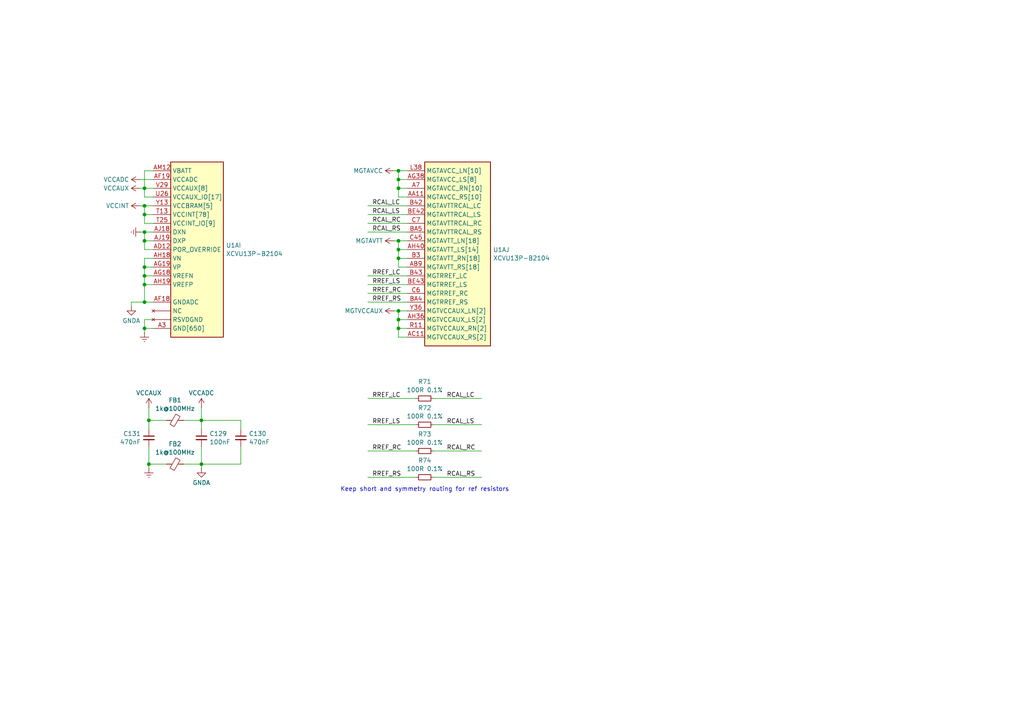
<source format=kicad_sch>
(kicad_sch (version 20231120) (generator "eeschema") (generator_version "8.0")
  (paper "A4")
  (title_block (title "FPGA Power Pins"))
  (lib_symbols
    (symbol "CHIPSAlliance_FPGA_Xilinx_Virtex_UltraScale_Plus:XCVU13P-B2104"
      (property "Reference" "U" (at -6.35 6.35 0))
      (property "Value" "XCVU13P-B2104" (at -6.35 3.81 0))
      (symbol "XCVU13P-B2104_1_1"
        (pin input line (at 0 -27.94 0) (length 5.08) (name "PUDC_B_0") (number "AA12"))
        (pin bidirectional line (at 0 -12.7 0) (length 5.08) (name "DONE_0") (number "AC12"))
        (pin output line (at 0 -38.1 0) (length 5.08) (name "TDO_0") (number "AC13"))
        (pin power_in line (at 0 -43.18 0) (length 5.08) (name "VCCO_0[2]") (number "AD13"))
        (pin input line (at 0 -25.4 0) (length 5.08) (name "PROGRAM_B_0") (number "AE12"))
        (pin input line (at 0 -33.02 0) (length 5.08) (name "TCK_0") (number "AE13"))
        (pin input line (at 0 -35.56 0) (length 5.08) (name "TDI_0") (number "AE15"))
        (pin passive line (at 0 -43.18 0) (length 5.08) hide (name "VCCO_0[2]") (number "AF13"))
        (pin bidirectional line (at 0 -30.48 0) (length 5.08) (name "RDWR_FCS_B_0") (number "AG12"))
        (pin bidirectional line (at 0 0 0) (length 5.08) (name "CCLK_0") (number "AG13"))
        (pin input line (at 0 -40.64 0) (length 5.08) (name "TMS_0") (number "AG15"))
        (pin bidirectional line (at 0 -10.16 0) (length 5.08) (name "D03_0") (number "AH12"))
        (pin bidirectional line (at 0 -5.08 0) (length 5.08) (name "D01_DIN_0") (number "AJ12"))
        (pin bidirectional line (at 0 -2.54 0) (length 5.08) (name "D00_MOSI_0") (number "AK12"))
        (pin bidirectional line (at 0 -7.62 0) (length 5.08) (name "D02_0") (number "AL12"))
        (pin input line (at 0 -22.86 0) (length 5.08) (name "M2_0") (number "R12"))
        (pin input line (at 0 -20.32 0) (length 5.08) (name "M1_0") (number "U12"))
        (pin input line (at 0 -17.78 0) (length 5.08) (name "M0_0") (number "V12"))
        (pin bidirectional line (at 0 -15.24 0) (length 5.08) (name "INIT_B_0") (number "Y12"))
      )
      (symbol "XCVU13P-B2104_2_1"
        (pin input line (at 0 -134.62 0) (length 5.08) (name "VREF_61") (number "AK30"))
        (pin bidirectional line (at 0 -119.38 0) (length 5.08) (name "IO_L24P_T3U_N10_61") (number "AL29"))
        (pin bidirectional line (at 0 -116.84 0) (length 5.08) (name "IO_L24N_T3U_N11_61") (number "AL30"))
        (pin bidirectional line (at 0 -109.22 0) (length 5.08) (name "IO_L22P_T3U_N6_DBC_AD0P_61") (number "AM29"))
        (pin bidirectional line (at 0 -106.68 0) (length 5.08) (name "IO_L22N_T3U_N7_DBC_AD0N_61") (number "AM30"))
        (pin bidirectional line (at 0 -114.3 0) (length 5.08) (name "IO_L23P_T3U_N8_61") (number "AM31"))
        (pin bidirectional line (at 0 -104.14 0) (length 5.08) (name "IO_L21P_T3L_N4_AD8P_61") (number "AN29"))
        (pin power_in line (at 0 -132.08 0) (length 5.08) (name "VCCO_61[6]") (number "AN30"))
        (pin bidirectional line (at 0 -111.76 0) (length 5.08) (name "IO_L23N_T3U_N9_61") (number "AN31"))
        (pin bidirectional line (at 0 -101.6 0) (length 5.08) (name "IO_L21N_T3L_N5_AD8N_61") (number "AP29"))
        (pin bidirectional line (at 0 -99.06 0) (length 5.08) (name "IO_L20P_T3L_N2_AD1P_61") (number "AP30"))
        (pin bidirectional line (at 0 -93.98 0) (length 5.08) (name "IO_L19P_T3L_N0_DBC_AD9P_61") (number "AP31"))
        (pin bidirectional line (at 0 -96.52 0) (length 5.08) (name "IO_L20N_T3L_N3_AD1N_61") (number "AR30"))
        (pin bidirectional line (at 0 -91.44 0) (length 5.08) (name "IO_L19N_T3L_N1_DBC_AD9N_61") (number "AR31"))
        (pin bidirectional line (at 0 -129.54 0) (length 5.08) (name "IO_T3U_N12_61") (number "AR32"))
        (pin bidirectional line (at 0 -88.9 0) (length 5.08) (name "IO_L18P_T2U_N10_AD2P_61") (number "AT29"))
        (pin bidirectional line (at 0 -86.36 0) (length 5.08) (name "IO_L18N_T2U_N11_AD2N_61") (number "AT30"))
        (pin passive line (at 0 -132.08 0) (length 5.08) hide (name "VCCO_61[6]") (number "AT31"))
        (pin bidirectional line (at 0 -127 0) (length 5.08) (name "IO_T2U_N12_61") (number "AT32"))
        (pin bidirectional line (at 0 -78.74 0) (length 5.08) (name "IO_L16P_T2U_N6_QBC_AD3P_61") (number "AU29"))
        (pin bidirectional line (at 0 -83.82 0) (length 5.08) (name "IO_L17P_T2U_N8_AD10P_61") (number "AU30"))
        (pin bidirectional line (at 0 -81.28 0) (length 5.08) (name "IO_L17N_T2U_N9_AD10N_61") (number "AU31"))
        (pin bidirectional line (at 0 -73.66 0) (length 5.08) (name "IO_L15P_T2L_N4_AD11P_61") (number "AU32"))
        (pin bidirectional line (at 0 -76.2 0) (length 5.08) (name "IO_L16N_T2U_N7_QBC_AD3N_61") (number "AV29"))
        (pin bidirectional line (at 0 -68.58 0) (length 5.08) (name "IO_L14P_T2L_N2_GC_61") (number "AV31"))
        (pin bidirectional line (at 0 -71.12 0) (length 5.08) (name "IO_L15N_T2L_N5_AD11N_61") (number "AV32"))
        (pin bidirectional line (at 0 -63.5 0) (length 5.08) (name "IO_L13P_T2L_N0_GC_QBC_61") (number "AW29"))
        (pin bidirectional line (at 0 -60.96 0) (length 5.08) (name "IO_L13N_T2L_N1_GC_QBC_61") (number "AW30"))
        (pin bidirectional line (at 0 -66.04 0) (length 5.08) (name "IO_L14N_T2L_N3_GC_61") (number "AW31"))
        (pin passive line (at 0 -132.08 0) (length 5.08) hide (name "VCCO_61[6]") (number "AW32"))
        (pin passive line (at 0 -132.08 0) (length 5.08) hide (name "VCCO_61[6]") (number "AY29"))
        (pin bidirectional line (at 0 -53.34 0) (length 5.08) (name "IO_L11P_T1U_N8_GC_61") (number "AY30"))
        (pin bidirectional line (at 0 -58.42 0) (length 5.08) (name "IO_L12P_T1U_N10_GC_61") (number "AY31"))
        (pin bidirectional line (at 0 -55.88 0) (length 5.08) (name "IO_L12N_T1U_N11_GC_61") (number "AY32"))
        (pin bidirectional line (at 0 -43.18 0) (length 5.08) (name "IO_L9P_T1L_N4_AD12P_61") (number "BA29"))
        (pin bidirectional line (at 0 -50.8 0) (length 5.08) (name "IO_L11N_T1U_N9_GC_61") (number "BA30"))
        (pin bidirectional line (at 0 -48.26 0) (length 5.08) (name "IO_L10P_T1U_N6_QBC_AD4P_61") (number "BA32"))
        (pin bidirectional line (at 0 -40.64 0) (length 5.08) (name "IO_L9N_T1L_N5_AD12N_61") (number "BB29"))
        (pin bidirectional line (at 0 -38.1 0) (length 5.08) (name "IO_L8P_T1L_N2_AD5P_61") (number "BB30"))
        (pin bidirectional line (at 0 -35.56 0) (length 5.08) (name "IO_L8N_T1L_N3_AD5N_61") (number "BB31"))
        (pin bidirectional line (at 0 -45.72 0) (length 5.08) (name "IO_L10N_T1U_N7_QBC_AD4N_61") (number "BB32"))
        (pin bidirectional line (at 0 -27.94 0) (length 5.08) (name "IO_L6P_T0U_N10_AD6P_61") (number "BC29"))
        (pin passive line (at 0 -132.08 0) (length 5.08) hide (name "VCCO_61[6]") (number "BC30"))
        (pin bidirectional line (at 0 -33.02 0) (length 5.08) (name "IO_L7P_T1L_N0_QBC_AD13P_61") (number "BC31"))
        (pin bidirectional line (at 0 -30.48 0) (length 5.08) (name "IO_L7N_T1L_N1_QBC_AD13N_61") (number "BC32"))
        (pin bidirectional line (at 0 -124.46 0) (length 5.08) (name "IO_T1U_N12_61") (number "BC33"))
        (pin bidirectional line (at 0 -25.4 0) (length 5.08) (name "IO_L6N_T0U_N11_AD6N_61") (number "BD29"))
        (pin bidirectional line (at 0 -17.78 0) (length 5.08) (name "IO_L4P_T0U_N6_DBC_AD7P_61") (number "BD30"))
        (pin bidirectional line (at 0 -15.24 0) (length 5.08) (name "IO_L4N_T0U_N7_DBC_AD7N_61") (number "BD31"))
        (pin bidirectional line (at 0 -22.86 0) (length 5.08) (name "IO_L5P_T0U_N8_AD14P_61") (number "BD33"))
        (pin bidirectional line (at 0 -12.7 0) (length 5.08) (name "IO_L3P_T0L_N4_AD15P_61") (number "BE30"))
        (pin bidirectional line (at 0 -7.62 0) (length 5.08) (name "IO_L2P_T0L_N2_61") (number "BE31"))
        (pin bidirectional line (at 0 -5.08 0) (length 5.08) (name "IO_L2N_T0L_N3_61") (number "BE32"))
        (pin bidirectional line (at 0 -20.32 0) (length 5.08) (name "IO_L5N_T0U_N9_AD14N_61") (number "BE33"))
        (pin bidirectional line (at 0 -10.16 0) (length 5.08) (name "IO_L3N_T0L_N5_AD15N_61") (number "BF30"))
        (pin passive line (at 0 -132.08 0) (length 5.08) hide (name "VCCO_61[6]") (number "BF31"))
        (pin bidirectional line (at 0 -2.54 0) (length 5.08) (name "IO_L1P_T0L_N0_DBC_61") (number "BF32"))
        (pin bidirectional line (at 0 0 0) (length 5.08) (name "IO_L1N_T0L_N1_DBC_61") (number "BF33"))
        (pin bidirectional line (at 0 -121.92 0) (length 5.08) (name "IO_T0U_N12_VRP_61") (number "BF34"))
      )
      (symbol "XCVU13P-B2104_3_1"
        (pin input line (at 0 -134.62 0) (length 5.08) (name "VREF_62") (number "AK33"))
        (pin bidirectional line (at 0 -114.3 0) (length 5.08) (name "IO_L23P_T3U_N8_62") (number "AL32"))
        (pin bidirectional line (at 0 -129.54 0) (length 5.08) (name "IO_T3U_N12_62") (number "AL33"))
        (pin bidirectional line (at 0 -119.38 0) (length 5.08) (name "IO_L24P_T3U_N10_62") (number "AL34"))
        (pin bidirectional line (at 0 -111.76 0) (length 5.08) (name "IO_L23N_T3U_N9_62") (number "AM32"))
        (pin power_in line (at 0 -132.08 0) (length 5.08) (name "VCCO_62[7]") (number "AM33"))
        (pin bidirectional line (at 0 -116.84 0) (length 5.08) (name "IO_L24N_T3U_N11_62") (number "AM34"))
        (pin bidirectional line (at 0 -109.22 0) (length 5.08) (name "IO_L22P_T3U_N6_DBC_AD0P_62") (number "AN32"))
        (pin bidirectional line (at 0 -106.68 0) (length 5.08) (name "IO_L22N_T3U_N7_DBC_AD0N_62") (number "AN33"))
        (pin bidirectional line (at 0 -104.14 0) (length 5.08) (name "IO_L21P_T3L_N4_AD8P_62") (number "AN34"))
        (pin bidirectional line (at 0 -99.06 0) (length 5.08) (name "IO_L20P_T3L_N2_AD1P_62") (number "AP33"))
        (pin bidirectional line (at 0 -101.6 0) (length 5.08) (name "IO_L21N_T3L_N5_AD8N_62") (number "AP34"))
        (pin bidirectional line (at 0 -96.52 0) (length 5.08) (name "IO_L20N_T3L_N3_AD1N_62") (number "AR33"))
        (pin passive line (at 0 -132.08 0) (length 5.08) hide (name "VCCO_62[7]") (number "AR34"))
        (pin bidirectional line (at 0 -93.98 0) (length 5.08) (name "IO_L19P_T3L_N0_DBC_AD9P_62") (number "AT33"))
        (pin bidirectional line (at 0 -91.44 0) (length 5.08) (name "IO_L19N_T3L_N1_DBC_AD9N_62") (number "AT34"))
        (pin bidirectional line (at 0 -127 0) (length 5.08) (name "IO_T2U_N12_62") (number "AU34"))
        (pin bidirectional line (at 0 -88.9 0) (length 5.08) (name "IO_L18P_T2U_N10_AD2P_62") (number "AV33"))
        (pin bidirectional line (at 0 -83.82 0) (length 5.08) (name "IO_L17P_T2U_N8_AD10P_62") (number "AV34"))
        (pin bidirectional line (at 0 -86.36 0) (length 5.08) (name "IO_L18N_T2U_N11_AD2N_62") (number "AW33"))
        (pin bidirectional line (at 0 -81.28 0) (length 5.08) (name "IO_L17N_T2U_N9_AD10N_62") (number "AW34"))
        (pin bidirectional line (at 0 -78.74 0) (length 5.08) (name "IO_L16P_T2U_N6_QBC_AD3P_62") (number "AW35"))
        (pin bidirectional line (at 0 -76.2 0) (length 5.08) (name "IO_L16N_T2U_N7_QBC_AD3N_62") (number "AW36"))
        (pin bidirectional line (at 0 -73.66 0) (length 5.08) (name "IO_L15P_T2L_N4_AD11P_62") (number "AY33"))
        (pin bidirectional line (at 0 -68.58 0) (length 5.08) (name "IO_L14P_T2L_N2_GC_62") (number "AY35"))
        (pin bidirectional line (at 0 -66.04 0) (length 5.08) (name "IO_L14N_T2L_N3_GC_62") (number "AY36"))
        (pin bidirectional line (at 0 -71.12 0) (length 5.08) (name "IO_L15N_T2L_N5_AD11N_62") (number "BA33"))
        (pin bidirectional line (at 0 -63.5 0) (length 5.08) (name "IO_L13P_T2L_N0_GC_QBC_62") (number "BA34"))
        (pin bidirectional line (at 0 -58.42 0) (length 5.08) (name "IO_L12P_T1U_N10_GC_62") (number "BA35"))
        (pin passive line (at 0 -132.08 0) (length 5.08) hide (name "VCCO_62[7]") (number "BA36"))
        (pin passive line (at 0 -132.08 0) (length 5.08) hide (name "VCCO_62[7]") (number "BB33"))
        (pin bidirectional line (at 0 -60.96 0) (length 5.08) (name "IO_L13N_T2L_N1_GC_QBC_62") (number "BB34"))
        (pin bidirectional line (at 0 -55.88 0) (length 5.08) (name "IO_L12N_T1U_N11_GC_62") (number "BB35"))
        (pin bidirectional line (at 0 -53.34 0) (length 5.08) (name "IO_L11P_T1U_N8_GC_62") (number "BB36"))
        (pin bidirectional line (at 0 -48.26 0) (length 5.08) (name "IO_L10P_T1U_N6_QBC_AD4P_62") (number "BB37"))
        (pin bidirectional line (at 0 -27.94 0) (length 5.08) (name "IO_L6P_T0U_N10_AD6P_62") (number "BB38"))
        (pin bidirectional line (at 0 -33.02 0) (length 5.08) (name "IO_L7P_T1L_N0_QBC_AD13P_62") (number "BC34"))
        (pin bidirectional line (at 0 -50.8 0) (length 5.08) (name "IO_L11N_T1U_N9_GC_62") (number "BC36"))
        (pin bidirectional line (at 0 -45.72 0) (length 5.08) (name "IO_L10N_T1U_N7_QBC_AD4N_62") (number "BC37"))
        (pin bidirectional line (at 0 -25.4 0) (length 5.08) (name "IO_L6N_T0U_N11_AD6N_62") (number "BC38"))
        (pin bidirectional line (at 0 -22.86 0) (length 5.08) (name "IO_L5P_T0U_N8_AD14P_62") (number "BC39"))
        (pin passive line (at 0 -132.08 0) (length 5.08) hide (name "VCCO_62[7]") (number "BC40"))
        (pin bidirectional line (at 0 -30.48 0) (length 5.08) (name "IO_L7N_T1L_N1_QBC_AD13N_62") (number "BD34"))
        (pin bidirectional line (at 0 -38.1 0) (length 5.08) (name "IO_L8P_T1L_N2_AD5P_62") (number "BD35"))
        (pin bidirectional line (at 0 -43.18 0) (length 5.08) (name "IO_L9P_T1L_N4_AD12P_62") (number "BD36"))
        (pin passive line (at 0 -132.08 0) (length 5.08) hide (name "VCCO_62[7]") (number "BD37"))
        (pin bidirectional line (at 0 -121.92 0) (length 5.08) (name "IO_T0U_N12_VRP_62") (number "BD38"))
        (pin bidirectional line (at 0 -20.32 0) (length 5.08) (name "IO_L5N_T0U_N9_AD14N_62") (number "BD39"))
        (pin bidirectional line (at 0 -17.78 0) (length 5.08) (name "IO_L4P_T0U_N6_DBC_AD7P_62") (number "BD40"))
        (pin passive line (at 0 -132.08 0) (length 5.08) hide (name "VCCO_62[7]") (number "BE34"))
        (pin bidirectional line (at 0 -35.56 0) (length 5.08) (name "IO_L8N_T1L_N3_AD5N_62") (number "BE35"))
        (pin bidirectional line (at 0 -40.64 0) (length 5.08) (name "IO_L9N_T1L_N5_AD12N_62") (number "BE36"))
        (pin bidirectional line (at 0 -12.7 0) (length 5.08) (name "IO_L3P_T0L_N4_AD15P_62") (number "BE37"))
        (pin bidirectional line (at 0 -7.62 0) (length 5.08) (name "IO_L2P_T0L_N2_62") (number "BE38"))
        (pin bidirectional line (at 0 -15.24 0) (length 5.08) (name "IO_L4N_T0U_N7_DBC_AD7N_62") (number "BE40"))
        (pin bidirectional line (at 0 -124.46 0) (length 5.08) (name "IO_T1U_N12_62") (number "BF35"))
        (pin bidirectional line (at 0 -10.16 0) (length 5.08) (name "IO_L3N_T0L_N5_AD15N_62") (number "BF37"))
        (pin bidirectional line (at 0 -5.08 0) (length 5.08) (name "IO_L2N_T0L_N3_62") (number "BF38"))
        (pin bidirectional line (at 0 -2.54 0) (length 5.08) (name "IO_L1P_T0L_N0_DBC_62") (number "BF39"))
        (pin bidirectional line (at 0 0 0) (length 5.08) (name "IO_L1N_T0L_N1_DBC_62") (number "BF40"))
      )
      (symbol "XCVU13P-B2104_4_1"
        (pin bidirectional line (at 0 -93.98 0) (length 5.08) (name "IO_L19P_T3L_N0_DBC_AD9P_63") (number "AA32"))
        (pin bidirectional line (at 0 -91.44 0) (length 5.08) (name "IO_L19N_T3L_N1_DBC_AD9N_63") (number "AA33"))
        (pin bidirectional line (at 0 -99.06 0) (length 5.08) (name "IO_L20P_T3L_N2_AD1P_63") (number "AA34"))
        (pin input line (at 0 -134.62 0) (length 5.08) (name "VREF_63") (number "AB31"))
        (pin bidirectional line (at 0 -129.54 0) (length 5.08) (name "IO_T3U_N12_63") (number "AB32"))
        (pin passive line (at 0 -132.08 0) (length 5.08) hide (name "VCCO_63[6]") (number "AB33"))
        (pin bidirectional line (at 0 -96.52 0) (length 5.08) (name "IO_L20N_T3L_N3_AD1N_63") (number "AB34"))
        (pin bidirectional line (at 0 -78.74 0) (length 5.08) (name "IO_L16P_T2U_N6_QBC_AD3P_63") (number "AC31"))
        (pin bidirectional line (at 0 -83.82 0) (length 5.08) (name "IO_L17P_T2U_N8_AD10P_63") (number "AC32"))
        (pin bidirectional line (at 0 -81.28 0) (length 5.08) (name "IO_L17N_T2U_N9_AD10N_63") (number "AC33"))
        (pin bidirectional line (at 0 -88.9 0) (length 5.08) (name "IO_L18P_T2U_N10_AD2P_63") (number "AC34"))
        (pin bidirectional line (at 0 -127 0) (length 5.08) (name "IO_T2U_N12_63") (number "AD30"))
        (pin bidirectional line (at 0 -76.2 0) (length 5.08) (name "IO_L16N_T2U_N7_QBC_AD3N_63") (number "AD31"))
        (pin bidirectional line (at 0 -68.58 0) (length 5.08) (name "IO_L14P_T2L_N2_GC_63") (number "AD33"))
        (pin bidirectional line (at 0 -86.36 0) (length 5.08) (name "IO_L18N_T2U_N11_AD2N_63") (number "AD34"))
        (pin bidirectional line (at 0 -73.66 0) (length 5.08) (name "IO_L15P_T2L_N4_AD11P_63") (number "AE30"))
        (pin bidirectional line (at 0 -63.5 0) (length 5.08) (name "IO_L13P_T2L_N0_GC_QBC_63") (number "AE31"))
        (pin bidirectional line (at 0 -60.96 0) (length 5.08) (name "IO_L13N_T2L_N1_GC_QBC_63") (number "AE32"))
        (pin bidirectional line (at 0 -66.04 0) (length 5.08) (name "IO_L14N_T2L_N3_GC_63") (number "AE33"))
        (pin passive line (at 0 -132.08 0) (length 5.08) hide (name "VCCO_63[6]") (number "AE34"))
        (pin bidirectional line (at 0 -71.12 0) (length 5.08) (name "IO_L15N_T2L_N5_AD11N_63") (number "AF30"))
        (pin passive line (at 0 -132.08 0) (length 5.08) hide (name "VCCO_63[6]") (number "AF31"))
        (pin bidirectional line (at 0 -58.42 0) (length 5.08) (name "IO_L12P_T1U_N10_GC_63") (number "AF32"))
        (pin bidirectional line (at 0 -55.88 0) (length 5.08) (name "IO_L12N_T1U_N11_GC_63") (number "AF33"))
        (pin bidirectional line (at 0 -43.18 0) (length 5.08) (name "IO_L9P_T1L_N4_AD12P_63") (number "AF34"))
        (pin bidirectional line (at 0 -22.86 0) (length 5.08) (name "IO_L5P_T0U_N8_AD14P_63") (number "AG29"))
        (pin bidirectional line (at 0 -20.32 0) (length 5.08) (name "IO_L5N_T0U_N9_AD14N_63") (number "AG30"))
        (pin bidirectional line (at 0 -53.34 0) (length 5.08) (name "IO_L11P_T1U_N8_GC_63") (number "AG31"))
        (pin bidirectional line (at 0 -50.8 0) (length 5.08) (name "IO_L11N_T1U_N9_GC_63") (number "AG32"))
        (pin bidirectional line (at 0 -40.64 0) (length 5.08) (name "IO_L9N_T1L_N5_AD12N_63") (number "AG34"))
        (pin bidirectional line (at 0 -17.78 0) (length 5.08) (name "IO_L4P_T0U_N6_DBC_AD7P_63") (number "AH28"))
        (pin bidirectional line (at 0 -15.24 0) (length 5.08) (name "IO_L4N_T0U_N7_DBC_AD7N_63") (number "AH29"))
        (pin bidirectional line (at 0 -48.26 0) (length 5.08) (name "IO_L10P_T1U_N6_QBC_AD4P_63") (number "AH31"))
        (pin bidirectional line (at 0 -45.72 0) (length 5.08) (name "IO_L10N_T1U_N7_QBC_AD4N_63") (number "AH32"))
        (pin bidirectional line (at 0 -38.1 0) (length 5.08) (name "IO_L8P_T1L_N2_AD5P_63") (number "AH33"))
        (pin bidirectional line (at 0 -33.02 0) (length 5.08) (name "IO_L7P_T1L_N0_QBC_AD13P_63") (number "AH34"))
        (pin bidirectional line (at 0 -2.54 0) (length 5.08) (name "IO_L1P_T0L_N0_DBC_63") (number "AJ27"))
        (pin bidirectional line (at 0 -7.62 0) (length 5.08) (name "IO_L2P_T0L_N2_63") (number "AJ28"))
        (pin bidirectional line (at 0 -12.7 0) (length 5.08) (name "IO_L3P_T0L_N4_AD15P_63") (number "AJ29"))
        (pin bidirectional line (at 0 -10.16 0) (length 5.08) (name "IO_L3N_T0L_N5_AD15N_63") (number "AJ30"))
        (pin bidirectional line (at 0 -27.94 0) (length 5.08) (name "IO_L6P_T0U_N10_AD6P_63") (number "AJ31"))
        (pin passive line (at 0 -132.08 0) (length 5.08) hide (name "VCCO_63[6]") (number "AJ32"))
        (pin bidirectional line (at 0 -35.56 0) (length 5.08) (name "IO_L8N_T1L_N3_AD5N_63") (number "AJ33"))
        (pin bidirectional line (at 0 -30.48 0) (length 5.08) (name "IO_L7N_T1L_N1_QBC_AD13N_63") (number "AJ34"))
        (pin bidirectional line (at 0 -121.92 0) (length 5.08) (name "IO_T0U_N12_VRP_63") (number "AK26"))
        (pin bidirectional line (at 0 0 0) (length 5.08) (name "IO_L1N_T0L_N1_DBC_63") (number "AK27"))
        (pin bidirectional line (at 0 -5.08 0) (length 5.08) (name "IO_L2N_T0L_N3_63") (number "AK28"))
        (pin passive line (at 0 -132.08 0) (length 5.08) hide (name "VCCO_63[6]") (number "AK29"))
        (pin bidirectional line (at 0 -25.4 0) (length 5.08) (name "IO_L6N_T0U_N11_AD6N_63") (number "AK31"))
        (pin bidirectional line (at 0 -124.46 0) (length 5.08) (name "IO_T1U_N12_63") (number "AK32"))
        (pin bidirectional line (at 0 -104.14 0) (length 5.08) (name "IO_L21P_T3L_N4_AD8P_63") (number "W30"))
        (pin bidirectional line (at 0 -109.22 0) (length 5.08) (name "IO_L22P_T3U_N6_DBC_AD0P_63") (number "W31"))
        (pin power_in line (at 0 -132.08 0) (length 5.08) (name "VCCO_63[6]") (number "W32"))
        (pin bidirectional line (at 0 -119.38 0) (length 5.08) (name "IO_L24P_T3U_N10_63") (number "W33"))
        (pin bidirectional line (at 0 -116.84 0) (length 5.08) (name "IO_L24N_T3U_N11_63") (number "W34"))
        (pin bidirectional line (at 0 -101.6 0) (length 5.08) (name "IO_L21N_T3L_N5_AD8N_63") (number "Y30"))
        (pin bidirectional line (at 0 -106.68 0) (length 5.08) (name "IO_L22N_T3U_N7_DBC_AD0N_63") (number "Y31"))
        (pin bidirectional line (at 0 -114.3 0) (length 5.08) (name "IO_L23P_T3U_N8_63") (number "Y32"))
        (pin bidirectional line (at 0 -111.76 0) (length 5.08) (name "IO_L23N_T3U_N9_63") (number "Y33"))
      )
      (symbol "XCVU13P-B2104_5_1"
        (pin bidirectional line (at 0 -119.38 0) (length 5.08) (name "IO_L24P_T3U_N10_64") (number "AL21"))
        (pin bidirectional line (at 0 -114.3 0) (length 5.08) (name "IO_L23P_T3U_N8_64") (number "AL22"))
        (pin input line (at 0 -134.62 0) (length 5.08) (name "VREF_64") (number "AL23"))
        (pin bidirectional line (at 0 -109.22 0) (length 5.08) (name "IO_L22P_T3U_N6_DBC_AD0P_64") (number "AL24"))
        (pin bidirectional line (at 0 -116.84 0) (length 5.08) (name "IO_L24N_T3U_N11_64") (number "AM21"))
        (pin bidirectional line (at 0 -111.76 0) (length 5.08) (name "IO_L23N_T3U_N9_64") (number "AM22"))
        (pin power_in line (at 0 -132.08 0) (length 5.08) (name "VCCO_64[8]") (number "AM23"))
        (pin bidirectional line (at 0 -106.68 0) (length 5.08) (name "IO_L22N_T3U_N7_DBC_AD0N_64") (number "AM24"))
        (pin bidirectional line (at 0 -91.44 0) (length 5.08) (name "IO_L19N_T3L_N1_DBC_AD9N_64") (number "AN21"))
        (pin bidirectional line (at 0 -93.98 0) (length 5.08) (name "IO_L19P_T3L_N0_DBC_AD9P_64") (number "AN22"))
        (pin bidirectional line (at 0 -99.06 0) (length 5.08) (name "IO_L20P_T3L_N2_AD1P_64") (number "AN23"))
        (pin bidirectional line (at 0 -104.14 0) (length 5.08) (name "IO_L21P_T3L_N4_AD8P_64") (number "AN24"))
        (pin bidirectional line (at 0 -129.54 0) (length 5.08) (name "IO_T3U_N12_64") (number "AP21"))
        (pin bidirectional line (at 0 -96.52 0) (length 5.08) (name "IO_L20N_T3L_N3_AD1N_64") (number "AP23"))
        (pin bidirectional line (at 0 -101.6 0) (length 5.08) (name "IO_L21N_T3L_N5_AD8N_64") (number "AP24"))
        (pin bidirectional line (at 0 -127 0) (length 5.08) (name "IO_T2U_N12_64") (number "AR21"))
        (pin bidirectional line (at 0 -78.74 0) (length 5.08) (name "IO_L16P_T2U_N6_QBC_AD3P_64") (number "AR22"))
        (pin bidirectional line (at 0 -83.82 0) (length 5.08) (name "IO_L17P_T2U_N8_AD10P_64") (number "AR23"))
        (pin passive line (at 0 -132.08 0) (length 5.08) hide (name "VCCO_64[8]") (number "AR24"))
        (pin passive line (at 0 -132.08 0) (length 5.08) hide (name "VCCO_64[8]") (number "AT21"))
        (pin bidirectional line (at 0 -76.2 0) (length 5.08) (name "IO_L16N_T2U_N7_QBC_AD3N_64") (number "AT22"))
        (pin bidirectional line (at 0 -81.28 0) (length 5.08) (name "IO_L17N_T2U_N9_AD10N_64") (number "AT23"))
        (pin bidirectional line (at 0 -88.9 0) (length 5.08) (name "IO_L18P_T2U_N10_AD2P_64") (number "AT24"))
        (pin bidirectional line (at 0 -73.66 0) (length 5.08) (name "IO_L15P_T2L_N4_AD11P_64") (number "AU22"))
        (pin bidirectional line (at 0 -86.36 0) (length 5.08) (name "IO_L18N_T2U_N11_AD2N_64") (number "AU24"))
        (pin bidirectional line (at 0 -71.12 0) (length 5.08) (name "IO_L15N_T2L_N5_AD11N_64") (number "AV22"))
        (pin bidirectional line (at 0 -63.5 0) (length 5.08) (name "IO_L13P_T2L_N0_GC_QBC_64") (number "AV23"))
        (pin bidirectional line (at 0 -68.58 0) (length 5.08) (name "IO_L14P_T2L_N2_GC_64") (number "AV24"))
        (pin passive line (at 0 -132.08 0) (length 5.08) hide (name "VCCO_64[8]") (number "AW22"))
        (pin bidirectional line (at 0 -60.96 0) (length 5.08) (name "IO_L13N_T2L_N1_GC_QBC_64") (number "AW23"))
        (pin bidirectional line (at 0 -66.04 0) (length 5.08) (name "IO_L14N_T2L_N3_GC_64") (number "AW24"))
        (pin bidirectional line (at 0 -53.34 0) (length 5.08) (name "IO_L11P_T1U_N8_GC_64") (number "AY22"))
        (pin bidirectional line (at 0 -58.42 0) (length 5.08) (name "IO_L12P_T1U_N10_GC_64") (number "AY23"))
        (pin bidirectional line (at 0 -33.02 0) (length 5.08) (name "IO_L7P_T1L_N0_QBC_AD13P_64") (number "BA20"))
        (pin bidirectional line (at 0 -50.8 0) (length 5.08) (name "IO_L11N_T1U_N9_GC_64") (number "BA22"))
        (pin bidirectional line (at 0 -55.88 0) (length 5.08) (name "IO_L12N_T1U_N11_GC_64") (number "BA23"))
        (pin bidirectional line (at 0 -48.26 0) (length 5.08) (name "IO_L10P_T1U_N6_QBC_AD4P_64") (number "BA24"))
        (pin bidirectional line (at 0 -30.48 0) (length 5.08) (name "IO_L7N_T1L_N1_QBC_AD13N_64") (number "BB20"))
        (pin bidirectional line (at 0 -38.1 0) (length 5.08) (name "IO_L8P_T1L_N2_AD5P_64") (number "BB21"))
        (pin bidirectional line (at 0 -43.18 0) (length 5.08) (name "IO_L9P_T1L_N4_AD12P_64") (number "BB22"))
        (pin passive line (at 0 -132.08 0) (length 5.08) hide (name "VCCO_64[8]") (number "BB23"))
        (pin bidirectional line (at 0 -45.72 0) (length 5.08) (name "IO_L10N_T1U_N7_QBC_AD4N_64") (number "BB24"))
        (pin passive line (at 0 -132.08 0) (length 5.08) hide (name "VCCO_64[8]") (number "BC20"))
        (pin bidirectional line (at 0 -35.56 0) (length 5.08) (name "IO_L8N_T1L_N3_AD5N_64") (number "BC21"))
        (pin bidirectional line (at 0 -40.64 0) (length 5.08) (name "IO_L9N_T1L_N5_AD12N_64") (number "BC22"))
        (pin bidirectional line (at 0 -124.46 0) (length 5.08) (name "IO_T1U_N12_64") (number "BC23"))
        (pin bidirectional line (at 0 -12.7 0) (length 5.08) (name "IO_L3P_T0L_N4_AD15P_64") (number "BC24"))
        (pin bidirectional line (at 0 -27.94 0) (length 5.08) (name "IO_L6P_T0U_N10_AD6P_64") (number "BD20"))
        (pin bidirectional line (at 0 -22.86 0) (length 5.08) (name "IO_L5P_T0U_N8_AD14P_64") (number "BD21"))
        (pin bidirectional line (at 0 -7.62 0) (length 5.08) (name "IO_L2P_T0L_N2_64") (number "BD23"))
        (pin bidirectional line (at 0 -10.16 0) (length 5.08) (name "IO_L3N_T0L_N5_AD15N_64") (number "BD24"))
        (pin bidirectional line (at 0 -25.4 0) (length 5.08) (name "IO_L6N_T0U_N11_AD6N_64") (number "BE20"))
        (pin bidirectional line (at 0 -20.32 0) (length 5.08) (name "IO_L5N_T0U_N9_AD14N_64") (number "BE21"))
        (pin bidirectional line (at 0 -17.78 0) (length 5.08) (name "IO_L4P_T0U_N6_DBC_AD7P_64") (number "BE22"))
        (pin bidirectional line (at 0 -5.08 0) (length 5.08) (name "IO_L2N_T0L_N3_64") (number "BE23"))
        (pin passive line (at 0 -132.08 0) (length 5.08) hide (name "VCCO_64[8]") (number "BE24"))
        (pin bidirectional line (at 0 -121.92 0) (length 5.08) (name "IO_T0U_N12_VRP_64") (number "BF20"))
        (pin passive line (at 0 -132.08 0) (length 5.08) hide (name "VCCO_64[8]") (number "BF21"))
        (pin bidirectional line (at 0 -15.24 0) (length 5.08) (name "IO_L4N_T0U_N7_DBC_AD7N_64") (number "BF22"))
        (pin bidirectional line (at 0 0 0) (length 5.08) (name "IO_L1N_T0L_N1_DBC_64") (number "BF23"))
        (pin bidirectional line (at 0 -2.54 0) (length 5.08) (name "IO_L1P_T0L_N0_DBC_64") (number "BF24"))
      )
      (symbol "XCVU13P-B2104_6_1"
        (pin input line (at 0 -134.62 0) (length 5.08) (name "VREF_65") (number "AK25"))
        (pin bidirectional line (at 0 -104.14 0) (length 5.08) (name "IO_L21P_T3L_N4_AD8P_D06_65") (number "AL25"))
        (pin power_in line (at 0 -132.08 0) (length 5.08) (name "VCCO_65[6]") (number "AL26"))
        (pin bidirectional line (at 0 -119.38 0) (length 5.08) (name "IO_L24P_T3U_N10_EMCCLK_65") (number "AL27"))
        (pin bidirectional line (at 0 -116.84 0) (length 5.08) (name "IO_L24N_T3U_N11_DOUT_CSO_B_65") (number "AL28"))
        (pin bidirectional line (at 0 -101.6 0) (length 5.08) (name "IO_L21N_T3L_N5_AD8N_D07_65") (number "AM25"))
        (pin bidirectional line (at 0 -109.22 0) (length 5.08) (name "IO_L22P_T3U_N6_DBC_AD0P_D04_65") (number "AM26"))
        (pin bidirectional line (at 0 -114.3 0) (length 5.08) (name "IO_L23P_T3U_N8_I2C_SCLK_65") (number "AM27"))
        (pin bidirectional line (at 0 -106.68 0) (length 5.08) (name "IO_L22N_T3U_N7_DBC_AD0N_D05_65") (number "AN26"))
        (pin bidirectional line (at 0 -111.76 0) (length 5.08) (name "IO_L23N_T3U_N9_PERSTN1_I2C_SDA_65") (number "AN27"))
        (pin bidirectional line (at 0 -99.06 0) (length 5.08) (name "IO_L20P_T3L_N2_AD1P_D08_65") (number "AN28"))
        (pin bidirectional line (at 0 -93.98 0) (length 5.08) (name "IO_L19P_T3L_N0_DBC_AD9P_D10_65") (number "AP25"))
        (pin bidirectional line (at 0 -91.44 0) (length 5.08) (name "IO_L19N_T3L_N1_DBC_AD9N_D11_65") (number "AP26"))
        (pin passive line (at 0 -132.08 0) (length 5.08) hide (name "VCCO_65[6]") (number "AP27"))
        (pin bidirectional line (at 0 -96.52 0) (length 5.08) (name "IO_L20N_T3L_N3_AD1N_D09_65") (number "AP28"))
        (pin bidirectional line (at 0 -78.74 0) (length 5.08) (name "IO_L16P_T2U_N6_QBC_AD3P_A00_D16_65") (number "AR25"))
        (pin bidirectional line (at 0 -129.54 0) (length 5.08) (name "IO_T3U_N12_PERSTN0_65") (number "AR26"))
        (pin bidirectional line (at 0 -83.82 0) (length 5.08) (name "IO_L17P_T2U_N8_AD10P_D14_65") (number "AR27"))
        (pin bidirectional line (at 0 -88.9 0) (length 5.08) (name "IO_L18P_T2U_N10_AD2P_D12_65") (number "AR28"))
        (pin bidirectional line (at 0 -76.2 0) (length 5.08) (name "IO_L16N_T2U_N7_QBC_AD3N_A01_D17_65") (number "AT25"))
        (pin bidirectional line (at 0 -81.28 0) (length 5.08) (name "IO_L17N_T2U_N9_AD10N_D15_65") (number "AT27"))
        (pin bidirectional line (at 0 -86.36 0) (length 5.08) (name "IO_L18N_T2U_N11_AD2N_D13_65") (number "AT28"))
        (pin bidirectional line (at 0 -127 0) (length 5.08) (name "IO_T2U_N12_CSI_ADV_B_65") (number "AU25"))
        (pin bidirectional line (at 0 -73.66 0) (length 5.08) (name "IO_L15P_T2L_N4_AD11P_A02_D18_65") (number "AU26"))
        (pin bidirectional line (at 0 -71.12 0) (length 5.08) (name "IO_L15N_T2L_N5_AD11N_A03_D19_65") (number "AU27"))
        (pin passive line (at 0 -132.08 0) (length 5.08) hide (name "VCCO_65[6]") (number "AU28"))
        (pin passive line (at 0 -132.08 0) (length 5.08) hide (name "VCCO_65[6]") (number "AV25"))
        (pin bidirectional line (at 0 -63.5 0) (length 5.08) (name "IO_L13P_T2L_N0_GC_QBC_A06_D22_65") (number "AV26"))
        (pin bidirectional line (at 0 -68.58 0) (length 5.08) (name "IO_L14P_T2L_N2_GC_A04_D20_65") (number "AV27"))
        (pin bidirectional line (at 0 -66.04 0) (length 5.08) (name "IO_L14N_T2L_N3_GC_A05_D21_65") (number "AV28"))
        (pin bidirectional line (at 0 -48.26 0) (length 5.08) (name "IO_L10P_T1U_N6_QBC_AD4P_A12_D28_65") (number "AW25"))
        (pin bidirectional line (at 0 -60.96 0) (length 5.08) (name "IO_L13N_T2L_N1_GC_QBC_A07_D23_65") (number "AW26"))
        (pin bidirectional line (at 0 -58.42 0) (length 5.08) (name "IO_L12P_T1U_N10_GC_A08_D24_65") (number "AW28"))
        (pin bidirectional line (at 0 -45.72 0) (length 5.08) (name "IO_L10N_T1U_N7_QBC_AD4N_A13_D29_65") (number "AY25"))
        (pin bidirectional line (at 0 -53.34 0) (length 5.08) (name "IO_L11P_T1U_N8_GC_A10_D26_65") (number "AY26"))
        (pin bidirectional line (at 0 -50.8 0) (length 5.08) (name "IO_L11N_T1U_N9_GC_A11_D27_65") (number "AY27"))
        (pin bidirectional line (at 0 -55.88 0) (length 5.08) (name "IO_L12N_T1U_N11_GC_A09_D25_65") (number "AY28"))
        (pin bidirectional line (at 0 -33.02 0) (length 5.08) (name "IO_L7P_T1L_N0_QBC_AD13P_A18_65") (number "BA25"))
        (pin passive line (at 0 -132.08 0) (length 5.08) hide (name "VCCO_65[6]") (number "BA26"))
        (pin bidirectional line (at 0 -43.18 0) (length 5.08) (name "IO_L9P_T1L_N4_AD12P_A14_D30_65") (number "BA27"))
        (pin bidirectional line (at 0 -40.64 0) (length 5.08) (name "IO_L9N_T1L_N5_AD12N_A15_D31_65") (number "BA28"))
        (pin bidirectional line (at 0 -30.48 0) (length 5.08) (name "IO_L7N_T1L_N1_QBC_AD13N_A19_65") (number "BB25"))
        (pin bidirectional line (at 0 -38.1 0) (length 5.08) (name "IO_L8P_T1L_N2_AD5P_A16_65") (number "BB26"))
        (pin bidirectional line (at 0 -35.56 0) (length 5.08) (name "IO_L8N_T1L_N3_AD5N_A17_65") (number "BB27"))
        (pin bidirectional line (at 0 -27.94 0) (length 5.08) (name "IO_L6P_T0U_N10_AD6P_A20_65") (number "BC26"))
        (pin bidirectional line (at 0 -25.4 0) (length 5.08) (name "IO_L6N_T0U_N11_AD6N_A21_65") (number "BC27"))
        (pin bidirectional line (at 0 -124.46 0) (length 5.08) (name "IO_T1U_N12_SMBALERT_65") (number "BC28"))
        (pin bidirectional line (at 0 -121.92 0) (length 5.08) (name "IO_T0U_N12_VRP_A28_65") (number "BD25"))
        (pin bidirectional line (at 0 -17.78 0) (length 5.08) (name "IO_L4P_T0U_N6_DBC_AD7P_A24_65") (number "BD26"))
        (pin passive line (at 0 -132.08 0) (length 5.08) hide (name "VCCO_65[6]") (number "BD27"))
        (pin bidirectional line (at 0 -12.7 0) (length 5.08) (name "IO_L3P_T0L_N4_AD15P_A26_65") (number "BD28"))
        (pin bidirectional line (at 0 -22.86 0) (length 5.08) (name "IO_L5P_T0U_N8_AD14P_A22_65") (number "BE25"))
        (pin bidirectional line (at 0 -15.24 0) (length 5.08) (name "IO_L4N_T0U_N7_DBC_AD7N_A25_65") (number "BE26"))
        (pin bidirectional line (at 0 -7.62 0) (length 5.08) (name "IO_L2P_T0L_N2_FOE_B_65") (number "BE27"))
        (pin bidirectional line (at 0 -10.16 0) (length 5.08) (name "IO_L3N_T0L_N5_AD15N_A27_65") (number "BE28"))
        (pin bidirectional line (at 0 -20.32 0) (length 5.08) (name "IO_L5N_T0U_N9_AD14N_A23_65") (number "BF25"))
        (pin bidirectional line (at 0 -5.08 0) (length 5.08) (name "IO_L2N_T0L_N3_FWE_FCS2_B_65") (number "BF27"))
        (pin bidirectional line (at 0 -2.54 0) (length 5.08) (name "IO_L1P_T0L_N0_DBC_RS0_65") (number "BF28"))
        (pin bidirectional line (at 0 0 0) (length 5.08) (name "IO_L1N_T0L_N1_DBC_RS1_65") (number "BF29"))
      )
      (symbol "XCVU13P-B2104_7_1"
        (pin power_in line (at 0 -132.08 0) (length 5.08) (name "VCCO_66[6]") (number "AL16"))
        (pin bidirectional line (at 0 -109.22 0) (length 5.08) (name "IO_L22P_T3U_N6_DBC_AD0P_66") (number "AL17"))
        (pin input line (at 0 -134.62 0) (length 5.08) (name "VREF_66") (number "AL18"))
        (pin bidirectional line (at 0 -114.3 0) (length 5.08) (name "IO_L23P_T3U_N8_66") (number "AL19"))
        (pin bidirectional line (at 0 -119.38 0) (length 5.08) (name "IO_L24P_T3U_N10_66") (number "AL20"))
        (pin bidirectional line (at 0 -104.14 0) (length 5.08) (name "IO_L21P_T3L_N4_AD8P_66") (number "AM16"))
        (pin bidirectional line (at 0 -106.68 0) (length 5.08) (name "IO_L22N_T3U_N7_DBC_AD0N_66") (number "AM17"))
        (pin bidirectional line (at 0 -111.76 0) (length 5.08) (name "IO_L23N_T3U_N9_66") (number "AM19"))
        (pin bidirectional line (at 0 -116.84 0) (length 5.08) (name "IO_L24N_T3U_N11_66") (number "AM20"))
        (pin bidirectional line (at 0 -101.6 0) (length 5.08) (name "IO_L21N_T3L_N5_AD8N_66") (number "AN16"))
        (pin bidirectional line (at 0 -91.44 0) (length 5.08) (name "IO_L19N_T3L_N1_DBC_AD9N_66") (number "AN17"))
        (pin bidirectional line (at 0 -93.98 0) (length 5.08) (name "IO_L19P_T3L_N0_DBC_AD9P_66") (number "AN18"))
        (pin bidirectional line (at 0 -99.06 0) (length 5.08) (name "IO_L20P_T3L_N2_AD1P_66") (number "AN19"))
        (pin passive line (at 0 -132.08 0) (length 5.08) hide (name "VCCO_66[6]") (number "AN20"))
        (pin bidirectional line (at 0 -129.54 0) (length 5.08) (name "IO_T3U_N12_66") (number "AP16"))
        (pin passive line (at 0 -132.08 0) (length 5.08) hide (name "VCCO_66[6]") (number "AP17"))
        (pin bidirectional line (at 0 -83.82 0) (length 5.08) (name "IO_L17P_T2U_N8_AD10P_66") (number "AP18"))
        (pin bidirectional line (at 0 -96.52 0) (length 5.08) (name "IO_L20N_T3L_N3_AD1N_66") (number "AP19"))
        (pin bidirectional line (at 0 -88.9 0) (length 5.08) (name "IO_L18P_T2U_N10_AD2P_66") (number "AP20"))
        (pin bidirectional line (at 0 -78.74 0) (length 5.08) (name "IO_L16P_T2U_N6_QBC_AD3P_66") (number "AR17"))
        (pin bidirectional line (at 0 -81.28 0) (length 5.08) (name "IO_L17N_T2U_N9_AD10N_66") (number "AR18"))
        (pin bidirectional line (at 0 -86.36 0) (length 5.08) (name "IO_L18N_T2U_N11_AD2N_66") (number "AR20"))
        (pin bidirectional line (at 0 -76.2 0) (length 5.08) (name "IO_L16N_T2U_N7_QBC_AD3N_66") (number "AT17"))
        (pin bidirectional line (at 0 -73.66 0) (length 5.08) (name "IO_L15P_T2L_N4_AD11P_66") (number "AT18"))
        (pin bidirectional line (at 0 -63.5 0) (length 5.08) (name "IO_L13P_T2L_N0_GC_QBC_66") (number "AT19"))
        (pin bidirectional line (at 0 -68.58 0) (length 5.08) (name "IO_L14P_T2L_N2_GC_66") (number "AT20"))
        (pin bidirectional line (at 0 -71.12 0) (length 5.08) (name "IO_L15N_T2L_N5_AD11N_66") (number "AU17"))
        (pin passive line (at 0 -132.08 0) (length 5.08) hide (name "VCCO_66[6]") (number "AU18"))
        (pin bidirectional line (at 0 -60.96 0) (length 5.08) (name "IO_L13N_T2L_N1_GC_QBC_66") (number "AU19"))
        (pin bidirectional line (at 0 -66.04 0) (length 5.08) (name "IO_L14N_T2L_N3_GC_66") (number "AU20"))
        (pin bidirectional line (at 0 -127 0) (length 5.08) (name "IO_T2U_N12_66") (number "AU21"))
        (pin bidirectional line (at 0 -124.46 0) (length 5.08) (name "IO_T1U_N12_66") (number "AV17"))
        (pin bidirectional line (at 0 -53.34 0) (length 5.08) (name "IO_L11P_T1U_N8_GC_66") (number "AV18"))
        (pin bidirectional line (at 0 -58.42 0) (length 5.08) (name "IO_L12P_T1U_N10_GC_66") (number "AV19"))
        (pin bidirectional line (at 0 -48.26 0) (length 5.08) (name "IO_L10P_T1U_N6_QBC_AD4P_66") (number "AV21"))
        (pin bidirectional line (at 0 -50.8 0) (length 5.08) (name "IO_L11N_T1U_N9_GC_66") (number "AW18"))
        (pin bidirectional line (at 0 -55.88 0) (length 5.08) (name "IO_L12N_T1U_N11_GC_66") (number "AW19"))
        (pin bidirectional line (at 0 -43.18 0) (length 5.08) (name "IO_L9P_T1L_N4_AD12P_66") (number "AW20"))
        (pin bidirectional line (at 0 -45.72 0) (length 5.08) (name "IO_L10N_T1U_N7_QBC_AD4N_66") (number "AW21"))
        (pin bidirectional line (at 0 -33.02 0) (length 5.08) (name "IO_L7P_T1L_N0_QBC_AD13P_66") (number "AY17"))
        (pin bidirectional line (at 0 -38.1 0) (length 5.08) (name "IO_L8P_T1L_N2_AD5P_66") (number "AY18"))
        (pin passive line (at 0 -132.08 0) (length 5.08) hide (name "VCCO_66[6]") (number "AY19"))
        (pin bidirectional line (at 0 -40.64 0) (length 5.08) (name "IO_L9N_T1L_N5_AD12N_66") (number "AY20"))
        (pin bidirectional line (at 0 -30.48 0) (length 5.08) (name "IO_L7N_T1L_N1_QBC_AD13N_66") (number "BA17"))
        (pin bidirectional line (at 0 -35.56 0) (length 5.08) (name "IO_L8N_T1L_N3_AD5N_66") (number "BA18"))
        (pin bidirectional line (at 0 -121.92 0) (length 5.08) (name "IO_T0U_N12_VRP_66") (number "BA19"))
        (pin bidirectional line (at 0 -22.86 0) (length 5.08) (name "IO_L5P_T0U_N8_AD14P_66") (number "BB17"))
        (pin bidirectional line (at 0 -27.94 0) (length 5.08) (name "IO_L6P_T0U_N10_AD6P_66") (number "BB19"))
        (pin bidirectional line (at 0 -20.32 0) (length 5.08) (name "IO_L5N_T0U_N9_AD14N_66") (number "BC17"))
        (pin bidirectional line (at 0 -25.4 0) (length 5.08) (name "IO_L6N_T0U_N11_AD6N_66") (number "BC18"))
        (pin bidirectional line (at 0 -17.78 0) (length 5.08) (name "IO_L4P_T0U_N6_DBC_AD7P_66") (number "BC19"))
        (pin passive line (at 0 -132.08 0) (length 5.08) hide (name "VCCO_66[6]") (number "BD17"))
        (pin bidirectional line (at 0 -12.7 0) (length 5.08) (name "IO_L3P_T0L_N4_AD15P_66") (number "BD18"))
        (pin bidirectional line (at 0 -15.24 0) (length 5.08) (name "IO_L4N_T0U_N7_DBC_AD7N_66") (number "BD19"))
        (pin bidirectional line (at 0 -2.54 0) (length 5.08) (name "IO_L1P_T0L_N0_DBC_66") (number "BE17"))
        (pin bidirectional line (at 0 -10.16 0) (length 5.08) (name "IO_L3N_T0L_N5_AD15N_66") (number "BE18"))
        (pin bidirectional line (at 0 0 0) (length 5.08) (name "IO_L1N_T0L_N1_DBC_66") (number "BF17"))
        (pin bidirectional line (at 0 -5.08 0) (length 5.08) (name "IO_L2N_T0L_N3_66") (number "BF18"))
        (pin bidirectional line (at 0 -7.62 0) (length 5.08) (name "IO_L2P_T0L_N2_66") (number "BF19"))
      )
      (symbol "XCVU13P-B2104_8_1"
        (pin input line (at 0 -134.62 0) (length 5.08) (name "VREF_67") (number "AL13"))
        (pin bidirectional line (at 0 -119.38 0) (length 5.08) (name "IO_L24P_T3U_N10_67") (number "AL14"))
        (pin bidirectional line (at 0 -114.3 0) (length 5.08) (name "IO_L23P_T3U_N8_67") (number "AL15"))
        (pin power_in line (at 0 -132.08 0) (length 5.08) (name "VCCO_67[6]") (number "AM13"))
        (pin bidirectional line (at 0 -116.84 0) (length 5.08) (name "IO_L24N_T3U_N11_67") (number "AM14"))
        (pin bidirectional line (at 0 -111.76 0) (length 5.08) (name "IO_L23N_T3U_N9_67") (number "AM15"))
        (pin bidirectional line (at 0 -101.6 0) (length 5.08) (name "IO_L21N_T3L_N5_AD8N_67") (number "AN13"))
        (pin bidirectional line (at 0 -104.14 0) (length 5.08) (name "IO_L21P_T3L_N4_AD8P_67") (number "AN14"))
        (pin bidirectional line (at 0 -109.22 0) (length 5.08) (name "IO_L22P_T3U_N6_DBC_AD0P_67") (number "AP13"))
        (pin bidirectional line (at 0 -96.52 0) (length 5.08) (name "IO_L20N_T3L_N3_AD1N_67") (number "AP14"))
        (pin bidirectional line (at 0 -99.06 0) (length 5.08) (name "IO_L20P_T3L_N2_AD1P_67") (number "AP15"))
        (pin bidirectional line (at 0 -106.68 0) (length 5.08) (name "IO_L22N_T3U_N7_DBC_AD0N_67") (number "AR13"))
        (pin passive line (at 0 -132.08 0) (length 5.08) hide (name "VCCO_67[6]") (number "AR14"))
        (pin bidirectional line (at 0 -91.44 0) (length 5.08) (name "IO_L19N_T3L_N1_DBC_AD9N_67") (number "AR15"))
        (pin bidirectional line (at 0 -93.98 0) (length 5.08) (name "IO_L19P_T3L_N0_DBC_AD9P_67") (number "AR16"))
        (pin bidirectional line (at 0 -129.54 0) (length 5.08) (name "IO_T3U_N12_67") (number "AT13"))
        (pin bidirectional line (at 0 -127 0) (length 5.08) (name "IO_T2U_N12_67") (number "AT14"))
        (pin bidirectional line (at 0 -83.82 0) (length 5.08) (name "IO_L17P_T2U_N8_AD10P_67") (number "AT15"))
        (pin bidirectional line (at 0 -73.66 0) (length 5.08) (name "IO_L15P_T2L_N4_AD11P_67") (number "AU13"))
        (pin bidirectional line (at 0 -78.74 0) (length 5.08) (name "IO_L16P_T2U_N6_QBC_AD3P_67") (number "AU14"))
        (pin bidirectional line (at 0 -81.28 0) (length 5.08) (name "IO_L17N_T2U_N9_AD10N_67") (number "AU15"))
        (pin bidirectional line (at 0 -88.9 0) (length 5.08) (name "IO_L18P_T2U_N10_AD2P_67") (number "AU16"))
        (pin bidirectional line (at 0 -71.12 0) (length 5.08) (name "IO_L15N_T2L_N5_AD11N_67") (number "AV13"))
        (pin bidirectional line (at 0 -76.2 0) (length 5.08) (name "IO_L16N_T2U_N7_QBC_AD3N_67") (number "AV14"))
        (pin passive line (at 0 -132.08 0) (length 5.08) hide (name "VCCO_67[6]") (number "AV15"))
        (pin bidirectional line (at 0 -86.36 0) (length 5.08) (name "IO_L18N_T2U_N11_AD2N_67") (number "AV16"))
        (pin bidirectional line (at 0 -60.96 0) (length 5.08) (name "IO_L13N_T2L_N1_GC_QBC_67") (number "AW13"))
        (pin bidirectional line (at 0 -63.5 0) (length 5.08) (name "IO_L13P_T2L_N0_GC_QBC_67") (number "AW14"))
        (pin bidirectional line (at 0 -66.04 0) (length 5.08) (name "IO_L14N_T2L_N3_GC_67") (number "AW15"))
        (pin bidirectional line (at 0 -68.58 0) (length 5.08) (name "IO_L14P_T2L_N2_GC_67") (number "AW16"))
        (pin bidirectional line (at 0 -35.56 0) (length 5.08) (name "IO_L8N_T1L_N3_AD5N_67") (number "AY11"))
        (pin bidirectional line (at 0 -38.1 0) (length 5.08) (name "IO_L8P_T1L_N2_AD5P_67") (number "AY12"))
        (pin bidirectional line (at 0 -58.42 0) (length 5.08) (name "IO_L12P_T1U_N10_GC_67") (number "AY13"))
        (pin bidirectional line (at 0 -40.64 0) (length 5.08) (name "IO_L9N_T1L_N5_AD12N_67") (number "AY15"))
        (pin bidirectional line (at 0 -43.18 0) (length 5.08) (name "IO_L9P_T1L_N4_AD12P_67") (number "AY16"))
        (pin bidirectional line (at 0 -33.02 0) (length 5.08) (name "IO_L7P_T1L_N0_QBC_AD13P_67") (number "BA12"))
        (pin bidirectional line (at 0 -55.88 0) (length 5.08) (name "IO_L12N_T1U_N11_GC_67") (number "BA13"))
        (pin bidirectional line (at 0 -50.8 0) (length 5.08) (name "IO_L11N_T1U_N9_GC_67") (number "BA14"))
        (pin bidirectional line (at 0 -53.34 0) (length 5.08) (name "IO_L11P_T1U_N8_GC_67") (number "BA15"))
        (pin passive line (at 0 -132.08 0) (length 5.08) hide (name "VCCO_67[6]") (number "BA16"))
        (pin bidirectional line (at 0 -30.48 0) (length 5.08) (name "IO_L7N_T1L_N1_QBC_AD13N_67") (number "BB12"))
        (pin passive line (at 0 -132.08 0) (length 5.08) hide (name "VCCO_67[6]") (number "BB13"))
        (pin bidirectional line (at 0 -45.72 0) (length 5.08) (name "IO_L10N_T1U_N7_QBC_AD4N_67") (number "BB14"))
        (pin bidirectional line (at 0 -48.26 0) (length 5.08) (name "IO_L10P_T1U_N6_QBC_AD4P_67") (number "BB15"))
        (pin bidirectional line (at 0 -124.46 0) (length 5.08) (name "IO_T1U_N12_67") (number "BB16"))
        (pin bidirectional line (at 0 -25.4 0) (length 5.08) (name "IO_L6N_T0U_N11_AD6N_67") (number "BC13"))
        (pin bidirectional line (at 0 -27.94 0) (length 5.08) (name "IO_L6P_T0U_N10_AD6P_67") (number "BC14"))
        (pin bidirectional line (at 0 -121.92 0) (length 5.08) (name "IO_T0U_N12_VRP_67") (number "BC16"))
        (pin bidirectional line (at 0 -17.78 0) (length 5.08) (name "IO_L4P_T0U_N6_DBC_AD7P_67") (number "BD13"))
        (pin bidirectional line (at 0 -20.32 0) (length 5.08) (name "IO_L5N_T0U_N9_AD14N_67") (number "BD14"))
        (pin bidirectional line (at 0 -22.86 0) (length 5.08) (name "IO_L5P_T0U_N8_AD14P_67") (number "BD15"))
        (pin bidirectional line (at 0 -12.7 0) (length 5.08) (name "IO_L3P_T0L_N4_AD15P_67") (number "BD16"))
        (pin bidirectional line (at 0 -15.24 0) (length 5.08) (name "IO_L4N_T0U_N7_DBC_AD7N_67") (number "BE13"))
        (pin passive line (at 0 -132.08 0) (length 5.08) hide (name "VCCO_67[6]") (number "BE14"))
        (pin bidirectional line (at 0 -7.62 0) (length 5.08) (name "IO_L2P_T0L_N2_67") (number "BE15"))
        (pin bidirectional line (at 0 -10.16 0) (length 5.08) (name "IO_L3N_T0L_N5_AD15N_67") (number "BE16"))
        (pin bidirectional line (at 0 0 0) (length 5.08) (name "IO_L1N_T0L_N1_DBC_67") (number "BF13"))
        (pin bidirectional line (at 0 -2.54 0) (length 5.08) (name "IO_L1P_T0L_N0_DBC_67") (number "BF14"))
        (pin bidirectional line (at 0 -5.08 0) (length 5.08) (name "IO_L2N_T0L_N3_67") (number "BF15"))
      )
      (symbol "XCVU13P-B2104_9_1"
        (pin input line (at 0 -68.58 0) (length 5.08) (name "VREF_68") (number "BA10"))
        (pin bidirectional line (at 0 -48.26 0) (length 5.08) (name "IO_L10P_T1U_N6_QBC_AD4P_68") (number "BA7"))
        (pin bidirectional line (at 0 -55.88 0) (length 5.08) (name "IO_L12N_T1U_N11_GC_68") (number "BA8"))
        (pin bidirectional line (at 0 -58.42 0) (length 5.08) (name "IO_L12P_T1U_N10_GC_68") (number "BA9"))
        (pin bidirectional line (at 0 -35.56 0) (length 5.08) (name "IO_L8N_T1L_N3_AD5N_68") (number "BB10"))
        (pin bidirectional line (at 0 -38.1 0) (length 5.08) (name "IO_L8P_T1L_N2_AD5P_68") (number "BB11"))
        (pin bidirectional line (at 0 -45.72 0) (length 5.08) (name "IO_L10N_T1U_N7_QBC_AD4N_68") (number "BB7"))
        (pin bidirectional line (at 0 -53.34 0) (length 5.08) (name "IO_L11P_T1U_N8_GC_68") (number "BB9"))
        (pin power_in line (at 0 -66.04 0) (length 5.08) (name "VCCO_68[3]") (number "BC10"))
        (pin bidirectional line (at 0 -30.48 0) (length 5.08) (name "IO_L7N_T1L_N1_QBC_AD13N_68") (number "BC11"))
        (pin bidirectional line (at 0 -33.02 0) (length 5.08) (name "IO_L7P_T1L_N0_QBC_AD13P_68") (number "BC12"))
        (pin bidirectional line (at 0 -40.64 0) (length 5.08) (name "IO_L9N_T1L_N5_AD12N_68") (number "BC7"))
        (pin bidirectional line (at 0 -43.18 0) (length 5.08) (name "IO_L9P_T1L_N4_AD12P_68") (number "BC8"))
        (pin bidirectional line (at 0 -50.8 0) (length 5.08) (name "IO_L11N_T1U_N9_GC_68") (number "BC9"))
        (pin bidirectional line (at 0 -60.96 0) (length 5.08) (name "IO_T0U_N12_VRP_68") (number "BD10"))
        (pin bidirectional line (at 0 -63.5 0) (length 5.08) (name "IO_T1U_N12_68") (number "BD11"))
        (pin passive line (at 0 -66.04 0) (length 5.08) hide (name "VCCO_68[3]") (number "BD7"))
        (pin bidirectional line (at 0 -25.4 0) (length 5.08) (name "IO_L6N_T0U_N11_AD6N_68") (number "BD8"))
        (pin bidirectional line (at 0 -27.94 0) (length 5.08) (name "IO_L6P_T0U_N10_AD6P_68") (number "BD9"))
        (pin bidirectional line (at 0 -15.24 0) (length 5.08) (name "IO_L4N_T0U_N7_DBC_AD7N_68") (number "BE10"))
        (pin bidirectional line (at 0 -17.78 0) (length 5.08) (name "IO_L4P_T0U_N6_DBC_AD7P_68") (number "BE11"))
        (pin bidirectional line (at 0 -22.86 0) (length 5.08) (name "IO_L5P_T0U_N8_AD14P_68") (number "BE12"))
        (pin bidirectional line (at 0 -2.54 0) (length 5.08) (name "IO_L1P_T0L_N0_DBC_68") (number "BE7"))
        (pin bidirectional line (at 0 -7.62 0) (length 5.08) (name "IO_L2P_T0L_N2_68") (number "BE8"))
        (pin bidirectional line (at 0 -12.7 0) (length 5.08) (name "IO_L3P_T0L_N4_AD15P_68") (number "BF10"))
        (pin passive line (at 0 -66.04 0) (length 5.08) hide (name "VCCO_68[3]") (number "BF11"))
        (pin bidirectional line (at 0 -20.32 0) (length 5.08) (name "IO_L5N_T0U_N9_AD14N_68") (number "BF12"))
        (pin bidirectional line (at 0 0 0) (length 5.08) (name "IO_L1N_T0L_N1_DBC_68") (number "BF7"))
        (pin bidirectional line (at 0 -5.08 0) (length 5.08) (name "IO_L2N_T0L_N3_68") (number "BF8"))
        (pin bidirectional line (at 0 -10.16 0) (length 5.08) (name "IO_L3N_T0L_N5_AD15N_68") (number "BF9"))
      )
      (symbol "XCVU13P-B2104_10_1"
        (pin bidirectional line (at 0 -129.54 0) (length 5.08) (name "IO_T3U_N12_69") (number "E31"))
        (pin bidirectional line (at 0 -111.76 0) (length 5.08) (name "IO_L23N_T3U_N9_69") (number "E32"))
        (pin bidirectional line (at 0 -116.84 0) (length 5.08) (name "IO_L24N_T3U_N11_69") (number "E33"))
        (pin bidirectional line (at 0 -91.44 0) (length 5.08) (name "IO_L19N_T3L_N1_DBC_AD9N_69") (number "F30"))
        (pin power_in line (at 0 -132.08 0) (length 5.08) (name "VCCO_69[6]") (number "F31"))
        (pin bidirectional line (at 0 -114.3 0) (length 5.08) (name "IO_L23P_T3U_N8_69") (number "F32"))
        (pin bidirectional line (at 0 -119.38 0) (length 5.08) (name "IO_L24P_T3U_N10_69") (number "F33"))
        (pin bidirectional line (at 0 -93.98 0) (length 5.08) (name "IO_L19P_T3L_N0_DBC_AD9P_69") (number "G30"))
        (pin bidirectional line (at 0 -96.52 0) (length 5.08) (name "IO_L20N_T3L_N3_AD1N_69") (number "G31"))
        (pin bidirectional line (at 0 -101.6 0) (length 5.08) (name "IO_L21N_T3L_N5_AD8N_69") (number "G32"))
        (pin bidirectional line (at 0 -99.06 0) (length 5.08) (name "IO_L20P_T3L_N2_AD1P_69") (number "H31"))
        (pin bidirectional line (at 0 -104.14 0) (length 5.08) (name "IO_L21P_T3L_N4_AD8P_69") (number "H32"))
        (pin bidirectional line (at 0 -106.68 0) (length 5.08) (name "IO_L22N_T3U_N7_DBC_AD0N_69") (number "H33"))
        (pin bidirectional line (at 0 -76.2 0) (length 5.08) (name "IO_L16N_T2U_N7_QBC_AD3N_69") (number "J30"))
        (pin bidirectional line (at 0 -81.28 0) (length 5.08) (name "IO_L17N_T2U_N9_AD10N_69") (number "J31"))
        (pin passive line (at 0 -132.08 0) (length 5.08) hide (name "VCCO_69[6]") (number "J32"))
        (pin bidirectional line (at 0 -109.22 0) (length 5.08) (name "IO_L22P_T3U_N6_DBC_AD0P_69") (number "J33"))
        (pin bidirectional line (at 0 -78.74 0) (length 5.08) (name "IO_L16P_T2U_N6_QBC_AD3P_69") (number "K30"))
        (pin bidirectional line (at 0 -83.82 0) (length 5.08) (name "IO_L17P_T2U_N8_AD10P_69") (number "K31"))
        (pin bidirectional line (at 0 -66.04 0) (length 5.08) (name "IO_L14N_T2L_N3_GC_69") (number "K32"))
        (pin bidirectional line (at 0 -86.36 0) (length 5.08) (name "IO_L18N_T2U_N11_AD2N_69") (number "K33"))
        (pin bidirectional line (at 0 -127 0) (length 5.08) (name "IO_T2U_N12_69") (number "K34"))
        (pin bidirectional line (at 0 -71.12 0) (length 5.08) (name "IO_L15N_T2L_N5_AD11N_69") (number "L30"))
        (pin bidirectional line (at 0 -68.58 0) (length 5.08) (name "IO_L14P_T2L_N2_GC_69") (number "L32"))
        (pin bidirectional line (at 0 -88.9 0) (length 5.08) (name "IO_L18P_T2U_N10_AD2P_69") (number "L33"))
        (pin bidirectional line (at 0 -45.72 0) (length 5.08) (name "IO_L10N_T1U_N7_QBC_AD4N_69") (number "L34"))
        (pin bidirectional line (at 0 -73.66 0) (length 5.08) (name "IO_L15P_T2L_N4_AD11P_69") (number "M30"))
        (pin bidirectional line (at 0 -63.5 0) (length 5.08) (name "IO_L13P_T2L_N0_GC_QBC_69") (number "M31"))
        (pin bidirectional line (at 0 -60.96 0) (length 5.08) (name "IO_L13N_T2L_N1_GC_QBC_69") (number "M32"))
        (pin passive line (at 0 -132.08 0) (length 5.08) hide (name "VCCO_69[6]") (number "M33"))
        (pin bidirectional line (at 0 -48.26 0) (length 5.08) (name "IO_L10P_T1U_N6_QBC_AD4P_69") (number "M34"))
        (pin passive line (at 0 -132.08 0) (length 5.08) hide (name "VCCO_69[6]") (number "N30"))
        (pin bidirectional line (at 0 -50.8 0) (length 5.08) (name "IO_L11N_T1U_N9_GC_69") (number "N31"))
        (pin bidirectional line (at 0 -58.42 0) (length 5.08) (name "IO_L12P_T1U_N10_GC_69") (number "N32"))
        (pin bidirectional line (at 0 -55.88 0) (length 5.08) (name "IO_L12N_T1U_N11_GC_69") (number "N33"))
        (pin bidirectional line (at 0 -40.64 0) (length 5.08) (name "IO_L9N_T1L_N5_AD12N_69") (number "N34"))
        (pin bidirectional line (at 0 -30.48 0) (length 5.08) (name "IO_L7N_T1L_N1_QBC_AD13N_69") (number "P30"))
        (pin bidirectional line (at 0 -53.34 0) (length 5.08) (name "IO_L11P_T1U_N8_GC_69") (number "P31"))
        (pin bidirectional line (at 0 -124.46 0) (length 5.08) (name "IO_T1U_N12_69") (number "P33"))
        (pin bidirectional line (at 0 -43.18 0) (length 5.08) (name "IO_L9P_T1L_N4_AD12P_69") (number "P34"))
        (pin bidirectional line (at 0 -33.02 0) (length 5.08) (name "IO_L7P_T1L_N0_QBC_AD13P_69") (number "R30"))
        (pin bidirectional line (at 0 -38.1 0) (length 5.08) (name "IO_L8P_T1L_N2_AD5P_69") (number "R31"))
        (pin bidirectional line (at 0 -35.56 0) (length 5.08) (name "IO_L8N_T1L_N3_AD5N_69") (number "R32"))
        (pin bidirectional line (at 0 -5.08 0) (length 5.08) (name "IO_L2N_T0L_N3_69") (number "R33"))
        (pin passive line (at 0 -132.08 0) (length 5.08) hide (name "VCCO_69[6]") (number "R34"))
        (pin bidirectional line (at 0 -25.4 0) (length 5.08) (name "IO_L6N_T0U_N11_AD6N_69") (number "T30"))
        (pin passive line (at 0 -132.08 0) (length 5.08) hide (name "VCCO_69[6]") (number "T31"))
        (pin bidirectional line (at 0 -10.16 0) (length 5.08) (name "IO_L3N_T0L_N5_AD15N_69") (number "T32"))
        (pin bidirectional line (at 0 -7.62 0) (length 5.08) (name "IO_L2P_T0L_N2_69") (number "T33"))
        (pin bidirectional line (at 0 0 0) (length 5.08) (name "IO_L1N_T0L_N1_DBC_69") (number "T34"))
        (pin input line (at 0 -134.62 0) (length 5.08) (name "VREF_69") (number "U29"))
        (pin bidirectional line (at 0 -27.94 0) (length 5.08) (name "IO_L6P_T0U_N10_AD6P_69") (number "U30"))
        (pin bidirectional line (at 0 -20.32 0) (length 5.08) (name "IO_L5N_T0U_N9_AD14N_69") (number "U31"))
        (pin bidirectional line (at 0 -12.7 0) (length 5.08) (name "IO_L3P_T0L_N4_AD15P_69") (number "U32"))
        (pin bidirectional line (at 0 -2.54 0) (length 5.08) (name "IO_L1P_T0L_N0_DBC_69") (number "U34"))
        (pin bidirectional line (at 0 -22.86 0) (length 5.08) (name "IO_L5P_T0U_N8_AD14P_69") (number "V31"))
        (pin bidirectional line (at 0 -17.78 0) (length 5.08) (name "IO_L4P_T0U_N6_DBC_AD7P_69") (number "V32"))
        (pin bidirectional line (at 0 -15.24 0) (length 5.08) (name "IO_L4N_T0U_N7_DBC_AD7N_69") (number "V33"))
        (pin bidirectional line (at 0 -121.92 0) (length 5.08) (name "IO_T0U_N12_VRP_69") (number "V34"))
      )
      (symbol "XCVU13P-B2104_11_1"
        (pin bidirectional line (at 0 -109.22 0) (length 5.08) (name "IO_L22P_T3U_N6_DBC_AD0P_70") (number "A32"))
        (pin bidirectional line (at 0 -106.68 0) (length 5.08) (name "IO_L22N_T3U_N7_DBC_AD0N_70") (number "A33"))
        (pin bidirectional line (at 0 -91.44 0) (length 5.08) (name "IO_L19N_T3L_N1_DBC_AD9N_70") (number "A34"))
        (pin bidirectional line (at 0 -81.28 0) (length 5.08) (name "IO_L17N_T2U_N9_AD10N_70") (number "A35"))
        (pin power_in line (at 0 -132.08 0) (length 5.08) (name "VCCO_70[7]") (number "A36"))
        (pin bidirectional line (at 0 -73.66 0) (length 5.08) (name "IO_L15P_T2L_N4_AD11P_70") (number "A37"))
        (pin bidirectional line (at 0 -71.12 0) (length 5.08) (name "IO_L15N_T2L_N5_AD11N_70") (number "A38"))
        (pin bidirectional line (at 0 -45.72 0) (length 5.08) (name "IO_L10N_T1U_N7_QBC_AD4N_70") (number "A39"))
        (pin bidirectional line (at 0 -40.64 0) (length 5.08) (name "IO_L9N_T1L_N5_AD12N_70") (number "A40"))
        (pin bidirectional line (at 0 -129.54 0) (length 5.08) (name "IO_T3U_N12_70") (number "B31"))
        (pin bidirectional line (at 0 -111.76 0) (length 5.08) (name "IO_L23N_T3U_N9_70") (number "B32"))
        (pin passive line (at 0 -132.08 0) (length 5.08) hide (name "VCCO_70[7]") (number "B33"))
        (pin bidirectional line (at 0 -93.98 0) (length 5.08) (name "IO_L19P_T3L_N0_DBC_AD9P_70") (number "B34"))
        (pin bidirectional line (at 0 -83.82 0) (length 5.08) (name "IO_L17P_T2U_N8_AD10P_70") (number "B35"))
        (pin bidirectional line (at 0 -78.74 0) (length 5.08) (name "IO_L16P_T2U_N6_QBC_AD3P_70") (number "B36"))
        (pin bidirectional line (at 0 -76.2 0) (length 5.08) (name "IO_L16N_T2U_N7_QBC_AD3N_70") (number "B37"))
        (pin bidirectional line (at 0 -48.26 0) (length 5.08) (name "IO_L10P_T1U_N6_QBC_AD4P_70") (number "B39"))
        (pin bidirectional line (at 0 -43.18 0) (length 5.08) (name "IO_L9P_T1L_N4_AD12P_70") (number "B40"))
        (pin bidirectional line (at 0 -116.84 0) (length 5.08) (name "IO_L24N_T3U_N11_70") (number "C31"))
        (pin bidirectional line (at 0 -114.3 0) (length 5.08) (name "IO_L23P_T3U_N8_70") (number "C32"))
        (pin bidirectional line (at 0 -101.6 0) (length 5.08) (name "IO_L21N_T3L_N5_AD8N_70") (number "C33"))
        (pin bidirectional line (at 0 -96.52 0) (length 5.08) (name "IO_L20N_T3L_N3_AD1N_70") (number "C34"))
        (pin bidirectional line (at 0 -63.5 0) (length 5.08) (name "IO_L13P_T2L_N0_GC_QBC_70") (number "C36"))
        (pin bidirectional line (at 0 -60.96 0) (length 5.08) (name "IO_L13N_T2L_N1_GC_QBC_70") (number "C37"))
        (pin bidirectional line (at 0 -58.42 0) (length 5.08) (name "IO_L12P_T1U_N10_GC_70") (number "C38"))
        (pin bidirectional line (at 0 -55.88 0) (length 5.08) (name "IO_L12N_T1U_N11_GC_70") (number "C39"))
        (pin passive line (at 0 -132.08 0) (length 5.08) hide (name "VCCO_70[7]") (number "C40"))
        (pin bidirectional line (at 0 -119.38 0) (length 5.08) (name "IO_L24P_T3U_N10_70") (number "D31"))
        (pin bidirectional line (at 0 -104.14 0) (length 5.08) (name "IO_L21P_T3L_N4_AD8P_70") (number "D33"))
        (pin bidirectional line (at 0 -99.06 0) (length 5.08) (name "IO_L20P_T3L_N2_AD1P_70") (number "D34"))
        (pin bidirectional line (at 0 -86.36 0) (length 5.08) (name "IO_L18N_T2U_N11_AD2N_70") (number "D35"))
        (pin bidirectional line (at 0 -66.04 0) (length 5.08) (name "IO_L14N_T2L_N3_GC_70") (number "D36"))
        (pin passive line (at 0 -132.08 0) (length 5.08) hide (name "VCCO_70[7]") (number "D37"))
        (pin bidirectional line (at 0 -50.8 0) (length 5.08) (name "IO_L11N_T1U_N9_GC_70") (number "D38"))
        (pin bidirectional line (at 0 -35.56 0) (length 5.08) (name "IO_L8N_T1L_N3_AD5N_70") (number "D39"))
        (pin bidirectional line (at 0 -30.48 0) (length 5.08) (name "IO_L7N_T1L_N1_QBC_AD13N_70") (number "D40"))
        (pin passive line (at 0 -132.08 0) (length 5.08) hide (name "VCCO_70[7]") (number "E34"))
        (pin bidirectional line (at 0 -88.9 0) (length 5.08) (name "IO_L18P_T2U_N10_AD2P_70") (number "E35"))
        (pin bidirectional line (at 0 -68.58 0) (length 5.08) (name "IO_L14P_T2L_N2_GC_70") (number "E36"))
        (pin bidirectional line (at 0 -127 0) (length 5.08) (name "IO_T2U_N12_70") (number "E37"))
        (pin bidirectional line (at 0 -53.34 0) (length 5.08) (name "IO_L11P_T1U_N8_GC_70") (number "E38"))
        (pin bidirectional line (at 0 -38.1 0) (length 5.08) (name "IO_L8P_T1L_N2_AD5P_70") (number "E39"))
        (pin bidirectional line (at 0 -33.02 0) (length 5.08) (name "IO_L7P_T1L_N0_QBC_AD13P_70") (number "E40"))
        (pin bidirectional line (at 0 -27.94 0) (length 5.08) (name "IO_L6P_T0U_N10_AD6P_70") (number "F34"))
        (pin bidirectional line (at 0 -25.4 0) (length 5.08) (name "IO_L6N_T0U_N11_AD6N_70") (number "F35"))
        (pin bidirectional line (at 0 -5.08 0) (length 5.08) (name "IO_L2N_T0L_N3_70") (number "F37"))
        (pin bidirectional line (at 0 -124.46 0) (length 5.08) (name "IO_T1U_N12_70") (number "F38"))
        (pin bidirectional line (at 0 -20.32 0) (length 5.08) (name "IO_L5N_T0U_N9_AD14N_70") (number "G34"))
        (pin bidirectional line (at 0 -121.92 0) (length 5.08) (name "IO_T0U_N12_VRP_70") (number "G35"))
        (pin bidirectional line (at 0 -15.24 0) (length 5.08) (name "IO_L4N_T0U_N7_DBC_AD7N_70") (number "G36"))
        (pin bidirectional line (at 0 -7.62 0) (length 5.08) (name "IO_L2P_T0L_N2_70") (number "G37"))
        (pin passive line (at 0 -132.08 0) (length 5.08) hide (name "VCCO_70[7]") (number "G38"))
        (pin bidirectional line (at 0 -22.86 0) (length 5.08) (name "IO_L5P_T0U_N8_AD14P_70") (number "H34"))
        (pin passive line (at 0 -132.08 0) (length 5.08) hide (name "VCCO_70[7]") (number "H35"))
        (pin bidirectional line (at 0 -17.78 0) (length 5.08) (name "IO_L4P_T0U_N6_DBC_AD7P_70") (number "H36"))
        (pin bidirectional line (at 0 -2.54 0) (length 5.08) (name "IO_L1P_T0L_N0_DBC_70") (number "H37"))
        (pin bidirectional line (at 0 0 0) (length 5.08) (name "IO_L1N_T0L_N1_DBC_70") (number "H38"))
        (pin input line (at 0 -134.62 0) (length 5.08) (name "VREF_70") (number "J34"))
        (pin bidirectional line (at 0 -12.7 0) (length 5.08) (name "IO_L3P_T0L_N4_AD15P_70") (number "J35"))
        (pin bidirectional line (at 0 -10.16 0) (length 5.08) (name "IO_L3N_T0L_N5_AD15N_70") (number "J36"))
      )
      (symbol "XCVU13P-B2104_12_1"
        (pin bidirectional line (at 0 -109.22 0) (length 5.08) (name "IO_L22P_T3U_N6_DBC_AD0P_71") (number "A27"))
        (pin bidirectional line (at 0 -106.68 0) (length 5.08) (name "IO_L22N_T3U_N7_DBC_AD0N_71") (number "A28"))
        (pin bidirectional line (at 0 -111.76 0) (length 5.08) (name "IO_L23N_T3U_N9_71") (number "A29"))
        (pin bidirectional line (at 0 -116.84 0) (length 5.08) (name "IO_L24N_T3U_N11_71") (number "A30"))
        (pin bidirectional line (at 0 -91.44 0) (length 5.08) (name "IO_L19N_T3L_N1_DBC_AD9N_71") (number "B27"))
        (pin bidirectional line (at 0 -114.3 0) (length 5.08) (name "IO_L23P_T3U_N8_71") (number "B29"))
        (pin bidirectional line (at 0 -119.38 0) (length 5.08) (name "IO_L24P_T3U_N10_71") (number "B30"))
        (pin bidirectional line (at 0 -93.98 0) (length 5.08) (name "IO_L19P_T3L_N0_DBC_AD9P_71") (number "C27"))
        (pin bidirectional line (at 0 -129.54 0) (length 5.08) (name "IO_T3U_N12_71") (number "C28"))
        (pin bidirectional line (at 0 -96.52 0) (length 5.08) (name "IO_L20N_T3L_N3_AD1N_71") (number "C29"))
        (pin power_in line (at 0 -132.08 0) (length 5.08) (name "VCCO_71[6]") (number "C30"))
        (pin passive line (at 0 -132.08 0) (length 5.08) hide (name "VCCO_71[6]") (number "D27"))
        (pin bidirectional line (at 0 -86.36 0) (length 5.08) (name "IO_L18N_T2U_N11_AD2N_71") (number "D28"))
        (pin bidirectional line (at 0 -99.06 0) (length 5.08) (name "IO_L20P_T3L_N2_AD1P_71") (number "D29"))
        (pin bidirectional line (at 0 -101.6 0) (length 5.08) (name "IO_L21N_T3L_N5_AD8N_71") (number "D30"))
        (pin bidirectional line (at 0 -127 0) (length 5.08) (name "IO_T2U_N12_71") (number "E26"))
        (pin bidirectional line (at 0 -81.28 0) (length 5.08) (name "IO_L17N_T2U_N9_AD10N_71") (number "E27"))
        (pin bidirectional line (at 0 -88.9 0) (length 5.08) (name "IO_L18P_T2U_N10_AD2P_71") (number "E28"))
        (pin bidirectional line (at 0 -104.14 0) (length 5.08) (name "IO_L21P_T3L_N4_AD8P_71") (number "E30"))
        (pin bidirectional line (at 0 -83.82 0) (length 5.08) (name "IO_L17P_T2U_N8_AD10P_71") (number "F27"))
        (pin bidirectional line (at 0 -78.74 0) (length 5.08) (name "IO_L16P_T2U_N6_QBC_AD3P_71") (number "F28"))
        (pin bidirectional line (at 0 -76.2 0) (length 5.08) (name "IO_L16N_T2U_N7_QBC_AD3N_71") (number "F29"))
        (pin bidirectional line (at 0 -68.58 0) (length 5.08) (name "IO_L14P_T2L_N2_GC_71") (number "G26"))
        (pin bidirectional line (at 0 -66.04 0) (length 5.08) (name "IO_L14N_T2L_N3_GC_71") (number "G27"))
        (pin passive line (at 0 -132.08 0) (length 5.08) hide (name "VCCO_71[6]") (number "G28"))
        (pin bidirectional line (at 0 -71.12 0) (length 5.08) (name "IO_L15N_T2L_N5_AD11N_71") (number "G29"))
        (pin bidirectional line (at 0 -60.96 0) (length 5.08) (name "IO_L13N_T2L_N1_GC_QBC_71") (number "H26"))
        (pin bidirectional line (at 0 -53.34 0) (length 5.08) (name "IO_L11P_T1U_N8_GC_71") (number "H27"))
        (pin bidirectional line (at 0 -50.8 0) (length 5.08) (name "IO_L11N_T1U_N9_GC_71") (number "H28"))
        (pin bidirectional line (at 0 -73.66 0) (length 5.08) (name "IO_L15P_T2L_N4_AD11P_71") (number "H29"))
        (pin bidirectional line (at 0 -63.5 0) (length 5.08) (name "IO_L13P_T2L_N0_GC_QBC_71") (number "J26"))
        (pin bidirectional line (at 0 -58.42 0) (length 5.08) (name "IO_L12P_T1U_N10_GC_71") (number "J28"))
        (pin bidirectional line (at 0 -55.88 0) (length 5.08) (name "IO_L12N_T1U_N11_GC_71") (number "J29"))
        (pin bidirectional line (at 0 -48.26 0) (length 5.08) (name "IO_L10P_T1U_N6_QBC_AD4P_71") (number "K26"))
        (pin bidirectional line (at 0 -45.72 0) (length 5.08) (name "IO_L10N_T1U_N7_QBC_AD4N_71") (number "K27"))
        (pin bidirectional line (at 0 -35.56 0) (length 5.08) (name "IO_L8N_T1L_N3_AD5N_71") (number "K28"))
        (pin passive line (at 0 -132.08 0) (length 5.08) hide (name "VCCO_71[6]") (number "K29"))
        (pin passive line (at 0 -132.08 0) (length 5.08) hide (name "VCCO_71[6]") (number "L26"))
        (pin bidirectional line (at 0 -40.64 0) (length 5.08) (name "IO_L9N_T1L_N5_AD12N_71") (number "L27"))
        (pin bidirectional line (at 0 -38.1 0) (length 5.08) (name "IO_L8P_T1L_N2_AD5P_71") (number "L28"))
        (pin bidirectional line (at 0 -30.48 0) (length 5.08) (name "IO_L7N_T1L_N1_QBC_AD13N_71") (number "L29"))
        (pin bidirectional line (at 0 -124.46 0) (length 5.08) (name "IO_T1U_N12_71") (number "M26"))
        (pin bidirectional line (at 0 -43.18 0) (length 5.08) (name "IO_L9P_T1L_N4_AD12P_71") (number "M27"))
        (pin bidirectional line (at 0 -33.02 0) (length 5.08) (name "IO_L7P_T1L_N0_QBC_AD13P_71") (number "M29"))
        (pin bidirectional line (at 0 -25.4 0) (length 5.08) (name "IO_L6N_T0U_N11_AD6N_71") (number "N26"))
        (pin bidirectional line (at 0 -121.92 0) (length 5.08) (name "IO_T0U_N12_VRP_71") (number "N27"))
        (pin bidirectional line (at 0 -20.32 0) (length 5.08) (name "IO_L5N_T0U_N9_AD14N_71") (number "N28"))
        (pin bidirectional line (at 0 -15.24 0) (length 5.08) (name "IO_L4N_T0U_N7_DBC_AD7N_71") (number "N29"))
        (pin bidirectional line (at 0 -27.94 0) (length 5.08) (name "IO_L6P_T0U_N10_AD6P_71") (number "P26"))
        (pin passive line (at 0 -132.08 0) (length 5.08) hide (name "VCCO_71[6]") (number "P27"))
        (pin bidirectional line (at 0 -22.86 0) (length 5.08) (name "IO_L5P_T0U_N8_AD14P_71") (number "P28"))
        (pin bidirectional line (at 0 -17.78 0) (length 5.08) (name "IO_L4P_T0U_N6_DBC_AD7P_71") (number "P29"))
        (pin bidirectional line (at 0 -10.16 0) (length 5.08) (name "IO_L3N_T0L_N5_AD15N_71") (number "R26"))
        (pin bidirectional line (at 0 -5.08 0) (length 5.08) (name "IO_L2N_T0L_N3_71") (number "R27"))
        (pin bidirectional line (at 0 0 0) (length 5.08) (name "IO_L1N_T0L_N1_DBC_71") (number "R28"))
        (pin bidirectional line (at 0 -12.7 0) (length 5.08) (name "IO_L3P_T0L_N4_AD15P_71") (number "T26"))
        (pin bidirectional line (at 0 -7.62 0) (length 5.08) (name "IO_L2P_T0L_N2_71") (number "T27"))
        (pin bidirectional line (at 0 -2.54 0) (length 5.08) (name "IO_L1P_T0L_N0_DBC_71") (number "T28"))
        (pin input line (at 0 -134.62 0) (length 5.08) (name "VREF_71") (number "T29"))
      )
      (symbol "XCVU13P-B2104_13_1"
        (pin bidirectional line (at 0 -101.6 0) (length 5.08) (name "IO_L21N_T3L_N5_AD8N_72") (number "A13"))
        (pin bidirectional line (at 0 -104.14 0) (length 5.08) (name "IO_L21P_T3L_N4_AD8P_72") (number "A14"))
        (pin bidirectional line (at 0 -106.68 0) (length 5.08) (name "IO_L22N_T3U_N7_DBC_AD0N_72") (number "A15"))
        (pin power_in line (at 0 -132.08 0) (length 5.08) (name "VCCO_72[7]") (number "A16"))
        (pin bidirectional line (at 0 -116.84 0) (length 5.08) (name "IO_L24N_T3U_N11_72") (number "A17"))
        (pin passive line (at 0 -132.08 0) (length 5.08) hide (name "VCCO_72[7]") (number "B13"))
        (pin bidirectional line (at 0 -96.52 0) (length 5.08) (name "IO_L20N_T3L_N3_AD1N_72") (number "B14"))
        (pin bidirectional line (at 0 -109.22 0) (length 5.08) (name "IO_L22P_T3U_N6_DBC_AD0P_72") (number "B15"))
        (pin bidirectional line (at 0 -111.76 0) (length 5.08) (name "IO_L23N_T3U_N9_72") (number "B16"))
        (pin bidirectional line (at 0 -119.38 0) (length 5.08) (name "IO_L24P_T3U_N10_72") (number "B17"))
        (pin bidirectional line (at 0 -91.44 0) (length 5.08) (name "IO_L19N_T3L_N1_DBC_AD9N_72") (number "C13"))
        (pin bidirectional line (at 0 -99.06 0) (length 5.08) (name "IO_L20P_T3L_N2_AD1P_72") (number "C14"))
        (pin bidirectional line (at 0 -114.3 0) (length 5.08) (name "IO_L23P_T3U_N8_72") (number "C16"))
        (pin bidirectional line (at 0 -129.54 0) (length 5.08) (name "IO_T3U_N12_72") (number "C17"))
        (pin bidirectional line (at 0 -93.98 0) (length 5.08) (name "IO_L19P_T3L_N0_DBC_AD9P_72") (number "D13"))
        (pin bidirectional line (at 0 -127 0) (length 5.08) (name "IO_T2U_N12_72") (number "D14"))
        (pin bidirectional line (at 0 -81.28 0) (length 5.08) (name "IO_L17N_T2U_N9_AD10N_72") (number "D15"))
        (pin bidirectional line (at 0 -86.36 0) (length 5.08) (name "IO_L18N_T2U_N11_AD2N_72") (number "D16"))
        (pin bidirectional line (at 0 -71.12 0) (length 5.08) (name "IO_L15N_T2L_N5_AD11N_72") (number "E13"))
        (pin passive line (at 0 -132.08 0) (length 5.08) hide (name "VCCO_72[7]") (number "E14"))
        (pin bidirectional line (at 0 -83.82 0) (length 5.08) (name "IO_L17P_T2U_N8_AD10P_72") (number "E15"))
        (pin bidirectional line (at 0 -88.9 0) (length 5.08) (name "IO_L18P_T2U_N10_AD2P_72") (number "E16"))
        (pin bidirectional line (at 0 -73.66 0) (length 5.08) (name "IO_L15P_T2L_N4_AD11P_72") (number "F13"))
        (pin bidirectional line (at 0 -60.96 0) (length 5.08) (name "IO_L13N_T2L_N1_GC_QBC_72") (number "F14"))
        (pin bidirectional line (at 0 -66.04 0) (length 5.08) (name "IO_L14N_T2L_N3_GC_72") (number "F15"))
        (pin bidirectional line (at 0 -63.5 0) (length 5.08) (name "IO_L13P_T2L_N0_GC_QBC_72") (number "G14"))
        (pin bidirectional line (at 0 -68.58 0) (length 5.08) (name "IO_L14P_T2L_N2_GC_72") (number "G15"))
        (pin bidirectional line (at 0 -76.2 0) (length 5.08) (name "IO_L16N_T2U_N7_QBC_AD3N_72") (number "G16"))
        (pin bidirectional line (at 0 -78.74 0) (length 5.08) (name "IO_L16P_T2U_N6_QBC_AD3P_72") (number "G17"))
        (pin bidirectional line (at 0 -40.64 0) (length 5.08) (name "IO_L9N_T1L_N5_AD12N_72") (number "H13"))
        (pin bidirectional line (at 0 -50.8 0) (length 5.08) (name "IO_L11N_T1U_N9_GC_72") (number "H14"))
        (pin passive line (at 0 -132.08 0) (length 5.08) hide (name "VCCO_72[7]") (number "H15"))
        (pin bidirectional line (at 0 -45.72 0) (length 5.08) (name "IO_L10N_T1U_N7_QBC_AD4N_72") (number "H16"))
        (pin bidirectional line (at 0 -48.26 0) (length 5.08) (name "IO_L10P_T1U_N6_QBC_AD4P_72") (number "H17"))
        (pin bidirectional line (at 0 -43.18 0) (length 5.08) (name "IO_L9P_T1L_N4_AD12P_72") (number "J13"))
        (pin bidirectional line (at 0 -53.34 0) (length 5.08) (name "IO_L11P_T1U_N8_GC_72") (number "J14"))
        (pin bidirectional line (at 0 -55.88 0) (length 5.08) (name "IO_L12N_T1U_N11_GC_72") (number "J15"))
        (pin bidirectional line (at 0 -58.42 0) (length 5.08) (name "IO_L12P_T1U_N10_GC_72") (number "J16"))
        (pin bidirectional line (at 0 -30.48 0) (length 5.08) (name "IO_L7N_T1L_N1_QBC_AD13N_72") (number "K13"))
        (pin bidirectional line (at 0 -35.56 0) (length 5.08) (name "IO_L8N_T1L_N3_AD5N_72") (number "K15"))
        (pin bidirectional line (at 0 -38.1 0) (length 5.08) (name "IO_L8P_T1L_N2_AD5P_72") (number "K16"))
        (pin bidirectional line (at 0 -33.02 0) (length 5.08) (name "IO_L7P_T1L_N0_QBC_AD13P_72") (number "L13"))
        (pin bidirectional line (at 0 -20.32 0) (length 5.08) (name "IO_L5N_T0U_N9_AD14N_72") (number "L14"))
        (pin bidirectional line (at 0 -124.46 0) (length 5.08) (name "IO_T1U_N12_72") (number "L15"))
        (pin passive line (at 0 -132.08 0) (length 5.08) hide (name "VCCO_72[7]") (number "L16"))
        (pin passive line (at 0 -132.08 0) (length 5.08) hide (name "VCCO_72[7]") (number "M13"))
        (pin bidirectional line (at 0 -22.86 0) (length 5.08) (name "IO_L5P_T0U_N8_AD14P_72") (number "M14"))
        (pin bidirectional line (at 0 -121.92 0) (length 5.08) (name "IO_T0U_N12_VRP_72") (number "M15"))
        (pin bidirectional line (at 0 -25.4 0) (length 5.08) (name "IO_L6N_T0U_N11_AD6N_72") (number "M16"))
        (pin bidirectional line (at 0 0 0) (length 5.08) (name "IO_L1N_T0L_N1_DBC_72") (number "N13"))
        (pin bidirectional line (at 0 -5.08 0) (length 5.08) (name "IO_L2N_T0L_N3_72") (number "N14"))
        (pin bidirectional line (at 0 -27.94 0) (length 5.08) (name "IO_L6P_T0U_N10_AD6P_72") (number "N16"))
        (pin bidirectional line (at 0 -2.54 0) (length 5.08) (name "IO_L1P_T0L_N0_DBC_72") (number "P13"))
        (pin bidirectional line (at 0 -7.62 0) (length 5.08) (name "IO_L2P_T0L_N2_72") (number "P14"))
        (pin bidirectional line (at 0 -10.16 0) (length 5.08) (name "IO_L3N_T0L_N5_AD15N_72") (number "P15"))
        (pin bidirectional line (at 0 -15.24 0) (length 5.08) (name "IO_L4N_T0U_N7_DBC_AD7N_72") (number "P16"))
        (pin input line (at 0 -134.62 0) (length 5.08) (name "VREF_72") (number "R13"))
        (pin passive line (at 0 -132.08 0) (length 5.08) hide (name "VCCO_72[7]") (number "R14"))
        (pin bidirectional line (at 0 -12.7 0) (length 5.08) (name "IO_L3P_T0L_N4_AD15P_72") (number "R15"))
        (pin bidirectional line (at 0 -17.78 0) (length 5.08) (name "IO_L4P_T0U_N6_DBC_AD7P_72") (number "R16"))
      )
      (symbol "XCVU13P-B2104_14_1"
        (pin bidirectional line (at 0 -129.54 0) (length 5.08) (name "IO_T3U_N12_73") (number "A18"))
        (pin bidirectional line (at 0 -111.76 0) (length 5.08) (name "IO_L23N_T3U_N9_73") (number "A19"))
        (pin bidirectional line (at 0 -116.84 0) (length 5.08) (name "IO_L24N_T3U_N11_73") (number "A20"))
        (pin bidirectional line (at 0 -114.3 0) (length 5.08) (name "IO_L23P_T3U_N8_73") (number "B19"))
        (pin bidirectional line (at 0 -119.38 0) (length 5.08) (name "IO_L24P_T3U_N10_73") (number "B20"))
        (pin bidirectional line (at 0 -101.6 0) (length 5.08) (name "IO_L21N_T3L_N5_AD8N_73") (number "B21"))
        (pin bidirectional line (at 0 -106.68 0) (length 5.08) (name "IO_L22N_T3U_N7_DBC_AD0N_73") (number "C18"))
        (pin bidirectional line (at 0 -91.44 0) (length 5.08) (name "IO_L19N_T3L_N1_DBC_AD9N_73") (number "C19"))
        (pin power_in line (at 0 -132.08 0) (length 5.08) (name "VCCO_73[7]") (number "C20"))
        (pin bidirectional line (at 0 -104.14 0) (length 5.08) (name "IO_L21P_T3L_N4_AD8P_73") (number "C21"))
        (pin passive line (at 0 -132.08 0) (length 5.08) hide (name "VCCO_73[7]") (number "D17"))
        (pin bidirectional line (at 0 -109.22 0) (length 5.08) (name "IO_L22P_T3U_N6_DBC_AD0P_73") (number "D18"))
        (pin bidirectional line (at 0 -93.98 0) (length 5.08) (name "IO_L19P_T3L_N0_DBC_AD9P_73") (number "D19"))
        (pin bidirectional line (at 0 -96.52 0) (length 5.08) (name "IO_L20N_T3L_N3_AD1N_73") (number "D20"))
        (pin bidirectional line (at 0 -99.06 0) (length 5.08) (name "IO_L20P_T3L_N2_AD1P_73") (number "D21"))
        (pin bidirectional line (at 0 -76.2 0) (length 5.08) (name "IO_L16N_T2U_N7_QBC_AD3N_73") (number "E17"))
        (pin bidirectional line (at 0 -78.74 0) (length 5.08) (name "IO_L16P_T2U_N6_QBC_AD3P_73") (number "E18"))
        (pin bidirectional line (at 0 -81.28 0) (length 5.08) (name "IO_L17N_T2U_N9_AD10N_73") (number "E20"))
        (pin bidirectional line (at 0 -83.82 0) (length 5.08) (name "IO_L17P_T2U_N8_AD10P_73") (number "E21"))
        (pin bidirectional line (at 0 -86.36 0) (length 5.08) (name "IO_L18N_T2U_N11_AD2N_73") (number "F17"))
        (pin bidirectional line (at 0 -88.9 0) (length 5.08) (name "IO_L18P_T2U_N10_AD2P_73") (number "F18"))
        (pin bidirectional line (at 0 -71.12 0) (length 5.08) (name "IO_L15N_T2L_N5_AD11N_73") (number "F19"))
        (pin bidirectional line (at 0 -73.66 0) (length 5.08) (name "IO_L15P_T2L_N4_AD11P_73") (number "F20"))
        (pin passive line (at 0 -132.08 0) (length 5.08) hide (name "VCCO_73[7]") (number "F21"))
        (pin passive line (at 0 -132.08 0) (length 5.08) hide (name "VCCO_73[7]") (number "G18"))
        (pin bidirectional line (at 0 -66.04 0) (length 5.08) (name "IO_L14N_T2L_N3_GC_73") (number "G19"))
        (pin bidirectional line (at 0 -68.58 0) (length 5.08) (name "IO_L14P_T2L_N2_GC_73") (number "G20"))
        (pin bidirectional line (at 0 -127 0) (length 5.08) (name "IO_T2U_N12_73") (number "G21"))
        (pin bidirectional line (at 0 -60.96 0) (length 5.08) (name "IO_L13N_T2L_N1_GC_QBC_73") (number "H18"))
        (pin bidirectional line (at 0 -63.5 0) (length 5.08) (name "IO_L13P_T2L_N0_GC_QBC_73") (number "H19"))
        (pin bidirectional line (at 0 -45.72 0) (length 5.08) (name "IO_L10N_T1U_N7_QBC_AD4N_73") (number "H21"))
        (pin bidirectional line (at 0 -50.8 0) (length 5.08) (name "IO_L11N_T1U_N9_GC_73") (number "J18"))
        (pin bidirectional line (at 0 -55.88 0) (length 5.08) (name "IO_L12N_T1U_N11_GC_73") (number "J19"))
        (pin bidirectional line (at 0 -58.42 0) (length 5.08) (name "IO_L12P_T1U_N10_GC_73") (number "J20"))
        (pin bidirectional line (at 0 -48.26 0) (length 5.08) (name "IO_L10P_T1U_N6_QBC_AD4P_73") (number "J21"))
        (pin bidirectional line (at 0 -30.48 0) (length 5.08) (name "IO_L7N_T1L_N1_QBC_AD13N_73") (number "K17"))
        (pin bidirectional line (at 0 -53.34 0) (length 5.08) (name "IO_L11P_T1U_N8_GC_73") (number "K18"))
        (pin passive line (at 0 -132.08 0) (length 5.08) hide (name "VCCO_73[7]") (number "K19"))
        (pin bidirectional line (at 0 -40.64 0) (length 5.08) (name "IO_L9N_T1L_N5_AD12N_73") (number "K20"))
        (pin bidirectional line (at 0 -124.46 0) (length 5.08) (name "IO_T1U_N12_73") (number "K21"))
        (pin bidirectional line (at 0 -33.02 0) (length 5.08) (name "IO_L7P_T1L_N0_QBC_AD13P_73") (number "L17"))
        (pin bidirectional line (at 0 -35.56 0) (length 5.08) (name "IO_L8N_T1L_N3_AD5N_73") (number "L18"))
        (pin bidirectional line (at 0 -38.1 0) (length 5.08) (name "IO_L8P_T1L_N2_AD5P_73") (number "L19"))
        (pin bidirectional line (at 0 -43.18 0) (length 5.08) (name "IO_L9P_T1L_N4_AD12P_73") (number "L20"))
        (pin bidirectional line (at 0 0 0) (length 5.08) (name "IO_L1N_T0L_N1_DBC_73") (number "M17"))
        (pin bidirectional line (at 0 -10.16 0) (length 5.08) (name "IO_L3N_T0L_N5_AD15N_73") (number "M19"))
        (pin bidirectional line (at 0 -12.7 0) (length 5.08) (name "IO_L3P_T0L_N4_AD15P_73") (number "M20"))
        (pin bidirectional line (at 0 -25.4 0) (length 5.08) (name "IO_L6N_T0U_N11_AD6N_73") (number "M21"))
        (pin bidirectional line (at 0 -2.54 0) (length 5.08) (name "IO_L1P_T0L_N0_DBC_73") (number "N17"))
        (pin bidirectional line (at 0 -5.08 0) (length 5.08) (name "IO_L2N_T0L_N3_73") (number "N18"))
        (pin bidirectional line (at 0 -15.24 0) (length 5.08) (name "IO_L4N_T0U_N7_DBC_AD7N_73") (number "N19"))
        (pin passive line (at 0 -132.08 0) (length 5.08) hide (name "VCCO_73[7]") (number "N20"))
        (pin bidirectional line (at 0 -27.94 0) (length 5.08) (name "IO_L6P_T0U_N10_AD6P_73") (number "N21"))
        (pin passive line (at 0 -132.08 0) (length 5.08) hide (name "VCCO_73[7]") (number "P17"))
        (pin bidirectional line (at 0 -7.62 0) (length 5.08) (name "IO_L2P_T0L_N2_73") (number "P18"))
        (pin bidirectional line (at 0 -17.78 0) (length 5.08) (name "IO_L4P_T0U_N6_DBC_AD7P_73") (number "P19"))
        (pin bidirectional line (at 0 -20.32 0) (length 5.08) (name "IO_L5N_T0U_N9_AD14N_73") (number "P20"))
        (pin input line (at 0 -134.62 0) (length 5.08) (name "VREF_73") (number "R17"))
        (pin bidirectional line (at 0 -121.92 0) (length 5.08) (name "IO_T0U_N12_VRP_73") (number "R18"))
        (pin bidirectional line (at 0 -22.86 0) (length 5.08) (name "IO_L5P_T0U_N8_AD14P_73") (number "R20"))
      )
      (symbol "XCVU13P-B2104_15_1"
        (pin bidirectional line (at 0 -106.68 0) (length 5.08) (name "IO_L22N_T3U_N7_DBC_AD0N_74") (number "A22"))
        (pin bidirectional line (at 0 -109.22 0) (length 5.08) (name "IO_L22P_T3U_N6_DBC_AD0P_74") (number "A23"))
        (pin bidirectional line (at 0 -111.76 0) (length 5.08) (name "IO_L23N_T3U_N9_74") (number "A24"))
        (pin bidirectional line (at 0 -116.84 0) (length 5.08) (name "IO_L24N_T3U_N11_74") (number "A25"))
        (pin power_in line (at 0 -132.08 0) (length 5.08) (name "VCCO_74[7]") (number "A26"))
        (pin bidirectional line (at 0 -91.44 0) (length 5.08) (name "IO_L19N_T3L_N1_DBC_AD9N_74") (number "B22"))
        (pin passive line (at 0 -132.08 0) (length 5.08) hide (name "VCCO_74[7]") (number "B23"))
        (pin bidirectional line (at 0 -114.3 0) (length 5.08) (name "IO_L23P_T3U_N8_74") (number "B24"))
        (pin bidirectional line (at 0 -119.38 0) (length 5.08) (name "IO_L24P_T3U_N10_74") (number "B25"))
        (pin bidirectional line (at 0 -101.6 0) (length 5.08) (name "IO_L21N_T3L_N5_AD8N_74") (number "B26"))
        (pin bidirectional line (at 0 -93.98 0) (length 5.08) (name "IO_L19P_T3L_N0_DBC_AD9P_74") (number "C22"))
        (pin bidirectional line (at 0 -96.52 0) (length 5.08) (name "IO_L20N_T3L_N3_AD1N_74") (number "C23"))
        (pin bidirectional line (at 0 -99.06 0) (length 5.08) (name "IO_L20P_T3L_N2_AD1P_74") (number "C24"))
        (pin bidirectional line (at 0 -104.14 0) (length 5.08) (name "IO_L21P_T3L_N4_AD8P_74") (number "C26"))
        (pin bidirectional line (at 0 -81.28 0) (length 5.08) (name "IO_L17N_T2U_N9_AD10N_74") (number "D23"))
        (pin bidirectional line (at 0 -83.82 0) (length 5.08) (name "IO_L17P_T2U_N8_AD10P_74") (number "D24"))
        (pin bidirectional line (at 0 -86.36 0) (length 5.08) (name "IO_L18N_T2U_N11_AD2N_74") (number "D25"))
        (pin bidirectional line (at 0 -129.54 0) (length 5.08) (name "IO_T3U_N12_74") (number "D26"))
        (pin bidirectional line (at 0 -76.2 0) (length 5.08) (name "IO_L16N_T2U_N7_QBC_AD3N_74") (number "E22"))
        (pin bidirectional line (at 0 -78.74 0) (length 5.08) (name "IO_L16P_T2U_N6_QBC_AD3P_74") (number "E23"))
        (pin passive line (at 0 -132.08 0) (length 5.08) hide (name "VCCO_74[7]") (number "E24"))
        (pin bidirectional line (at 0 -88.9 0) (length 5.08) (name "IO_L18P_T2U_N10_AD2P_74") (number "E25"))
        (pin bidirectional line (at 0 -71.12 0) (length 5.08) (name "IO_L15N_T2L_N5_AD11N_74") (number "F22"))
        (pin bidirectional line (at 0 -66.04 0) (length 5.08) (name "IO_L14N_T2L_N3_GC_74") (number "F23"))
        (pin bidirectional line (at 0 -68.58 0) (length 5.08) (name "IO_L14P_T2L_N2_GC_74") (number "F24"))
        (pin bidirectional line (at 0 -127 0) (length 5.08) (name "IO_T2U_N12_74") (number "F25"))
        (pin bidirectional line (at 0 -73.66 0) (length 5.08) (name "IO_L15P_T2L_N4_AD11P_74") (number "G22"))
        (pin bidirectional line (at 0 -60.96 0) (length 5.08) (name "IO_L13N_T2L_N1_GC_QBC_74") (number "G24"))
        (pin bidirectional line (at 0 -63.5 0) (length 5.08) (name "IO_L13P_T2L_N0_GC_QBC_74") (number "G25"))
        (pin bidirectional line (at 0 -124.46 0) (length 5.08) (name "IO_T1U_N12_74") (number "H22"))
        (pin bidirectional line (at 0 -50.8 0) (length 5.08) (name "IO_L11N_T1U_N9_GC_74") (number "H23"))
        (pin bidirectional line (at 0 -55.88 0) (length 5.08) (name "IO_L12N_T1U_N11_GC_74") (number "H24"))
        (pin passive line (at 0 -132.08 0) (length 5.08) hide (name "VCCO_74[7]") (number "H25"))
        (pin passive line (at 0 -132.08 0) (length 5.08) hide (name "VCCO_74[7]") (number "J22"))
        (pin bidirectional line (at 0 -53.34 0) (length 5.08) (name "IO_L11P_T1U_N8_GC_74") (number "J23"))
        (pin bidirectional line (at 0 -58.42 0) (length 5.08) (name "IO_L12P_T1U_N10_GC_74") (number "J24"))
        (pin bidirectional line (at 0 -45.72 0) (length 5.08) (name "IO_L10N_T1U_N7_QBC_AD4N_74") (number "J25"))
        (pin bidirectional line (at 0 -35.56 0) (length 5.08) (name "IO_L8N_T1L_N3_AD5N_74") (number "K22"))
        (pin bidirectional line (at 0 -40.64 0) (length 5.08) (name "IO_L9N_T1L_N5_AD12N_74") (number "K23"))
        (pin bidirectional line (at 0 -48.26 0) (length 5.08) (name "IO_L10P_T1U_N6_QBC_AD4P_74") (number "K25"))
        (pin bidirectional line (at 0 -38.1 0) (length 5.08) (name "IO_L8P_T1L_N2_AD5P_74") (number "L22"))
        (pin bidirectional line (at 0 -43.18 0) (length 5.08) (name "IO_L9P_T1L_N4_AD12P_74") (number "L23"))
        (pin bidirectional line (at 0 -30.48 0) (length 5.08) (name "IO_L7N_T1L_N1_QBC_AD13N_74") (number "L24"))
        (pin bidirectional line (at 0 -33.02 0) (length 5.08) (name "IO_L7P_T1L_N0_QBC_AD13P_74") (number "L25"))
        (pin bidirectional line (at 0 -5.08 0) (length 5.08) (name "IO_L2N_T0L_N3_74") (number "M22"))
        (pin passive line (at 0 -132.08 0) (length 5.08) hide (name "VCCO_74[7]") (number "M23"))
        (pin bidirectional line (at 0 -20.32 0) (length 5.08) (name "IO_L5N_T0U_N9_AD14N_74") (number "M24"))
        (pin bidirectional line (at 0 -22.86 0) (length 5.08) (name "IO_L5P_T0U_N8_AD14P_74") (number "M25"))
        (pin bidirectional line (at 0 -7.62 0) (length 5.08) (name "IO_L2P_T0L_N2_74") (number "N22"))
        (pin bidirectional line (at 0 -10.16 0) (length 5.08) (name "IO_L3N_T0L_N5_AD15N_74") (number "N23"))
        (pin bidirectional line (at 0 -15.24 0) (length 5.08) (name "IO_L4N_T0U_N7_DBC_AD7N_74") (number "N24"))
        (pin bidirectional line (at 0 0 0) (length 5.08) (name "IO_L1N_T0L_N1_DBC_74") (number "P21"))
        (pin bidirectional line (at 0 -12.7 0) (length 5.08) (name "IO_L3P_T0L_N4_AD15P_74") (number "P23"))
        (pin bidirectional line (at 0 -17.78 0) (length 5.08) (name "IO_L4P_T0U_N6_DBC_AD7P_74") (number "P24"))
        (pin bidirectional line (at 0 -25.4 0) (length 5.08) (name "IO_L6N_T0U_N11_AD6N_74") (number "P25"))
        (pin bidirectional line (at 0 -2.54 0) (length 5.08) (name "IO_L1P_T0L_N0_DBC_74") (number "R21"))
        (pin input line (at 0 -134.62 0) (length 5.08) (name "VREF_74") (number "R22"))
        (pin bidirectional line (at 0 -121.92 0) (length 5.08) (name "IO_T0U_N12_VRP_74") (number "R23"))
        (pin passive line (at 0 -132.08 0) (length 5.08) hide (name "VCCO_74[7]") (number "R24"))
        (pin bidirectional line (at 0 -27.94 0) (length 5.08) (name "IO_L6P_T0U_N10_AD6P_74") (number "R25"))
      )
      (symbol "XCVU13P-B2104_16_1"
        (pin input line (at 0 -27.94 0) (length 5.08) (name "MGTYRXP3_124") (number "AV43"))
        (pin input line (at 0 -17.78 0) (length 5.08) (name "MGTYRXN3_124") (number "AV44"))
        (pin output line (at 0 -48.26 0) (length 5.08) (name "MGTYTXP3_124") (number "AW40"))
        (pin output line (at 0 -38.1 0) (length 5.08) (name "MGTYTXN3_124") (number "AW41"))
        (pin input line (at 0 -25.4 0) (length 5.08) (name "MGTYRXP2_124") (number "AW45"))
        (pin input line (at 0 -15.24 0) (length 5.08) (name "MGTYRXN2_124") (number "AW46"))
        (pin input line (at 0 -7.62 0) (length 5.08) (name "MGTREFCLK1P_124") (number "AY38"))
        (pin input line (at 0 -5.08 0) (length 5.08) (name "MGTREFCLK1N_124") (number "AY39"))
        (pin input line (at 0 -2.54 0) (length 5.08) (name "MGTREFCLK0P_124") (number "BA40"))
        (pin input line (at 0 0 0) (length 5.08) (name "MGTREFCLK0N_124") (number "BA41"))
        (pin input line (at 0 -22.86 0) (length 5.08) (name "MGTYRXP1_124") (number "BA45"))
        (pin input line (at 0 -12.7 0) (length 5.08) (name "MGTYRXN1_124") (number "BA46"))
        (pin output line (at 0 -45.72 0) (length 5.08) (name "MGTYTXP2_124") (number "BB42"))
        (pin output line (at 0 -35.56 0) (length 5.08) (name "MGTYTXN2_124") (number "BB43"))
        (pin input line (at 0 -20.32 0) (length 5.08) (name "MGTYRXP0_124") (number "BC45"))
        (pin input line (at 0 -10.16 0) (length 5.08) (name "MGTYRXN0_124") (number "BC46"))
        (pin output line (at 0 -43.18 0) (length 5.08) (name "MGTYTXP1_124") (number "BD42"))
        (pin output line (at 0 -33.02 0) (length 5.08) (name "MGTYTXN1_124") (number "BD43"))
        (pin output line (at 0 -40.64 0) (length 5.08) (name "MGTYTXP0_124") (number "BF42"))
        (pin output line (at 0 -30.48 0) (length 5.08) (name "MGTYTXN0_124") (number "BF43"))
      )
      (symbol "XCVU13P-B2104_17_1"
        (pin output line (at 0 -48.26 0) (length 5.08) (name "MGTYTXP3_125") (number "AP38"))
        (pin output line (at 0 -38.1 0) (length 5.08) (name "MGTYTXN3_125") (number "AP39"))
        (pin input line (at 0 -27.94 0) (length 5.08) (name "MGTYRXP3_125") (number "AP43"))
        (pin input line (at 0 -17.78 0) (length 5.08) (name "MGTYRXN3_125") (number "AP44"))
        (pin output line (at 0 -45.72 0) (length 5.08) (name "MGTYTXP2_125") (number "AR40"))
        (pin output line (at 0 -35.56 0) (length 5.08) (name "MGTYTXN2_125") (number "AR41"))
        (pin input line (at 0 -25.4 0) (length 5.08) (name "MGTYRXP2_125") (number "AR45"))
        (pin input line (at 0 -15.24 0) (length 5.08) (name "MGTYRXN2_125") (number "AR46"))
        (pin output line (at 0 -43.18 0) (length 5.08) (name "MGTYTXP1_125") (number "AT38"))
        (pin output line (at 0 -33.02 0) (length 5.08) (name "MGTYTXN1_125") (number "AT39"))
        (pin input line (at 0 -22.86 0) (length 5.08) (name "MGTYRXP1_125") (number "AT43"))
        (pin input line (at 0 -12.7 0) (length 5.08) (name "MGTYRXN1_125") (number "AT44"))
        (pin input line (at 0 -7.62 0) (length 5.08) (name "MGTREFCLK1P_125") (number "AU36"))
        (pin input line (at 0 -5.08 0) (length 5.08) (name "MGTREFCLK1N_125") (number "AU37"))
        (pin output line (at 0 -40.64 0) (length 5.08) (name "MGTYTXP0_125") (number "AU40"))
        (pin output line (at 0 -30.48 0) (length 5.08) (name "MGTYTXN0_125") (number "AU41"))
        (pin input line (at 0 -20.32 0) (length 5.08) (name "MGTYRXP0_125") (number "AU45"))
        (pin input line (at 0 -10.16 0) (length 5.08) (name "MGTYRXN0_125") (number "AU46"))
        (pin input line (at 0 -2.54 0) (length 5.08) (name "MGTREFCLK0P_125") (number "AV38"))
        (pin input line (at 0 0 0) (length 5.08) (name "MGTREFCLK0N_125") (number "AV39"))
      )
      (symbol "XCVU13P-B2104_18_1"
        (pin output line (at 0 -48.26 0) (length 5.08) (name "MGTYTXP3_126") (number "AK38"))
        (pin output line (at 0 -38.1 0) (length 5.08) (name "MGTYTXN3_126") (number "AK39"))
        (pin input line (at 0 -27.94 0) (length 5.08) (name "MGTYRXP3_126") (number "AK43"))
        (pin input line (at 0 -17.78 0) (length 5.08) (name "MGTYRXN3_126") (number "AK44"))
        (pin output line (at 0 -45.72 0) (length 5.08) (name "MGTYTXP2_126") (number "AL40"))
        (pin output line (at 0 -35.56 0) (length 5.08) (name "MGTYTXN2_126") (number "AL41"))
        (pin input line (at 0 -25.4 0) (length 5.08) (name "MGTYRXP2_126") (number "AL45"))
        (pin input line (at 0 -15.24 0) (length 5.08) (name "MGTYRXN2_126") (number "AL46"))
        (pin output line (at 0 -43.18 0) (length 5.08) (name "MGTYTXP1_126") (number "AM38"))
        (pin output line (at 0 -33.02 0) (length 5.08) (name "MGTYTXN1_126") (number "AM39"))
        (pin input line (at 0 -22.86 0) (length 5.08) (name "MGTYRXP1_126") (number "AM43"))
        (pin input line (at 0 -12.7 0) (length 5.08) (name "MGTYRXN1_126") (number "AM44"))
        (pin input line (at 0 -7.62 0) (length 5.08) (name "MGTREFCLK1P_126") (number "AN36"))
        (pin input line (at 0 -5.08 0) (length 5.08) (name "MGTREFCLK1N_126") (number "AN37"))
        (pin output line (at 0 -40.64 0) (length 5.08) (name "MGTYTXP0_126") (number "AN40"))
        (pin output line (at 0 -30.48 0) (length 5.08) (name "MGTYTXN0_126") (number "AN41"))
        (pin input line (at 0 -20.32 0) (length 5.08) (name "MGTYRXP0_126") (number "AN45"))
        (pin input line (at 0 -10.16 0) (length 5.08) (name "MGTYRXN0_126") (number "AN46"))
        (pin input line (at 0 -2.54 0) (length 5.08) (name "MGTREFCLK0P_126") (number "AR36"))
        (pin input line (at 0 0 0) (length 5.08) (name "MGTREFCLK0N_126") (number "AR37"))
      )
      (symbol "XCVU13P-B2104_19_1"
        (pin output line (at 0 -48.26 0) (length 5.08) (name "MGTYTXP3_127") (number "AF38"))
        (pin output line (at 0 -38.1 0) (length 5.08) (name "MGTYTXN3_127") (number "AF39"))
        (pin input line (at 0 -27.94 0) (length 5.08) (name "MGTYRXP3_127") (number "AF43"))
        (pin input line (at 0 -17.78 0) (length 5.08) (name "MGTYRXN3_127") (number "AF44"))
        (pin output line (at 0 -45.72 0) (length 5.08) (name "MGTYTXP2_127") (number "AG40"))
        (pin output line (at 0 -35.56 0) (length 5.08) (name "MGTYTXN2_127") (number "AG41"))
        (pin input line (at 0 -25.4 0) (length 5.08) (name "MGTYRXP2_127") (number "AG45"))
        (pin input line (at 0 -15.24 0) (length 5.08) (name "MGTYRXN2_127") (number "AG46"))
        (pin output line (at 0 -43.18 0) (length 5.08) (name "MGTYTXP1_127") (number "AH38"))
        (pin output line (at 0 -33.02 0) (length 5.08) (name "MGTYTXN1_127") (number "AH39"))
        (pin input line (at 0 -22.86 0) (length 5.08) (name "MGTYRXP1_127") (number "AH43"))
        (pin input line (at 0 -12.7 0) (length 5.08) (name "MGTYRXN1_127") (number "AH44"))
        (pin input line (at 0 -7.62 0) (length 5.08) (name "MGTREFCLK1P_127") (number "AJ36"))
        (pin input line (at 0 -5.08 0) (length 5.08) (name "MGTREFCLK1N_127") (number "AJ37"))
        (pin output line (at 0 -40.64 0) (length 5.08) (name "MGTYTXP0_127") (number "AJ40"))
        (pin output line (at 0 -30.48 0) (length 5.08) (name "MGTYTXN0_127") (number "AJ41"))
        (pin input line (at 0 -20.32 0) (length 5.08) (name "MGTYRXP0_127") (number "AJ45"))
        (pin input line (at 0 -10.16 0) (length 5.08) (name "MGTYRXN0_127") (number "AJ46"))
        (pin input line (at 0 -2.54 0) (length 5.08) (name "MGTREFCLK0P_127") (number "AL36"))
        (pin input line (at 0 0 0) (length 5.08) (name "MGTREFCLK0N_127") (number "AL37"))
      )
      (symbol "XCVU13P-B2104_20_1"
        (pin output line (at 0 -48.26 0) (length 5.08) (name "MGTYTXP3_128") (number "AB38"))
        (pin output line (at 0 -38.1 0) (length 5.08) (name "MGTYTXN3_128") (number "AB39"))
        (pin input line (at 0 -27.94 0) (length 5.08) (name "MGTYRXP3_128") (number "AB43"))
        (pin input line (at 0 -17.78 0) (length 5.08) (name "MGTYRXN3_128") (number "AB44"))
        (pin output line (at 0 -45.72 0) (length 5.08) (name "MGTYTXP2_128") (number "AC40"))
        (pin output line (at 0 -35.56 0) (length 5.08) (name "MGTYTXN2_128") (number "AC41"))
        (pin input line (at 0 -25.4 0) (length 5.08) (name "MGTYRXP2_128") (number "AC45"))
        (pin input line (at 0 -15.24 0) (length 5.08) (name "MGTYRXN2_128") (number "AC46"))
        (pin output line (at 0 -43.18 0) (length 5.08) (name "MGTYTXP1_128") (number "AD38"))
        (pin output line (at 0 -33.02 0) (length 5.08) (name "MGTYTXN1_128") (number "AD39"))
        (pin input line (at 0 -22.86 0) (length 5.08) (name "MGTYRXP1_128") (number "AD43"))
        (pin input line (at 0 -12.7 0) (length 5.08) (name "MGTYRXN1_128") (number "AD44"))
        (pin input line (at 0 -7.62 0) (length 5.08) (name "MGTREFCLK1P_128") (number "AE36"))
        (pin input line (at 0 -5.08 0) (length 5.08) (name "MGTREFCLK1N_128") (number "AE37"))
        (pin output line (at 0 -40.64 0) (length 5.08) (name "MGTYTXP0_128") (number "AE40"))
        (pin output line (at 0 -30.48 0) (length 5.08) (name "MGTYTXN0_128") (number "AE41"))
        (pin input line (at 0 -20.32 0) (length 5.08) (name "MGTYRXP0_128") (number "AE45"))
        (pin input line (at 0 -10.16 0) (length 5.08) (name "MGTYRXN0_128") (number "AE46"))
        (pin input line (at 0 -2.54 0) (length 5.08) (name "MGTREFCLK0P_128") (number "AG36"))
        (pin input line (at 0 0 0) (length 5.08) (name "MGTREFCLK0N_128") (number "AG37"))
      )
      (symbol "XCVU13P-B2104_21_1"
        (pin input line (at 0 -7.62 0) (length 5.08) (name "MGTREFCLK1P_129") (number "AA36"))
        (pin input line (at 0 -5.08 0) (length 5.08) (name "MGTREFCLK1N_129") (number "AA37"))
        (pin output line (at 0 -40.64 0) (length 5.08) (name "MGTYTXP0_129") (number "AA40"))
        (pin output line (at 0 -30.48 0) (length 5.08) (name "MGTYTXN0_129") (number "AA41"))
        (pin input line (at 0 -20.32 0) (length 5.08) (name "MGTYRXP0_129") (number "AA45"))
        (pin input line (at 0 -10.16 0) (length 5.08) (name "MGTYRXN0_129") (number "AA46"))
        (pin input line (at 0 -2.54 0) (length 5.08) (name "MGTREFCLK0P_129") (number "AC36"))
        (pin input line (at 0 0 0) (length 5.08) (name "MGTREFCLK0N_129") (number "AC37"))
        (pin output line (at 0 -48.26 0) (length 5.08) (name "MGTYTXP3_129") (number "V38"))
        (pin output line (at 0 -38.1 0) (length 5.08) (name "MGTYTXN3_129") (number "V39"))
        (pin input line (at 0 -27.94 0) (length 5.08) (name "MGTYRXP3_129") (number "V43"))
        (pin input line (at 0 -17.78 0) (length 5.08) (name "MGTYRXN3_129") (number "V44"))
        (pin output line (at 0 -45.72 0) (length 5.08) (name "MGTYTXP2_129") (number "W40"))
        (pin output line (at 0 -35.56 0) (length 5.08) (name "MGTYTXN2_129") (number "W41"))
        (pin input line (at 0 -25.4 0) (length 5.08) (name "MGTYRXP2_129") (number "W45"))
        (pin input line (at 0 -15.24 0) (length 5.08) (name "MGTYRXN2_129") (number "W46"))
        (pin output line (at 0 -43.18 0) (length 5.08) (name "MGTYTXP1_129") (number "Y38"))
        (pin output line (at 0 -33.02 0) (length 5.08) (name "MGTYTXN1_129") (number "Y39"))
        (pin input line (at 0 -22.86 0) (length 5.08) (name "MGTYRXP1_129") (number "Y43"))
        (pin input line (at 0 -12.7 0) (length 5.08) (name "MGTYRXN1_129") (number "Y44"))
      )
      (symbol "XCVU13P-B2104_22_1"
        (pin output line (at 0 -48.26 0) (length 5.08) (name "MGTYTXP3_130") (number "P38"))
        (pin output line (at 0 -38.1 0) (length 5.08) (name "MGTYTXN3_130") (number "P39"))
        (pin input line (at 0 -27.94 0) (length 5.08) (name "MGTYRXP3_130") (number "P43"))
        (pin input line (at 0 -17.78 0) (length 5.08) (name "MGTYRXN3_130") (number "P44"))
        (pin output line (at 0 -45.72 0) (length 5.08) (name "MGTYTXP2_130") (number "R40"))
        (pin output line (at 0 -35.56 0) (length 5.08) (name "MGTYTXN2_130") (number "R41"))
        (pin input line (at 0 -25.4 0) (length 5.08) (name "MGTYRXP2_130") (number "R45"))
        (pin input line (at 0 -15.24 0) (length 5.08) (name "MGTYRXN2_130") (number "R46"))
        (pin output line (at 0 -43.18 0) (length 5.08) (name "MGTYTXP1_130") (number "T38"))
        (pin output line (at 0 -33.02 0) (length 5.08) (name "MGTYTXN1_130") (number "T39"))
        (pin input line (at 0 -22.86 0) (length 5.08) (name "MGTYRXP1_130") (number "T43"))
        (pin input line (at 0 -12.7 0) (length 5.08) (name "MGTYRXN1_130") (number "T44"))
        (pin input line (at 0 -7.62 0) (length 5.08) (name "MGTREFCLK1P_130") (number "U36"))
        (pin input line (at 0 -5.08 0) (length 5.08) (name "MGTREFCLK1N_130") (number "U37"))
        (pin output line (at 0 -40.64 0) (length 5.08) (name "MGTYTXP0_130") (number "U40"))
        (pin output line (at 0 -30.48 0) (length 5.08) (name "MGTYTXN0_130") (number "U41"))
        (pin input line (at 0 -20.32 0) (length 5.08) (name "MGTYRXP0_130") (number "U45"))
        (pin input line (at 0 -10.16 0) (length 5.08) (name "MGTYRXN0_130") (number "U46"))
        (pin input line (at 0 -2.54 0) (length 5.08) (name "MGTREFCLK0P_130") (number "W36"))
        (pin input line (at 0 0 0) (length 5.08) (name "MGTREFCLK0N_130") (number "W37"))
      )
      (symbol "XCVU13P-B2104_23_1"
        (pin output line (at 0 -48.26 0) (length 5.08) (name "MGTYTXP3_131") (number "J40"))
        (pin output line (at 0 -38.1 0) (length 5.08) (name "MGTYTXN3_131") (number "J41"))
        (pin input line (at 0 -27.94 0) (length 5.08) (name "MGTYRXP3_131") (number "K43"))
        (pin input line (at 0 -17.78 0) (length 5.08) (name "MGTYRXN3_131") (number "K44"))
        (pin output line (at 0 -45.72 0) (length 5.08) (name "MGTYTXP2_131") (number "L40"))
        (pin output line (at 0 -35.56 0) (length 5.08) (name "MGTYTXN2_131") (number "L41"))
        (pin input line (at 0 -25.4 0) (length 5.08) (name "MGTYRXP2_131") (number "L45"))
        (pin input line (at 0 -15.24 0) (length 5.08) (name "MGTYRXN2_131") (number "L46"))
        (pin output line (at 0 -43.18 0) (length 5.08) (name "MGTYTXP1_131") (number "M38"))
        (pin output line (at 0 -33.02 0) (length 5.08) (name "MGTYTXN1_131") (number "M39"))
        (pin input line (at 0 -22.86 0) (length 5.08) (name "MGTYRXP1_131") (number "M43"))
        (pin input line (at 0 -12.7 0) (length 5.08) (name "MGTYRXN1_131") (number "M44"))
        (pin input line (at 0 -7.62 0) (length 5.08) (name "MGTREFCLK1P_131") (number "N36"))
        (pin input line (at 0 -5.08 0) (length 5.08) (name "MGTREFCLK1N_131") (number "N37"))
        (pin output line (at 0 -40.64 0) (length 5.08) (name "MGTYTXP0_131") (number "N40"))
        (pin output line (at 0 -30.48 0) (length 5.08) (name "MGTYTXN0_131") (number "N41"))
        (pin input line (at 0 -20.32 0) (length 5.08) (name "MGTYRXP0_131") (number "N45"))
        (pin input line (at 0 -10.16 0) (length 5.08) (name "MGTYRXN0_131") (number "N46"))
        (pin input line (at 0 -2.54 0) (length 5.08) (name "MGTREFCLK0P_131") (number "R36"))
        (pin input line (at 0 0 0) (length 5.08) (name "MGTREFCLK0N_131") (number "R37"))
      )
      (symbol "XCVU13P-B2104_24_1"
        (pin output line (at 0 -48.26 0) (length 5.08) (name "MGTYTXP3_133") (number "A42"))
        (pin output line (at 0 -38.1 0) (length 5.08) (name "MGTYTXN3_133") (number "A43"))
        (pin output line (at 0 -45.72 0) (length 5.08) (name "MGTYTXP2_133") (number "C42"))
        (pin output line (at 0 -35.56 0) (length 5.08) (name "MGTYTXN2_133") (number "C43"))
        (pin input line (at 0 -27.94 0) (length 5.08) (name "MGTYRXP3_133") (number "D45"))
        (pin input line (at 0 -17.78 0) (length 5.08) (name "MGTYRXN3_133") (number "D46"))
        (pin output line (at 0 -43.18 0) (length 5.08) (name "MGTYTXP1_133") (number "E42"))
        (pin output line (at 0 -33.02 0) (length 5.08) (name "MGTYTXN1_133") (number "E43"))
        (pin input line (at 0 -25.4 0) (length 5.08) (name "MGTYRXP2_133") (number "F45"))
        (pin input line (at 0 -15.24 0) (length 5.08) (name "MGTYRXN2_133") (number "F46"))
        (pin output line (at 0 -40.64 0) (length 5.08) (name "MGTYTXP0_133") (number "G40"))
        (pin output line (at 0 -30.48 0) (length 5.08) (name "MGTYTXN0_133") (number "G41"))
        (pin input line (at 0 -22.86 0) (length 5.08) (name "MGTYRXP1_133") (number "H43"))
        (pin input line (at 0 -12.7 0) (length 5.08) (name "MGTYRXN1_133") (number "H44"))
        (pin input line (at 0 -20.32 0) (length 5.08) (name "MGTYRXP0_133") (number "J45"))
        (pin input line (at 0 -10.16 0) (length 5.08) (name "MGTYRXN0_133") (number "J46"))
        (pin input line (at 0 -7.62 0) (length 5.08) (name "MGTREFCLK1P_133") (number "K38"))
        (pin input line (at 0 -5.08 0) (length 5.08) (name "MGTREFCLK1N_133") (number "K39"))
        (pin input line (at 0 -2.54 0) (length 5.08) (name "MGTREFCLK0P_133") (number "L36"))
        (pin input line (at 0 0 0) (length 5.08) (name "MGTREFCLK0N_133") (number "L37"))
      )
      (symbol "XCVU13P-B2104_25_1"
        (pin input line (at 0 -17.78 0) (length 5.08) (name "MGTYRXN3_224") (number "AV1"))
        (pin input line (at 0 -5.08 0) (length 5.08) (name "MGTREFCLK1N_224") (number "AV10"))
        (pin input line (at 0 -7.62 0) (length 5.08) (name "MGTREFCLK1P_224") (number "AV11"))
        (pin input line (at 0 -27.94 0) (length 5.08) (name "MGTYRXP3_224") (number "AV2"))
        (pin output line (at 0 -38.1 0) (length 5.08) (name "MGTYTXN3_224") (number "AV6"))
        (pin output line (at 0 -48.26 0) (length 5.08) (name "MGTYTXP3_224") (number "AV7"))
        (pin input line (at 0 -15.24 0) (length 5.08) (name "MGTYRXN2_224") (number "AW3"))
        (pin input line (at 0 -25.4 0) (length 5.08) (name "MGTYRXP2_224") (number "AW4"))
        (pin input line (at 0 0 0) (length 5.08) (name "MGTREFCLK0N_224") (number "AW8"))
        (pin input line (at 0 -2.54 0) (length 5.08) (name "MGTREFCLK0P_224") (number "AW9"))
        (pin input line (at 0 -12.7 0) (length 5.08) (name "MGTYRXN1_224") (number "BA1"))
        (pin input line (at 0 -22.86 0) (length 5.08) (name "MGTYRXP1_224") (number "BA2"))
        (pin output line (at 0 -35.56 0) (length 5.08) (name "MGTYTXN2_224") (number "BB4"))
        (pin output line (at 0 -45.72 0) (length 5.08) (name "MGTYTXP2_224") (number "BB5"))
        (pin input line (at 0 -10.16 0) (length 5.08) (name "MGTYRXN0_224") (number "BC1"))
        (pin input line (at 0 -20.32 0) (length 5.08) (name "MGTYRXP0_224") (number "BC2"))
        (pin output line (at 0 -33.02 0) (length 5.08) (name "MGTYTXN1_224") (number "BD4"))
        (pin output line (at 0 -43.18 0) (length 5.08) (name "MGTYTXP1_224") (number "BD5"))
        (pin output line (at 0 -30.48 0) (length 5.08) (name "MGTYTXN0_224") (number "BF4"))
        (pin output line (at 0 -40.64 0) (length 5.08) (name "MGTYTXP0_224") (number "BF5"))
      )
      (symbol "XCVU13P-B2104_26_1"
        (pin input line (at 0 -17.78 0) (length 5.08) (name "MGTYRXN3_225") (number "AP1"))
        (pin input line (at 0 -5.08 0) (length 5.08) (name "MGTREFCLK1N_225") (number "AP10"))
        (pin input line (at 0 -7.62 0) (length 5.08) (name "MGTREFCLK1P_225") (number "AP11"))
        (pin input line (at 0 -27.94 0) (length 5.08) (name "MGTYRXP3_225") (number "AP2"))
        (pin output line (at 0 -38.1 0) (length 5.08) (name "MGTYTXN3_225") (number "AP6"))
        (pin output line (at 0 -48.26 0) (length 5.08) (name "MGTYTXP3_225") (number "AP7"))
        (pin input line (at 0 -15.24 0) (length 5.08) (name "MGTYRXN2_225") (number "AR3"))
        (pin input line (at 0 -25.4 0) (length 5.08) (name "MGTYRXP2_225") (number "AR4"))
        (pin output line (at 0 -35.56 0) (length 5.08) (name "MGTYTXN2_225") (number "AR8"))
        (pin output line (at 0 -45.72 0) (length 5.08) (name "MGTYTXP2_225") (number "AR9"))
        (pin input line (at 0 -12.7 0) (length 5.08) (name "MGTYRXN1_225") (number "AT1"))
        (pin input line (at 0 0 0) (length 5.08) (name "MGTREFCLK0N_225") (number "AT10"))
        (pin input line (at 0 -2.54 0) (length 5.08) (name "MGTREFCLK0P_225") (number "AT11"))
        (pin input line (at 0 -22.86 0) (length 5.08) (name "MGTYRXP1_225") (number "AT2"))
        (pin output line (at 0 -33.02 0) (length 5.08) (name "MGTYTXN1_225") (number "AT6"))
        (pin output line (at 0 -43.18 0) (length 5.08) (name "MGTYTXP1_225") (number "AT7"))
        (pin input line (at 0 -10.16 0) (length 5.08) (name "MGTYRXN0_225") (number "AU3"))
        (pin input line (at 0 -20.32 0) (length 5.08) (name "MGTYRXP0_225") (number "AU4"))
        (pin output line (at 0 -30.48 0) (length 5.08) (name "MGTYTXN0_225") (number "AU8"))
        (pin output line (at 0 -40.64 0) (length 5.08) (name "MGTYTXP0_225") (number "AU9"))
      )
      (symbol "XCVU13P-B2104_27_1"
        (pin input line (at 0 -17.78 0) (length 5.08) (name "MGTYRXN3_226") (number "AK1"))
        (pin input line (at 0 -5.08 0) (length 5.08) (name "MGTREFCLK1N_226") (number "AK10"))
        (pin input line (at 0 -7.62 0) (length 5.08) (name "MGTREFCLK1P_226") (number "AK11"))
        (pin input line (at 0 -27.94 0) (length 5.08) (name "MGTYRXP3_226") (number "AK2"))
        (pin output line (at 0 -38.1 0) (length 5.08) (name "MGTYTXN3_226") (number "AK6"))
        (pin output line (at 0 -48.26 0) (length 5.08) (name "MGTYTXP3_226") (number "AK7"))
        (pin input line (at 0 -15.24 0) (length 5.08) (name "MGTYRXN2_226") (number "AL3"))
        (pin input line (at 0 -25.4 0) (length 5.08) (name "MGTYRXP2_226") (number "AL4"))
        (pin output line (at 0 -35.56 0) (length 5.08) (name "MGTYTXN2_226") (number "AL8"))
        (pin output line (at 0 -45.72 0) (length 5.08) (name "MGTYTXP2_226") (number "AL9"))
        (pin input line (at 0 -12.7 0) (length 5.08) (name "MGTYRXN1_226") (number "AM1"))
        (pin input line (at 0 0 0) (length 5.08) (name "MGTREFCLK0N_226") (number "AM10"))
        (pin input line (at 0 -2.54 0) (length 5.08) (name "MGTREFCLK0P_226") (number "AM11"))
        (pin input line (at 0 -22.86 0) (length 5.08) (name "MGTYRXP1_226") (number "AM2"))
        (pin output line (at 0 -33.02 0) (length 5.08) (name "MGTYTXN1_226") (number "AM6"))
        (pin output line (at 0 -43.18 0) (length 5.08) (name "MGTYTXP1_226") (number "AM7"))
        (pin input line (at 0 -10.16 0) (length 5.08) (name "MGTYRXN0_226") (number "AN3"))
        (pin input line (at 0 -20.32 0) (length 5.08) (name "MGTYRXP0_226") (number "AN4"))
        (pin output line (at 0 -30.48 0) (length 5.08) (name "MGTYTXN0_226") (number "AN8"))
        (pin output line (at 0 -40.64 0) (length 5.08) (name "MGTYTXP0_226") (number "AN9"))
      )
      (symbol "XCVU13P-B2104_28_1"
        (pin input line (at 0 -17.78 0) (length 5.08) (name "MGTYRXN3_227") (number "AF1"))
        (pin input line (at 0 -5.08 0) (length 5.08) (name "MGTREFCLK1N_227") (number "AF10"))
        (pin input line (at 0 -7.62 0) (length 5.08) (name "MGTREFCLK1P_227") (number "AF11"))
        (pin input line (at 0 -27.94 0) (length 5.08) (name "MGTYRXP3_227") (number "AF2"))
        (pin output line (at 0 -38.1 0) (length 5.08) (name "MGTYTXN3_227") (number "AF6"))
        (pin output line (at 0 -48.26 0) (length 5.08) (name "MGTYTXP3_227") (number "AF7"))
        (pin input line (at 0 -15.24 0) (length 5.08) (name "MGTYRXN2_227") (number "AG3"))
        (pin input line (at 0 -25.4 0) (length 5.08) (name "MGTYRXP2_227") (number "AG4"))
        (pin output line (at 0 -35.56 0) (length 5.08) (name "MGTYTXN2_227") (number "AG8"))
        (pin output line (at 0 -45.72 0) (length 5.08) (name "MGTYTXP2_227") (number "AG9"))
        (pin input line (at 0 -12.7 0) (length 5.08) (name "MGTYRXN1_227") (number "AH1"))
        (pin input line (at 0 0 0) (length 5.08) (name "MGTREFCLK0N_227") (number "AH10"))
        (pin input line (at 0 -2.54 0) (length 5.08) (name "MGTREFCLK0P_227") (number "AH11"))
        (pin input line (at 0 -22.86 0) (length 5.08) (name "MGTYRXP1_227") (number "AH2"))
        (pin output line (at 0 -33.02 0) (length 5.08) (name "MGTYTXN1_227") (number "AH6"))
        (pin output line (at 0 -43.18 0) (length 5.08) (name "MGTYTXP1_227") (number "AH7"))
        (pin input line (at 0 -10.16 0) (length 5.08) (name "MGTYRXN0_227") (number "AJ3"))
        (pin input line (at 0 -20.32 0) (length 5.08) (name "MGTYRXP0_227") (number "AJ4"))
        (pin output line (at 0 -30.48 0) (length 5.08) (name "MGTYTXN0_227") (number "AJ8"))
        (pin output line (at 0 -40.64 0) (length 5.08) (name "MGTYTXP0_227") (number "AJ9"))
      )
      (symbol "XCVU13P-B2104_29_1"
        (pin input line (at 0 -17.78 0) (length 5.08) (name "MGTYRXN3_228") (number "AB1"))
        (pin input line (at 0 -5.08 0) (length 5.08) (name "MGTREFCLK1N_228") (number "AB10"))
        (pin input line (at 0 -7.62 0) (length 5.08) (name "MGTREFCLK1P_228") (number "AB11"))
        (pin input line (at 0 -27.94 0) (length 5.08) (name "MGTYRXP3_228") (number "AB2"))
        (pin output line (at 0 -38.1 0) (length 5.08) (name "MGTYTXN3_228") (number "AB6"))
        (pin output line (at 0 -48.26 0) (length 5.08) (name "MGTYTXP3_228") (number "AB7"))
        (pin input line (at 0 -15.24 0) (length 5.08) (name "MGTYRXN2_228") (number "AC3"))
        (pin input line (at 0 -25.4 0) (length 5.08) (name "MGTYRXP2_228") (number "AC4"))
        (pin output line (at 0 -35.56 0) (length 5.08) (name "MGTYTXN2_228") (number "AC8"))
        (pin output line (at 0 -45.72 0) (length 5.08) (name "MGTYTXP2_228") (number "AC9"))
        (pin input line (at 0 -12.7 0) (length 5.08) (name "MGTYRXN1_228") (number "AD1"))
        (pin input line (at 0 0 0) (length 5.08) (name "MGTREFCLK0N_228") (number "AD10"))
        (pin input line (at 0 -2.54 0) (length 5.08) (name "MGTREFCLK0P_228") (number "AD11"))
        (pin input line (at 0 -22.86 0) (length 5.08) (name "MGTYRXP1_228") (number "AD2"))
        (pin output line (at 0 -33.02 0) (length 5.08) (name "MGTYTXN1_228") (number "AD6"))
        (pin output line (at 0 -43.18 0) (length 5.08) (name "MGTYTXP1_228") (number "AD7"))
        (pin input line (at 0 -10.16 0) (length 5.08) (name "MGTYRXN0_228") (number "AE3"))
        (pin input line (at 0 -20.32 0) (length 5.08) (name "MGTYRXP0_228") (number "AE4"))
        (pin output line (at 0 -30.48 0) (length 5.08) (name "MGTYTXN0_228") (number "AE8"))
        (pin output line (at 0 -40.64 0) (length 5.08) (name "MGTYTXP0_228") (number "AE9"))
      )
      (symbol "XCVU13P-B2104_30_1"
        (pin input line (at 0 -10.16 0) (length 5.08) (name "MGTYRXN0_229") (number "AA3"))
        (pin input line (at 0 -20.32 0) (length 5.08) (name "MGTYRXP0_229") (number "AA4"))
        (pin output line (at 0 -30.48 0) (length 5.08) (name "MGTYTXN0_229") (number "AA8"))
        (pin output line (at 0 -40.64 0) (length 5.08) (name "MGTYTXP0_229") (number "AA9"))
        (pin input line (at 0 -17.78 0) (length 5.08) (name "MGTYRXN3_229") (number "V1"))
        (pin input line (at 0 -5.08 0) (length 5.08) (name "MGTREFCLK1N_229") (number "V10"))
        (pin input line (at 0 -7.62 0) (length 5.08) (name "MGTREFCLK1P_229") (number "V11"))
        (pin input line (at 0 -27.94 0) (length 5.08) (name "MGTYRXP3_229") (number "V2"))
        (pin output line (at 0 -38.1 0) (length 5.08) (name "MGTYTXN3_229") (number "V6"))
        (pin output line (at 0 -48.26 0) (length 5.08) (name "MGTYTXP3_229") (number "V7"))
        (pin input line (at 0 -15.24 0) (length 5.08) (name "MGTYRXN2_229") (number "W3"))
        (pin input line (at 0 -25.4 0) (length 5.08) (name "MGTYRXP2_229") (number "W4"))
        (pin output line (at 0 -35.56 0) (length 5.08) (name "MGTYTXN2_229") (number "W8"))
        (pin output line (at 0 -45.72 0) (length 5.08) (name "MGTYTXP2_229") (number "W9"))
        (pin input line (at 0 -12.7 0) (length 5.08) (name "MGTYRXN1_229") (number "Y1"))
        (pin input line (at 0 0 0) (length 5.08) (name "MGTREFCLK0N_229") (number "Y10"))
        (pin input line (at 0 -2.54 0) (length 5.08) (name "MGTREFCLK0P_229") (number "Y11"))
        (pin input line (at 0 -22.86 0) (length 5.08) (name "MGTYRXP1_229") (number "Y2"))
        (pin output line (at 0 -33.02 0) (length 5.08) (name "MGTYTXN1_229") (number "Y6"))
        (pin output line (at 0 -43.18 0) (length 5.08) (name "MGTYTXP1_229") (number "Y7"))
      )
      (symbol "XCVU13P-B2104_31_1"
        (pin input line (at 0 -17.78 0) (length 5.08) (name "MGTYRXN3_230") (number "P1"))
        (pin input line (at 0 -5.08 0) (length 5.08) (name "MGTREFCLK1N_230") (number "P10"))
        (pin input line (at 0 -7.62 0) (length 5.08) (name "MGTREFCLK1P_230") (number "P11"))
        (pin input line (at 0 -27.94 0) (length 5.08) (name "MGTYRXP3_230") (number "P2"))
        (pin output line (at 0 -38.1 0) (length 5.08) (name "MGTYTXN3_230") (number "P6"))
        (pin output line (at 0 -48.26 0) (length 5.08) (name "MGTYTXP3_230") (number "P7"))
        (pin input line (at 0 -15.24 0) (length 5.08) (name "MGTYRXN2_230") (number "R3"))
        (pin input line (at 0 -25.4 0) (length 5.08) (name "MGTYRXP2_230") (number "R4"))
        (pin output line (at 0 -35.56 0) (length 5.08) (name "MGTYTXN2_230") (number "R8"))
        (pin output line (at 0 -45.72 0) (length 5.08) (name "MGTYTXP2_230") (number "R9"))
        (pin input line (at 0 -12.7 0) (length 5.08) (name "MGTYRXN1_230") (number "T1"))
        (pin input line (at 0 0 0) (length 5.08) (name "MGTREFCLK0N_230") (number "T10"))
        (pin input line (at 0 -2.54 0) (length 5.08) (name "MGTREFCLK0P_230") (number "T11"))
        (pin input line (at 0 -22.86 0) (length 5.08) (name "MGTYRXP1_230") (number "T2"))
        (pin output line (at 0 -33.02 0) (length 5.08) (name "MGTYTXN1_230") (number "T6"))
        (pin output line (at 0 -43.18 0) (length 5.08) (name "MGTYTXP1_230") (number "T7"))
        (pin input line (at 0 -10.16 0) (length 5.08) (name "MGTYRXN0_230") (number "U3"))
        (pin input line (at 0 -20.32 0) (length 5.08) (name "MGTYRXP0_230") (number "U4"))
        (pin output line (at 0 -30.48 0) (length 5.08) (name "MGTYTXN0_230") (number "U8"))
        (pin output line (at 0 -40.64 0) (length 5.08) (name "MGTYTXP0_230") (number "U9"))
      )
      (symbol "XCVU13P-B2104_32_1"
        (pin input line (at 0 -17.78 0) (length 5.08) (name "MGTYRXN3_231") (number "K1"))
        (pin input line (at 0 -5.08 0) (length 5.08) (name "MGTREFCLK1N_231") (number "K10"))
        (pin input line (at 0 -7.62 0) (length 5.08) (name "MGTREFCLK1P_231") (number "K11"))
        (pin input line (at 0 -27.94 0) (length 5.08) (name "MGTYRXP3_231") (number "K2"))
        (pin output line (at 0 -38.1 0) (length 5.08) (name "MGTYTXN3_231") (number "K6"))
        (pin output line (at 0 -48.26 0) (length 5.08) (name "MGTYTXP3_231") (number "K7"))
        (pin input line (at 0 -15.24 0) (length 5.08) (name "MGTYRXN2_231") (number "L3"))
        (pin input line (at 0 -25.4 0) (length 5.08) (name "MGTYRXP2_231") (number "L4"))
        (pin output line (at 0 -35.56 0) (length 5.08) (name "MGTYTXN2_231") (number "L8"))
        (pin output line (at 0 -45.72 0) (length 5.08) (name "MGTYTXP2_231") (number "L9"))
        (pin input line (at 0 -12.7 0) (length 5.08) (name "MGTYRXN1_231") (number "M1"))
        (pin input line (at 0 0 0) (length 5.08) (name "MGTREFCLK0N_231") (number "M10"))
        (pin input line (at 0 -2.54 0) (length 5.08) (name "MGTREFCLK0P_231") (number "M11"))
        (pin input line (at 0 -22.86 0) (length 5.08) (name "MGTYRXP1_231") (number "M2"))
        (pin output line (at 0 -33.02 0) (length 5.08) (name "MGTYTXN1_231") (number "M6"))
        (pin output line (at 0 -43.18 0) (length 5.08) (name "MGTYTXP1_231") (number "M7"))
        (pin input line (at 0 -10.16 0) (length 5.08) (name "MGTYRXN0_231") (number "N3"))
        (pin input line (at 0 -20.32 0) (length 5.08) (name "MGTYRXP0_231") (number "N4"))
        (pin output line (at 0 -30.48 0) (length 5.08) (name "MGTYTXN0_231") (number "N8"))
        (pin output line (at 0 -40.64 0) (length 5.08) (name "MGTYTXP0_231") (number "N9"))
      )
      (symbol "XCVU13P-B2104_33_1"
        (pin input line (at 0 -17.78 0) (length 5.08) (name "MGTYRXN3_232") (number "F1"))
        (pin input line (at 0 -5.08 0) (length 5.08) (name "MGTREFCLK1N_232") (number "F10"))
        (pin input line (at 0 -7.62 0) (length 5.08) (name "MGTREFCLK1P_232") (number "F11"))
        (pin input line (at 0 -27.94 0) (length 5.08) (name "MGTYRXP3_232") (number "F2"))
        (pin output line (at 0 -38.1 0) (length 5.08) (name "MGTYTXN3_232") (number "F6"))
        (pin output line (at 0 -48.26 0) (length 5.08) (name "MGTYTXP3_232") (number "F7"))
        (pin input line (at 0 -15.24 0) (length 5.08) (name "MGTYRXN2_232") (number "G3"))
        (pin input line (at 0 -25.4 0) (length 5.08) (name "MGTYRXP2_232") (number "G4"))
        (pin output line (at 0 -35.56 0) (length 5.08) (name "MGTYTXN2_232") (number "G8"))
        (pin output line (at 0 -45.72 0) (length 5.08) (name "MGTYTXP2_232") (number "G9"))
        (pin input line (at 0 -12.7 0) (length 5.08) (name "MGTYRXN1_232") (number "H1"))
        (pin input line (at 0 0 0) (length 5.08) (name "MGTREFCLK0N_232") (number "H10"))
        (pin input line (at 0 -2.54 0) (length 5.08) (name "MGTREFCLK0P_232") (number "H11"))
        (pin input line (at 0 -22.86 0) (length 5.08) (name "MGTYRXP1_232") (number "H2"))
        (pin output line (at 0 -33.02 0) (length 5.08) (name "MGTYTXN1_232") (number "H6"))
        (pin output line (at 0 -43.18 0) (length 5.08) (name "MGTYTXP1_232") (number "H7"))
        (pin input line (at 0 -10.16 0) (length 5.08) (name "MGTYRXN0_232") (number "J3"))
        (pin input line (at 0 -20.32 0) (length 5.08) (name "MGTYRXP0_232") (number "J4"))
        (pin output line (at 0 -30.48 0) (length 5.08) (name "MGTYTXN0_232") (number "J8"))
        (pin output line (at 0 -40.64 0) (length 5.08) (name "MGTYTXP0_232") (number "J9"))
      )
      (symbol "XCVU13P-B2104_34_1"
        (pin input line (at 0 -17.78 0) (length 5.08) (name "MGTYRXN3_233") (number "A4"))
        (pin input line (at 0 -27.94 0) (length 5.08) (name "MGTYRXP3_233") (number "A5"))
        (pin output line (at 0 -38.1 0) (length 5.08) (name "MGTYTXN3_233") (number "A8"))
        (pin output line (at 0 -48.26 0) (length 5.08) (name "MGTYTXP3_233") (number "A9"))
        (pin input line (at 0 -5.08 0) (length 5.08) (name "MGTREFCLK1N_233") (number "B10"))
        (pin input line (at 0 -7.62 0) (length 5.08) (name "MGTREFCLK1P_233") (number "B11"))
        (pin input line (at 0 -15.24 0) (length 5.08) (name "MGTYRXN2_233") (number "C3"))
        (pin input line (at 0 -25.4 0) (length 5.08) (name "MGTYRXP2_233") (number "C4"))
        (pin output line (at 0 -35.56 0) (length 5.08) (name "MGTYTXN2_233") (number "C8"))
        (pin output line (at 0 -45.72 0) (length 5.08) (name "MGTYTXP2_233") (number "C9"))
        (pin input line (at 0 -12.7 0) (length 5.08) (name "MGTYRXN1_233") (number "D1"))
        (pin input line (at 0 0 0) (length 5.08) (name "MGTREFCLK0N_233") (number "D10"))
        (pin input line (at 0 -2.54 0) (length 5.08) (name "MGTREFCLK0P_233") (number "D11"))
        (pin input line (at 0 -22.86 0) (length 5.08) (name "MGTYRXP1_233") (number "D2"))
        (pin output line (at 0 -33.02 0) (length 5.08) (name "MGTYTXN1_233") (number "D6"))
        (pin output line (at 0 -43.18 0) (length 5.08) (name "MGTYTXP1_233") (number "D7"))
        (pin input line (at 0 -10.16 0) (length 5.08) (name "MGTYRXN0_233") (number "E3"))
        (pin input line (at 0 -20.32 0) (length 5.08) (name "MGTYRXP0_233") (number "E4"))
        (pin output line (at 0 -30.48 0) (length 5.08) (name "MGTYTXN0_233") (number "E8"))
        (pin output line (at 0 -40.64 0) (length 5.08) (name "MGTYTXP0_233") (number "E9"))
      )
      (symbol "XCVU13P-B2104_35_1"
        (pin passive line (at 0 -45.72 0) (length 5.08) hide (name "GND[650]") (number "A10"))
        (pin passive line (at 0 -45.72 0) (length 5.08) hide (name "GND[650]") (number "A12"))
        (pin passive line (at 0 -45.72 0) (length 5.08) hide (name "GND[650]") (number "A21"))
        (pin power_in line (at 0 -45.72 0) (length 5.08) (name "GND[650]") (number "A3"))
        (pin passive line (at 0 -45.72 0) (length 5.08) hide (name "GND[650]") (number "A31"))
        (pin passive line (at 0 -45.72 0) (length 5.08) hide (name "GND[650]") (number "A41"))
        (pin passive line (at 0 -45.72 0) (length 5.08) hide (name "GND[650]") (number "A44"))
        (pin passive line (at 0 -45.72 0) (length 5.08) hide (name "GND[650]") (number "A6"))
        (pin passive line (at 0 -45.72 0) (length 5.08) hide (name "GND[650]") (number "AA1"))
        (pin passive line (at 0 -45.72 0) (length 5.08) hide (name "GND[650]") (number "AA10"))
        (pin passive line (at 0 -45.72 0) (length 5.08) hide (name "GND[650]") (number "AA13"))
        (pin passive line (at 0 -12.7 0) (length 5.08) hide (name "VCCINT[78]") (number "AA14"))
        (pin passive line (at 0 -45.72 0) (length 5.08) hide (name "GND[650]") (number "AA15"))
        (pin passive line (at 0 -12.7 0) (length 5.08) hide (name "VCCINT[78]") (number "AA16"))
        (pin passive line (at 0 -45.72 0) (length 5.08) hide (name "GND[650]") (number "AA17"))
        (pin passive line (at 0 -12.7 0) (length 5.08) hide (name "VCCINT[78]") (number "AA18"))
        (pin passive line (at 0 -45.72 0) (length 5.08) hide (name "GND[650]") (number "AA19"))
        (pin passive line (at 0 -45.72 0) (length 5.08) hide (name "GND[650]") (number "AA2"))
        (pin passive line (at 0 -12.7 0) (length 5.08) hide (name "VCCINT[78]") (number "AA20"))
        (pin passive line (at 0 -45.72 0) (length 5.08) hide (name "GND[650]") (number "AA21"))
        (pin passive line (at 0 -12.7 0) (length 5.08) hide (name "VCCINT[78]") (number "AA22"))
        (pin passive line (at 0 -45.72 0) (length 5.08) hide (name "GND[650]") (number "AA23"))
        (pin passive line (at 0 -12.7 0) (length 5.08) hide (name "VCCINT[78]") (number "AA24"))
        (pin passive line (at 0 -45.72 0) (length 5.08) hide (name "GND[650]") (number "AA25"))
        (pin passive line (at 0 -7.62 0) (length 5.08) hide (name "VCCAUX_IO[17]") (number "AA26"))
        (pin passive line (at 0 -45.72 0) (length 5.08) hide (name "GND[650]") (number "AA27"))
        (pin passive line (at 0 -7.62 0) (length 5.08) hide (name "VCCAUX_IO[17]") (number "AA28"))
        (pin passive line (at 0 -45.72 0) (length 5.08) hide (name "GND[650]") (number "AA29"))
        (pin passive line (at 0 -5.08 0) (length 5.08) hide (name "VCCAUX[8]") (number "AA30"))
        (pin passive line (at 0 -45.72 0) (length 5.08) hide (name "GND[650]") (number "AA31"))
        (pin passive line (at 0 -45.72 0) (length 5.08) hide (name "GND[650]") (number "AA35"))
        (pin passive line (at 0 -45.72 0) (length 5.08) hide (name "GND[650]") (number "AA38"))
        (pin passive line (at 0 -45.72 0) (length 5.08) hide (name "GND[650]") (number "AA42"))
        (pin passive line (at 0 -45.72 0) (length 5.08) hide (name "GND[650]") (number "AA43"))
        (pin passive line (at 0 -45.72 0) (length 5.08) hide (name "GND[650]") (number "AA44"))
        (pin passive line (at 0 -45.72 0) (length 5.08) hide (name "GND[650]") (number "AA5"))
        (pin passive line (at 0 -45.72 0) (length 5.08) hide (name "GND[650]") (number "AA6"))
        (pin passive line (at 0 -45.72 0) (length 5.08) hide (name "GND[650]") (number "AA7"))
        (pin passive line (at 0 -45.72 0) (length 5.08) hide (name "GND[650]") (number "AB12"))
        (pin passive line (at 0 -10.16 0) (length 5.08) hide (name "VCCBRAM[5]") (number "AB13"))
        (pin passive line (at 0 -45.72 0) (length 5.08) hide (name "GND[650]") (number "AB14"))
        (pin passive line (at 0 -12.7 0) (length 5.08) hide (name "VCCINT[78]") (number "AB15"))
        (pin passive line (at 0 -45.72 0) (length 5.08) hide (name "GND[650]") (number "AB16"))
        (pin passive line (at 0 -12.7 0) (length 5.08) hide (name "VCCINT[78]") (number "AB17"))
        (pin passive line (at 0 -45.72 0) (length 5.08) hide (name "GND[650]") (number "AB18"))
        (pin passive line (at 0 -12.7 0) (length 5.08) hide (name "VCCINT[78]") (number "AB19"))
        (pin passive line (at 0 -45.72 0) (length 5.08) hide (name "GND[650]") (number "AB20"))
        (pin passive line (at 0 -12.7 0) (length 5.08) hide (name "VCCINT[78]") (number "AB21"))
        (pin passive line (at 0 -45.72 0) (length 5.08) hide (name "GND[650]") (number "AB22"))
        (pin passive line (at 0 -12.7 0) (length 5.08) hide (name "VCCINT[78]") (number "AB23"))
        (pin passive line (at 0 -45.72 0) (length 5.08) hide (name "GND[650]") (number "AB24"))
        (pin passive line (at 0 -15.24 0) (length 5.08) hide (name "VCCINT_IO[9]") (number "AB25"))
        (pin passive line (at 0 -45.72 0) (length 5.08) hide (name "GND[650]") (number "AB26"))
        (pin passive line (at 0 -7.62 0) (length 5.08) hide (name "VCCAUX_IO[17]") (number "AB27"))
        (pin passive line (at 0 -45.72 0) (length 5.08) hide (name "GND[650]") (number "AB28"))
        (pin passive line (at 0 -5.08 0) (length 5.08) hide (name "VCCAUX[8]") (number "AB29"))
        (pin passive line (at 0 -45.72 0) (length 5.08) hide (name "GND[650]") (number "AB3"))
        (pin passive line (at 0 -45.72 0) (length 5.08) hide (name "GND[650]") (number "AB30"))
        (pin passive line (at 0 -45.72 0) (length 5.08) hide (name "GND[650]") (number "AB35"))
        (pin passive line (at 0 -45.72 0) (length 5.08) hide (name "GND[650]") (number "AB37"))
        (pin passive line (at 0 -45.72 0) (length 5.08) hide (name "GND[650]") (number "AB4"))
        (pin passive line (at 0 -45.72 0) (length 5.08) hide (name "GND[650]") (number "AB40"))
        (pin passive line (at 0 -45.72 0) (length 5.08) hide (name "GND[650]") (number "AB42"))
        (pin passive line (at 0 -45.72 0) (length 5.08) hide (name "GND[650]") (number "AB45"))
        (pin passive line (at 0 -45.72 0) (length 5.08) hide (name "GND[650]") (number "AB46"))
        (pin passive line (at 0 -45.72 0) (length 5.08) hide (name "GND[650]") (number "AB5"))
        (pin passive line (at 0 -45.72 0) (length 5.08) hide (name "GND[650]") (number "AB8"))
        (pin passive line (at 0 -45.72 0) (length 5.08) hide (name "GND[650]") (number "AC1"))
        (pin passive line (at 0 -45.72 0) (length 5.08) hide (name "GND[650]") (number "AC10"))
        (pin passive line (at 0 -10.16 0) (length 5.08) hide (name "VCCBRAM[5]") (number "AC14"))
        (pin passive line (at 0 -45.72 0) (length 5.08) hide (name "GND[650]") (number "AC15"))
        (pin passive line (at 0 -12.7 0) (length 5.08) hide (name "VCCINT[78]") (number "AC16"))
        (pin passive line (at 0 -45.72 0) (length 5.08) hide (name "GND[650]") (number "AC17"))
        (pin passive line (at 0 -12.7 0) (length 5.08) hide (name "VCCINT[78]") (number "AC18"))
        (pin passive line (at 0 -45.72 0) (length 5.08) hide (name "GND[650]") (number "AC19"))
        (pin passive line (at 0 -45.72 0) (length 5.08) hide (name "GND[650]") (number "AC2"))
        (pin passive line (at 0 -12.7 0) (length 5.08) hide (name "VCCINT[78]") (number "AC20"))
        (pin passive line (at 0 -45.72 0) (length 5.08) hide (name "GND[650]") (number "AC21"))
        (pin passive line (at 0 -12.7 0) (length 5.08) hide (name "VCCINT[78]") (number "AC22"))
        (pin passive line (at 0 -45.72 0) (length 5.08) hide (name "GND[650]") (number "AC23"))
        (pin passive line (at 0 -15.24 0) (length 5.08) hide (name "VCCINT_IO[9]") (number "AC24"))
        (pin passive line (at 0 -45.72 0) (length 5.08) hide (name "GND[650]") (number "AC25"))
        (pin passive line (at 0 -7.62 0) (length 5.08) hide (name "VCCAUX_IO[17]") (number "AC26"))
        (pin passive line (at 0 -45.72 0) (length 5.08) hide (name "GND[650]") (number "AC27"))
        (pin passive line (at 0 -7.62 0) (length 5.08) hide (name "VCCAUX_IO[17]") (number "AC28"))
        (pin passive line (at 0 -45.72 0) (length 5.08) hide (name "GND[650]") (number "AC29"))
        (pin passive line (at 0 -5.08 0) (length 5.08) hide (name "VCCAUX[8]") (number "AC30"))
        (pin passive line (at 0 -45.72 0) (length 5.08) hide (name "GND[650]") (number "AC35"))
        (pin passive line (at 0 -45.72 0) (length 5.08) hide (name "GND[650]") (number "AC39"))
        (pin passive line (at 0 -45.72 0) (length 5.08) hide (name "GND[650]") (number "AC42"))
        (pin passive line (at 0 -45.72 0) (length 5.08) hide (name "GND[650]") (number "AC43"))
        (pin passive line (at 0 -45.72 0) (length 5.08) hide (name "GND[650]") (number "AC44"))
        (pin passive line (at 0 -45.72 0) (length 5.08) hide (name "GND[650]") (number "AC5"))
        (pin passive line (at 0 -45.72 0) (length 5.08) hide (name "GND[650]") (number "AC7"))
        (pin input line (at 0 -22.86 0) (length 5.08) (name "POR_OVERRIDE") (number "AD12"))
        (pin passive line (at 0 -45.72 0) (length 5.08) hide (name "GND[650]") (number "AD14"))
        (pin passive line (at 0 -12.7 0) (length 5.08) hide (name "VCCINT[78]") (number "AD15"))
        (pin passive line (at 0 -45.72 0) (length 5.08) hide (name "GND[650]") (number "AD16"))
        (pin passive line (at 0 -12.7 0) (length 5.08) hide (name "VCCINT[78]") (number "AD17"))
        (pin passive line (at 0 -45.72 0) (length 5.08) hide (name "GND[650]") (number "AD18"))
        (pin passive line (at 0 -12.7 0) (length 5.08) hide (name "VCCINT[78]") (number "AD19"))
        (pin passive line (at 0 -45.72 0) (length 5.08) hide (name "GND[650]") (number "AD20"))
        (pin passive line (at 0 -12.7 0) (length 5.08) hide (name "VCCINT[78]") (number "AD21"))
        (pin passive line (at 0 -45.72 0) (length 5.08) hide (name "GND[650]") (number "AD22"))
        (pin passive line (at 0 -12.7 0) (length 5.08) hide (name "VCCINT[78]") (number "AD23"))
        (pin passive line (at 0 -45.72 0) (length 5.08) hide (name "GND[650]") (number "AD24"))
        (pin passive line (at 0 -15.24 0) (length 5.08) hide (name "VCCINT_IO[9]") (number "AD25"))
        (pin passive line (at 0 -45.72 0) (length 5.08) hide (name "GND[650]") (number "AD26"))
        (pin passive line (at 0 -7.62 0) (length 5.08) hide (name "VCCAUX_IO[17]") (number "AD27"))
        (pin passive line (at 0 -45.72 0) (length 5.08) hide (name "GND[650]") (number "AD28"))
        (pin passive line (at 0 -5.08 0) (length 5.08) hide (name "VCCAUX[8]") (number "AD29"))
        (pin passive line (at 0 -45.72 0) (length 5.08) hide (name "GND[650]") (number "AD3"))
        (pin passive line (at 0 -45.72 0) (length 5.08) hide (name "GND[650]") (number "AD32"))
        (pin passive line (at 0 -45.72 0) (length 5.08) hide (name "GND[650]") (number "AD35"))
        (pin passive line (at 0 -45.72 0) (length 5.08) hide (name "GND[650]") (number "AD37"))
        (pin passive line (at 0 -45.72 0) (length 5.08) hide (name "GND[650]") (number "AD4"))
        (pin passive line (at 0 -45.72 0) (length 5.08) hide (name "GND[650]") (number "AD41"))
        (pin passive line (at 0 -45.72 0) (length 5.08) hide (name "GND[650]") (number "AD42"))
        (pin passive line (at 0 -45.72 0) (length 5.08) hide (name "GND[650]") (number "AD45"))
        (pin passive line (at 0 -45.72 0) (length 5.08) hide (name "GND[650]") (number "AD46"))
        (pin passive line (at 0 -45.72 0) (length 5.08) hide (name "GND[650]") (number "AD5"))
        (pin passive line (at 0 -45.72 0) (length 5.08) hide (name "GND[650]") (number "AD9"))
        (pin passive line (at 0 -45.72 0) (length 5.08) hide (name "GND[650]") (number "AE1"))
        (pin passive line (at 0 -45.72 0) (length 5.08) hide (name "GND[650]") (number "AE10"))
        (pin passive line (at 0 -10.16 0) (length 5.08) hide (name "VCCBRAM[5]") (number "AE14"))
        (pin passive line (at 0 -12.7 0) (length 5.08) hide (name "VCCINT[78]") (number "AE16"))
        (pin passive line (at 0 -45.72 0) (length 5.08) hide (name "GND[650]") (number "AE17"))
        (pin passive line (at 0 -12.7 0) (length 5.08) hide (name "VCCINT[78]") (number "AE18"))
        (pin passive line (at 0 -45.72 0) (length 5.08) hide (name "GND[650]") (number "AE19"))
        (pin passive line (at 0 -45.72 0) (length 5.08) hide (name "GND[650]") (number "AE2"))
        (pin passive line (at 0 -12.7 0) (length 5.08) hide (name "VCCINT[78]") (number "AE20"))
        (pin passive line (at 0 -45.72 0) (length 5.08) hide (name "GND[650]") (number "AE21"))
        (pin passive line (at 0 -12.7 0) (length 5.08) hide (name "VCCINT[78]") (number "AE22"))
        (pin passive line (at 0 -45.72 0) (length 5.08) hide (name "GND[650]") (number "AE23"))
        (pin passive line (at 0 -12.7 0) (length 5.08) hide (name "VCCINT[78]") (number "AE24"))
        (pin passive line (at 0 -45.72 0) (length 5.08) hide (name "GND[650]") (number "AE25"))
        (pin passive line (at 0 -15.24 0) (length 5.08) hide (name "VCCINT_IO[9]") (number "AE26"))
        (pin passive line (at 0 -45.72 0) (length 5.08) hide (name "GND[650]") (number "AE27"))
        (pin passive line (at 0 -7.62 0) (length 5.08) hide (name "VCCAUX_IO[17]") (number "AE28"))
        (pin passive line (at 0 -45.72 0) (length 5.08) hide (name "GND[650]") (number "AE29"))
        (pin passive line (at 0 -45.72 0) (length 5.08) hide (name "GND[650]") (number "AE35"))
        (pin passive line (at 0 -45.72 0) (length 5.08) hide (name "GND[650]") (number "AE38"))
        (pin passive line (at 0 -45.72 0) (length 5.08) hide (name "GND[650]") (number "AE42"))
        (pin passive line (at 0 -45.72 0) (length 5.08) hide (name "GND[650]") (number "AE43"))
        (pin passive line (at 0 -45.72 0) (length 5.08) hide (name "GND[650]") (number "AE44"))
        (pin passive line (at 0 -45.72 0) (length 5.08) hide (name "GND[650]") (number "AE5"))
        (pin passive line (at 0 -45.72 0) (length 5.08) hide (name "GND[650]") (number "AE6"))
        (pin passive line (at 0 -45.72 0) (length 5.08) hide (name "GND[650]") (number "AF12"))
        (pin passive line (at 0 -45.72 0) (length 5.08) hide (name "GND[650]") (number "AF14"))
        (pin passive line (at 0 -12.7 0) (length 5.08) hide (name "VCCINT[78]") (number "AF15"))
        (pin passive line (at 0 -45.72 0) (length 5.08) hide (name "GND[650]") (number "AF16"))
        (pin passive line (at 0 -12.7 0) (length 5.08) hide (name "VCCINT[78]") (number "AF17"))
        (pin input line (at 0 -38.1 0) (length 5.08) (name "GNDADC") (number "AF18"))
        (pin power_in line (at 0 -2.54 0) (length 5.08) (name "VCCADC") (number "AF19"))
        (pin passive line (at 0 -45.72 0) (length 5.08) hide (name "GND[650]") (number "AF20"))
        (pin passive line (at 0 -12.7 0) (length 5.08) hide (name "VCCINT[78]") (number "AF21"))
        (pin passive line (at 0 -45.72 0) (length 5.08) hide (name "GND[650]") (number "AF22"))
        (pin passive line (at 0 -12.7 0) (length 5.08) hide (name "VCCINT[78]") (number "AF23"))
        (pin passive line (at 0 -45.72 0) (length 5.08) hide (name "GND[650]") (number "AF24"))
        (pin passive line (at 0 -15.24 0) (length 5.08) hide (name "VCCINT_IO[9]") (number "AF25"))
        (pin passive line (at 0 -45.72 0) (length 5.08) hide (name "GND[650]") (number "AF26"))
        (pin passive line (at 0 -7.62 0) (length 5.08) hide (name "VCCAUX_IO[17]") (number "AF27"))
        (pin passive line (at 0 -45.72 0) (length 5.08) hide (name "GND[650]") (number "AF28"))
        (pin passive line (at 0 -5.08 0) (length 5.08) hide (name "VCCAUX[8]") (number "AF29"))
        (pin passive line (at 0 -45.72 0) (length 5.08) hide (name "GND[650]") (number "AF3"))
        (pin passive line (at 0 -45.72 0) (length 5.08) hide (name "GND[650]") (number "AF35"))
        (pin passive line (at 0 -45.72 0) (length 5.08) hide (name "GND[650]") (number "AF36"))
        (pin passive line (at 0 -45.72 0) (length 5.08) hide (name "GND[650]") (number "AF4"))
        (pin passive line (at 0 -45.72 0) (length 5.08) hide (name "GND[650]") (number "AF40"))
        (pin passive line (at 0 -45.72 0) (length 5.08) hide (name "GND[650]") (number "AF42"))
        (pin passive line (at 0 -45.72 0) (length 5.08) hide (name "GND[650]") (number "AF45"))
        (pin passive line (at 0 -45.72 0) (length 5.08) hide (name "GND[650]") (number "AF46"))
        (pin passive line (at 0 -45.72 0) (length 5.08) hide (name "GND[650]") (number "AF5"))
        (pin passive line (at 0 -45.72 0) (length 5.08) hide (name "GND[650]") (number "AF8"))
        (pin passive line (at 0 -45.72 0) (length 5.08) hide (name "GND[650]") (number "AG1"))
        (pin passive line (at 0 -45.72 0) (length 5.08) hide (name "GND[650]") (number "AG11"))
        (pin passive line (at 0 -10.16 0) (length 5.08) hide (name "VCCBRAM[5]") (number "AG14"))
        (pin passive line (at 0 -12.7 0) (length 5.08) hide (name "VCCINT[78]") (number "AG16"))
        (pin passive line (at 0 -45.72 0) (length 5.08) hide (name "GND[650]") (number "AG17"))
        (pin input line (at 0 -30.48 0) (length 5.08) (name "VREFN") (number "AG18"))
        (pin input line (at 0 -27.94 0) (length 5.08) (name "VP") (number "AG19"))
        (pin passive line (at 0 -45.72 0) (length 5.08) hide (name "GND[650]") (number "AG2"))
        (pin passive line (at 0 -12.7 0) (length 5.08) hide (name "VCCINT[78]") (number "AG20"))
        (pin passive line (at 0 -45.72 0) (length 5.08) hide (name "GND[650]") (number "AG21"))
        (pin passive line (at 0 -12.7 0) (length 5.08) hide (name "VCCINT[78]") (number "AG22"))
        (pin passive line (at 0 -45.72 0) (length 5.08) hide (name "GND[650]") (number "AG23"))
        (pin passive line (at 0 -12.7 0) (length 5.08) hide (name "VCCINT[78]") (number "AG24"))
        (pin passive line (at 0 -45.72 0) (length 5.08) hide (name "GND[650]") (number "AG25"))
        (pin passive line (at 0 -7.62 0) (length 5.08) hide (name "VCCAUX_IO[17]") (number "AG26"))
        (pin passive line (at 0 -45.72 0) (length 5.08) hide (name "GND[650]") (number "AG27"))
        (pin passive line (at 0 -7.62 0) (length 5.08) hide (name "VCCAUX_IO[17]") (number "AG28"))
        (pin passive line (at 0 -45.72 0) (length 5.08) hide (name "GND[650]") (number "AG33"))
        (pin passive line (at 0 -45.72 0) (length 5.08) hide (name "GND[650]") (number "AG35"))
        (pin passive line (at 0 -45.72 0) (length 5.08) hide (name "GND[650]") (number "AG39"))
        (pin passive line (at 0 -45.72 0) (length 5.08) hide (name "GND[650]") (number "AG42"))
        (pin passive line (at 0 -45.72 0) (length 5.08) hide (name "GND[650]") (number "AG43"))
        (pin passive line (at 0 -45.72 0) (length 5.08) hide (name "GND[650]") (number "AG44"))
        (pin passive line (at 0 -45.72 0) (length 5.08) hide (name "GND[650]") (number "AG5"))
        (pin passive line (at 0 -45.72 0) (length 5.08) hide (name "GND[650]") (number "AG7"))
        (pin passive line (at 0 -12.7 0) (length 5.08) hide (name "VCCINT[78]") (number "AH13"))
        (pin passive line (at 0 -45.72 0) (length 5.08) hide (name "GND[650]") (number "AH14"))
        (pin passive line (at 0 -12.7 0) (length 5.08) hide (name "VCCINT[78]") (number "AH15"))
        (pin passive line (at 0 -45.72 0) (length 5.08) hide (name "GND[650]") (number "AH16"))
        (pin passive line (at 0 -12.7 0) (length 5.08) hide (name "VCCINT[78]") (number "AH17"))
        (pin input line (at 0 -25.4 0) (length 5.08) (name "VN") (number "AH18"))
        (pin input line (at 0 -33.02 0) (length 5.08) (name "VREFP") (number "AH19"))
        (pin passive line (at 0 -45.72 0) (length 5.08) hide (name "GND[650]") (number "AH20"))
        (pin passive line (at 0 -12.7 0) (length 5.08) hide (name "VCCINT[78]") (number "AH21"))
        (pin passive line (at 0 -45.72 0) (length 5.08) hide (name "GND[650]") (number "AH22"))
        (pin passive line (at 0 -12.7 0) (length 5.08) hide (name "VCCINT[78]") (number "AH23"))
        (pin passive line (at 0 -45.72 0) (length 5.08) hide (name "GND[650]") (number "AH24"))
        (pin passive line (at 0 -15.24 0) (length 5.08) hide (name "VCCINT_IO[9]") (number "AH25"))
        (pin passive line (at 0 -45.72 0) (length 5.08) hide (name "GND[650]") (number "AH26"))
        (pin passive line (at 0 -7.62 0) (length 5.08) hide (name "VCCAUX_IO[17]") (number "AH27"))
        (pin passive line (at 0 -45.72 0) (length 5.08) hide (name "GND[650]") (number "AH3"))
        (pin passive line (at 0 -45.72 0) (length 5.08) hide (name "GND[650]") (number "AH30"))
        (pin passive line (at 0 -45.72 0) (length 5.08) hide (name "GND[650]") (number "AH35"))
        (pin passive line (at 0 -45.72 0) (length 5.08) hide (name "GND[650]") (number "AH37"))
        (pin passive line (at 0 -45.72 0) (length 5.08) hide (name "GND[650]") (number "AH4"))
        (pin passive line (at 0 -45.72 0) (length 5.08) hide (name "GND[650]") (number "AH41"))
        (pin passive line (at 0 -45.72 0) (length 5.08) hide (name "GND[650]") (number "AH42"))
        (pin passive line (at 0 -45.72 0) (length 5.08) hide (name "GND[650]") (number "AH45"))
        (pin passive line (at 0 -45.72 0) (length 5.08) hide (name "GND[650]") (number "AH46"))
        (pin passive line (at 0 -45.72 0) (length 5.08) hide (name "GND[650]") (number "AH5"))
        (pin passive line (at 0 -45.72 0) (length 5.08) hide (name "GND[650]") (number "AH9"))
        (pin passive line (at 0 -45.72 0) (length 5.08) hide (name "GND[650]") (number "AJ1"))
        (pin passive line (at 0 -45.72 0) (length 5.08) hide (name "GND[650]") (number "AJ10"))
        (pin passive line (at 0 -45.72 0) (length 5.08) hide (name "GND[650]") (number "AJ13"))
        (pin passive line (at 0 -12.7 0) (length 5.08) hide (name "VCCINT[78]") (number "AJ14"))
        (pin passive line (at 0 -45.72 0) (length 5.08) hide (name "GND[650]") (number "AJ15"))
        (pin passive line (at 0 -12.7 0) (length 5.08) hide (name "VCCINT[78]") (number "AJ16"))
        (pin passive line (at 0 -45.72 0) (length 5.08) hide (name "GND[650]") (number "AJ17"))
        (pin passive line (at 0 -17.78 0) (length 5.08) (name "DXN") (number "AJ18"))
        (pin passive line (at 0 -20.32 0) (length 5.08) (name "DXP") (number "AJ19"))
        (pin passive line (at 0 -45.72 0) (length 5.08) hide (name "GND[650]") (number "AJ2"))
        (pin passive line (at 0 -12.7 0) (length 5.08) hide (name "VCCINT[78]") (number "AJ20"))
        (pin passive line (at 0 -45.72 0) (length 5.08) hide (name "GND[650]") (number "AJ21"))
        (pin passive line (at 0 -12.7 0) (length 5.08) hide (name "VCCINT[78]") (number "AJ22"))
        (pin passive line (at 0 -45.72 0) (length 5.08) hide (name "GND[650]") (number "AJ23"))
        (pin passive line (at 0 -12.7 0) (length 5.08) hide (name "VCCINT[78]") (number "AJ24"))
        (pin passive line (at 0 -45.72 0) (length 5.08) hide (name "GND[650]") (number "AJ25"))
        (pin passive line (at 0 -7.62 0) (length 5.08) hide (name "VCCAUX_IO[17]") (number "AJ26"))
        (pin passive line (at 0 -45.72 0) (length 5.08) hide (name "GND[650]") (number "AJ35"))
        (pin passive line (at 0 -45.72 0) (length 5.08) hide (name "GND[650]") (number "AJ38"))
        (pin passive line (at 0 -45.72 0) (length 5.08) hide (name "GND[650]") (number "AJ42"))
        (pin passive line (at 0 -45.72 0) (length 5.08) hide (name "GND[650]") (number "AJ43"))
        (pin passive line (at 0 -45.72 0) (length 5.08) hide (name "GND[650]") (number "AJ44"))
        (pin passive line (at 0 -45.72 0) (length 5.08) hide (name "GND[650]") (number "AJ5"))
        (pin passive line (at 0 -45.72 0) (length 5.08) hide (name "GND[650]") (number "AJ6"))
        (pin passive line (at 0 -12.7 0) (length 5.08) hide (name "VCCINT[78]") (number "AK13"))
        (pin passive line (at 0 -45.72 0) (length 5.08) hide (name "GND[650]") (number "AK14"))
        (pin passive line (at 0 -12.7 0) (length 5.08) hide (name "VCCINT[78]") (number "AK15"))
        (pin passive line (at 0 -45.72 0) (length 5.08) hide (name "GND[650]") (number "AK16"))
        (pin passive line (at 0 -12.7 0) (length 5.08) hide (name "VCCINT[78]") (number "AK17"))
        (pin passive line (at 0 -45.72 0) (length 5.08) hide (name "GND[650]") (number "AK18"))
        (pin passive line (at 0 -12.7 0) (length 5.08) hide (name "VCCINT[78]") (number "AK19"))
        (pin passive line (at 0 -45.72 0) (length 5.08) hide (name "GND[650]") (number "AK20"))
        (pin passive line (at 0 -12.7 0) (length 5.08) hide (name "VCCINT[78]") (number "AK21"))
        (pin passive line (at 0 -45.72 0) (length 5.08) hide (name "GND[650]") (number "AK22"))
        (pin passive line (at 0 -12.7 0) (length 5.08) hide (name "VCCINT[78]") (number "AK23"))
        (pin passive line (at 0 -45.72 0) (length 5.08) hide (name "GND[650]") (number "AK24"))
        (pin passive line (at 0 -45.72 0) (length 5.08) hide (name "GND[650]") (number "AK3"))
        (pin passive line (at 0 -45.72 0) (length 5.08) hide (name "GND[650]") (number "AK34"))
        (pin passive line (at 0 -45.72 0) (length 5.08) hide (name "GND[650]") (number "AK35"))
        (pin passive line (at 0 -45.72 0) (length 5.08) hide (name "GND[650]") (number "AK37"))
        (pin passive line (at 0 -45.72 0) (length 5.08) hide (name "GND[650]") (number "AK4"))
        (pin passive line (at 0 -45.72 0) (length 5.08) hide (name "GND[650]") (number "AK40"))
        (pin passive line (at 0 -45.72 0) (length 5.08) hide (name "GND[650]") (number "AK42"))
        (pin passive line (at 0 -45.72 0) (length 5.08) hide (name "GND[650]") (number "AK45"))
        (pin passive line (at 0 -45.72 0) (length 5.08) hide (name "GND[650]") (number "AK46"))
        (pin passive line (at 0 -45.72 0) (length 5.08) hide (name "GND[650]") (number "AK5"))
        (pin passive line (at 0 -45.72 0) (length 5.08) hide (name "GND[650]") (number "AK8"))
        (pin passive line (at 0 -45.72 0) (length 5.08) hide (name "GND[650]") (number "AL1"))
        (pin passive line (at 0 -45.72 0) (length 5.08) hide (name "GND[650]") (number "AL11"))
        (pin passive line (at 0 -45.72 0) (length 5.08) hide (name "GND[650]") (number "AL2"))
        (pin passive line (at 0 -45.72 0) (length 5.08) hide (name "GND[650]") (number "AL31"))
        (pin passive line (at 0 -45.72 0) (length 5.08) hide (name "GND[650]") (number "AL35"))
        (pin passive line (at 0 -45.72 0) (length 5.08) hide (name "GND[650]") (number "AL39"))
        (pin passive line (at 0 -45.72 0) (length 5.08) hide (name "GND[650]") (number "AL42"))
        (pin passive line (at 0 -45.72 0) (length 5.08) hide (name "GND[650]") (number "AL43"))
        (pin passive line (at 0 -45.72 0) (length 5.08) hide (name "GND[650]") (number "AL44"))
        (pin passive line (at 0 -45.72 0) (length 5.08) hide (name "GND[650]") (number "AL5"))
        (pin passive line (at 0 -45.72 0) (length 5.08) hide (name "GND[650]") (number "AL7"))
        (pin power_in line (at 0 0 0) (length 5.08) (name "VBATT") (number "AM12"))
        (pin passive line (at 0 -45.72 0) (length 5.08) hide (name "GND[650]") (number "AM18"))
        (pin passive line (at 0 -45.72 0) (length 5.08) hide (name "GND[650]") (number "AM28"))
        (pin passive line (at 0 -45.72 0) (length 5.08) hide (name "GND[650]") (number "AM3"))
        (pin passive line (at 0 -45.72 0) (length 5.08) hide (name "GND[650]") (number "AM35"))
        (pin passive line (at 0 -45.72 0) (length 5.08) hide (name "GND[650]") (number "AM37"))
        (pin passive line (at 0 -45.72 0) (length 5.08) hide (name "GND[650]") (number "AM4"))
        (pin passive line (at 0 -45.72 0) (length 5.08) hide (name "GND[650]") (number "AM41"))
        (pin passive line (at 0 -45.72 0) (length 5.08) hide (name "GND[650]") (number "AM42"))
        (pin passive line (at 0 -45.72 0) (length 5.08) hide (name "GND[650]") (number "AM45"))
        (pin passive line (at 0 -45.72 0) (length 5.08) hide (name "GND[650]") (number "AM46"))
        (pin passive line (at 0 -45.72 0) (length 5.08) hide (name "GND[650]") (number "AM5"))
        (pin passive line (at 0 -45.72 0) (length 5.08) hide (name "GND[650]") (number "AM9"))
        (pin passive line (at 0 -45.72 0) (length 5.08) hide (name "GND[650]") (number "AN1"))
        (pin passive line (at 0 -45.72 0) (length 5.08) hide (name "GND[650]") (number "AN10"))
        (pin passive line (at 0 -45.72 0) (length 5.08) hide (name "GND[650]") (number "AN12"))
        (pin passive line (at 0 -45.72 0) (length 5.08) hide (name "GND[650]") (number "AN15"))
        (pin passive line (at 0 -45.72 0) (length 5.08) hide (name "GND[650]") (number "AN2"))
        (pin passive line (at 0 -45.72 0) (length 5.08) hide (name "GND[650]") (number "AN25"))
        (pin passive line (at 0 -45.72 0) (length 5.08) hide (name "GND[650]") (number "AN35"))
        (pin passive line (at 0 -45.72 0) (length 5.08) hide (name "GND[650]") (number "AN38"))
        (pin passive line (at 0 -45.72 0) (length 5.08) hide (name "GND[650]") (number "AN42"))
        (pin passive line (at 0 -45.72 0) (length 5.08) hide (name "GND[650]") (number "AN43"))
        (pin passive line (at 0 -45.72 0) (length 5.08) hide (name "GND[650]") (number "AN44"))
        (pin passive line (at 0 -45.72 0) (length 5.08) hide (name "GND[650]") (number "AN5"))
        (pin passive line (at 0 -45.72 0) (length 5.08) hide (name "GND[650]") (number "AN6"))
        (pin passive line (at 0 -45.72 0) (length 5.08) hide (name "GND[650]") (number "AP12"))
        (pin passive line (at 0 -45.72 0) (length 5.08) hide (name "GND[650]") (number "AP22"))
        (pin passive line (at 0 -45.72 0) (length 5.08) hide (name "GND[650]") (number "AP3"))
        (pin passive line (at 0 -45.72 0) (length 5.08) hide (name "GND[650]") (number "AP32"))
        (pin passive line (at 0 -45.72 0) (length 5.08) hide (name "GND[650]") (number "AP35"))
        (pin passive line (at 0 -45.72 0) (length 5.08) hide (name "GND[650]") (number "AP36"))
        (pin passive line (at 0 -45.72 0) (length 5.08) hide (name "GND[650]") (number "AP4"))
        (pin passive line (at 0 -45.72 0) (length 5.08) hide (name "GND[650]") (number "AP40"))
        (pin passive line (at 0 -45.72 0) (length 5.08) hide (name "GND[650]") (number "AP42"))
        (pin passive line (at 0 -45.72 0) (length 5.08) hide (name "GND[650]") (number "AP45"))
        (pin passive line (at 0 -45.72 0) (length 5.08) hide (name "GND[650]") (number "AP46"))
        (pin passive line (at 0 -45.72 0) (length 5.08) hide (name "GND[650]") (number "AP5"))
        (pin passive line (at 0 -45.72 0) (length 5.08) hide (name "GND[650]") (number "AP8"))
        (pin passive line (at 0 -45.72 0) (length 5.08) hide (name "GND[650]") (number "AR1"))
        (pin passive line (at 0 -45.72 0) (length 5.08) hide (name "GND[650]") (number "AR11"))
        (pin passive line (at 0 -45.72 0) (length 5.08) hide (name "GND[650]") (number "AR12"))
        (pin passive line (at 0 -45.72 0) (length 5.08) hide (name "GND[650]") (number "AR19"))
        (pin passive line (at 0 -45.72 0) (length 5.08) hide (name "GND[650]") (number "AR2"))
        (pin passive line (at 0 -45.72 0) (length 5.08) hide (name "GND[650]") (number "AR29"))
        (pin passive line (at 0 -45.72 0) (length 5.08) hide (name "GND[650]") (number "AR35"))
        (pin passive line (at 0 -45.72 0) (length 5.08) hide (name "GND[650]") (number "AR39"))
        (pin passive line (at 0 -45.72 0) (length 5.08) hide (name "GND[650]") (number "AR42"))
        (pin passive line (at 0 -45.72 0) (length 5.08) hide (name "GND[650]") (number "AR43"))
        (pin passive line (at 0 -45.72 0) (length 5.08) hide (name "GND[650]") (number "AR44"))
        (pin passive line (at 0 -45.72 0) (length 5.08) hide (name "GND[650]") (number "AR5"))
        (pin passive line (at 0 -45.72 0) (length 5.08) hide (name "GND[650]") (number "AR7"))
        (pin passive line (at 0 -45.72 0) (length 5.08) hide (name "GND[650]") (number "AT12"))
        (pin passive line (at 0 -45.72 0) (length 5.08) hide (name "GND[650]") (number "AT16"))
        (pin passive line (at 0 -45.72 0) (length 5.08) hide (name "GND[650]") (number "AT26"))
        (pin passive line (at 0 -45.72 0) (length 5.08) hide (name "GND[650]") (number "AT3"))
        (pin passive line (at 0 -45.72 0) (length 5.08) hide (name "GND[650]") (number "AT35"))
        (pin passive line (at 0 -45.72 0) (length 5.08) hide (name "GND[650]") (number "AT37"))
        (pin passive line (at 0 -45.72 0) (length 5.08) hide (name "GND[650]") (number "AT4"))
        (pin passive line (at 0 -45.72 0) (length 5.08) hide (name "GND[650]") (number "AT41"))
        (pin passive line (at 0 -45.72 0) (length 5.08) hide (name "GND[650]") (number "AT42"))
        (pin passive line (at 0 -45.72 0) (length 5.08) hide (name "GND[650]") (number "AT45"))
        (pin passive line (at 0 -45.72 0) (length 5.08) hide (name "GND[650]") (number "AT46"))
        (pin passive line (at 0 -45.72 0) (length 5.08) hide (name "GND[650]") (number "AT5"))
        (pin passive line (at 0 -45.72 0) (length 5.08) hide (name "GND[650]") (number "AT9"))
        (pin passive line (at 0 -45.72 0) (length 5.08) hide (name "GND[650]") (number "AU1"))
        (pin passive line (at 0 -45.72 0) (length 5.08) hide (name "GND[650]") (number "AU10"))
        (pin passive line (at 0 -45.72 0) (length 5.08) hide (name "GND[650]") (number "AU12"))
        (pin passive line (at 0 -45.72 0) (length 5.08) hide (name "GND[650]") (number "AU2"))
        (pin passive line (at 0 -45.72 0) (length 5.08) hide (name "GND[650]") (number "AU23"))
        (pin passive line (at 0 -45.72 0) (length 5.08) hide (name "GND[650]") (number "AU33"))
        (pin passive line (at 0 -45.72 0) (length 5.08) hide (name "GND[650]") (number "AU35"))
        (pin passive line (at 0 -45.72 0) (length 5.08) hide (name "GND[650]") (number "AU38"))
        (pin passive line (at 0 -45.72 0) (length 5.08) hide (name "GND[650]") (number "AU42"))
        (pin passive line (at 0 -45.72 0) (length 5.08) hide (name "GND[650]") (number "AU43"))
        (pin passive line (at 0 -45.72 0) (length 5.08) hide (name "GND[650]") (number "AU44"))
        (pin passive line (at 0 -45.72 0) (length 5.08) hide (name "GND[650]") (number "AU5"))
        (pin passive line (at 0 -45.72 0) (length 5.08) hide (name "GND[650]") (number "AU6"))
        (pin passive line (at 0 -45.72 0) (length 5.08) hide (name "GND[650]") (number "AV12"))
        (pin passive line (at 0 -45.72 0) (length 5.08) hide (name "GND[650]") (number "AV20"))
        (pin passive line (at 0 -45.72 0) (length 5.08) hide (name "GND[650]") (number "AV3"))
        (pin passive line (at 0 -45.72 0) (length 5.08) hide (name "GND[650]") (number "AV30"))
        (pin passive line (at 0 -45.72 0) (length 5.08) hide (name "GND[650]") (number "AV35"))
        (pin passive line (at 0 -45.72 0) (length 5.08) hide (name "GND[650]") (number "AV36"))
        (pin passive line (at 0 -45.72 0) (length 5.08) hide (name "GND[650]") (number "AV37"))
        (pin passive line (at 0 -45.72 0) (length 5.08) hide (name "GND[650]") (number "AV4"))
        (pin passive line (at 0 -45.72 0) (length 5.08) hide (name "GND[650]") (number "AV40"))
        (pin passive line (at 0 -45.72 0) (length 5.08) hide (name "GND[650]") (number "AV42"))
        (pin passive line (at 0 -45.72 0) (length 5.08) hide (name "GND[650]") (number "AV45"))
        (pin passive line (at 0 -45.72 0) (length 5.08) hide (name "GND[650]") (number "AV46"))
        (pin passive line (at 0 -45.72 0) (length 5.08) hide (name "GND[650]") (number "AV5"))
        (pin passive line (at 0 -45.72 0) (length 5.08) hide (name "GND[650]") (number "AV8"))
        (pin passive line (at 0 -45.72 0) (length 5.08) hide (name "GND[650]") (number "AW1"))
        (pin passive line (at 0 -45.72 0) (length 5.08) hide (name "GND[650]") (number "AW10"))
        (pin passive line (at 0 -45.72 0) (length 5.08) hide (name "GND[650]") (number "AW11"))
        (pin passive line (at 0 -45.72 0) (length 5.08) hide (name "GND[650]") (number "AW12"))
        (pin passive line (at 0 -45.72 0) (length 5.08) hide (name "GND[650]") (number "AW17"))
        (pin passive line (at 0 -45.72 0) (length 5.08) hide (name "GND[650]") (number "AW2"))
        (pin passive line (at 0 -45.72 0) (length 5.08) hide (name "GND[650]") (number "AW27"))
        (pin passive line (at 0 -45.72 0) (length 5.08) hide (name "GND[650]") (number "AW37"))
        (pin passive line (at 0 -45.72 0) (length 5.08) hide (name "GND[650]") (number "AW39"))
        (pin passive line (at 0 -45.72 0) (length 5.08) hide (name "GND[650]") (number "AW42"))
        (pin passive line (at 0 -45.72 0) (length 5.08) hide (name "GND[650]") (number "AW43"))
        (pin passive line (at 0 -45.72 0) (length 5.08) hide (name "GND[650]") (number "AW44"))
        (pin passive line (at 0 -45.72 0) (length 5.08) hide (name "GND[650]") (number "AW5"))
        (pin passive line (at 0 -45.72 0) (length 5.08) hide (name "GND[650]") (number "AW6"))
        (pin passive line (at 0 -45.72 0) (length 5.08) hide (name "GND[650]") (number "AY1"))
        (pin passive line (at 0 -45.72 0) (length 5.08) hide (name "GND[650]") (number "AY10"))
        (pin passive line (at 0 -45.72 0) (length 5.08) hide (name "GND[650]") (number "AY14"))
        (pin passive line (at 0 -45.72 0) (length 5.08) hide (name "GND[650]") (number "AY2"))
        (pin no_connect line (at 0 -40.64 0) (length 5.08) (name "NC") (number "AY21"))
        (pin passive line (at 0 -45.72 0) (length 5.08) hide (name "GND[650]") (number "AY24"))
        (pin passive line (at 0 -45.72 0) (length 5.08) hide (name "GND[650]") (number "AY3"))
        (pin passive line (at 0 -45.72 0) (length 5.08) hide (name "GND[650]") (number "AY34"))
        (pin passive line (at 0 -45.72 0) (length 5.08) hide (name "GND[650]") (number "AY37"))
        (pin passive line (at 0 -45.72 0) (length 5.08) hide (name "GND[650]") (number "AY4"))
        (pin passive line (at 0 -45.72 0) (length 5.08) hide (name "GND[650]") (number "AY41"))
        (pin passive line (at 0 -45.72 0) (length 5.08) hide (name "GND[650]") (number "AY42"))
        (pin passive line (at 0 -45.72 0) (length 5.08) hide (name "GND[650]") (number "AY43"))
        (pin passive line (at 0 -45.72 0) (length 5.08) hide (name "GND[650]") (number "AY44"))
        (pin passive line (at 0 -45.72 0) (length 5.08) hide (name "GND[650]") (number "AY45"))
        (pin passive line (at 0 -45.72 0) (length 5.08) hide (name "GND[650]") (number "AY46"))
        (pin passive line (at 0 -45.72 0) (length 5.08) hide (name "GND[650]") (number "AY5"))
        (pin passive line (at 0 -45.72 0) (length 5.08) hide (name "GND[650]") (number "AY6"))
        (pin passive line (at 0 -45.72 0) (length 5.08) hide (name "GND[650]") (number "AY7"))
        (pin passive line (at 0 -45.72 0) (length 5.08) hide (name "GND[650]") (number "AY8"))
        (pin passive line (at 0 -45.72 0) (length 5.08) hide (name "GND[650]") (number "AY9"))
        (pin passive line (at 0 -45.72 0) (length 5.08) hide (name "GND[650]") (number "B12"))
        (pin passive line (at 0 -45.72 0) (length 5.08) hide (name "GND[650]") (number "B18"))
        (pin passive line (at 0 -45.72 0) (length 5.08) hide (name "GND[650]") (number "B2"))
        (pin passive line (at 0 -45.72 0) (length 5.08) hide (name "GND[650]") (number "B28"))
        (pin passive line (at 0 -45.72 0) (length 5.08) hide (name "GND[650]") (number "B38"))
        (pin passive line (at 0 -45.72 0) (length 5.08) hide (name "GND[650]") (number "B4"))
        (pin passive line (at 0 -45.72 0) (length 5.08) hide (name "GND[650]") (number "B41"))
        (pin passive line (at 0 -45.72 0) (length 5.08) hide (name "GND[650]") (number "B44"))
        (pin passive line (at 0 -45.72 0) (length 5.08) hide (name "GND[650]") (number "B45"))
        (pin passive line (at 0 -45.72 0) (length 5.08) hide (name "GND[650]") (number "B5"))
        (pin passive line (at 0 -45.72 0) (length 5.08) hide (name "GND[650]") (number "B6"))
        (pin passive line (at 0 -45.72 0) (length 5.08) hide (name "GND[650]") (number "B7"))
        (pin passive line (at 0 -45.72 0) (length 5.08) hide (name "GND[650]") (number "B8"))
        (pin passive line (at 0 -45.72 0) (length 5.08) hide (name "GND[650]") (number "BA11"))
        (pin passive line (at 0 -45.72 0) (length 5.08) hide (name "GND[650]") (number "BA21"))
        (pin passive line (at 0 -45.72 0) (length 5.08) hide (name "GND[650]") (number "BA3"))
        (pin passive line (at 0 -45.72 0) (length 5.08) hide (name "GND[650]") (number "BA31"))
        (pin passive line (at 0 -45.72 0) (length 5.08) hide (name "GND[650]") (number "BA37"))
        (pin passive line (at 0 -45.72 0) (length 5.08) hide (name "GND[650]") (number "BA38"))
        (pin passive line (at 0 -45.72 0) (length 5.08) hide (name "GND[650]") (number "BA39"))
        (pin passive line (at 0 -45.72 0) (length 5.08) hide (name "GND[650]") (number "BA44"))
        (pin passive line (at 0 -45.72 0) (length 5.08) hide (name "GND[650]") (number "BA6"))
        (pin passive line (at 0 -45.72 0) (length 5.08) hide (name "GND[650]") (number "BB1"))
        (pin passive line (at 0 -45.72 0) (length 5.08) hide (name "GND[650]") (number "BB18"))
        (pin passive line (at 0 -45.72 0) (length 5.08) hide (name "GND[650]") (number "BB2"))
        (pin passive line (at 0 -45.72 0) (length 5.08) hide (name "GND[650]") (number "BB28"))
        (pin passive line (at 0 -45.72 0) (length 5.08) hide (name "GND[650]") (number "BB3"))
        (pin passive line (at 0 -45.72 0) (length 5.08) hide (name "GND[650]") (number "BB39"))
        (pin passive line (at 0 -45.72 0) (length 5.08) hide (name "GND[650]") (number "BB40"))
        (pin passive line (at 0 -45.72 0) (length 5.08) hide (name "GND[650]") (number "BB41"))
        (pin passive line (at 0 -45.72 0) (length 5.08) hide (name "GND[650]") (number "BB44"))
        (pin passive line (at 0 -45.72 0) (length 5.08) hide (name "GND[650]") (number "BB45"))
        (pin passive line (at 0 -45.72 0) (length 5.08) hide (name "GND[650]") (number "BB46"))
        (pin passive line (at 0 -45.72 0) (length 5.08) hide (name "GND[650]") (number "BB6"))
        (pin passive line (at 0 -45.72 0) (length 5.08) hide (name "GND[650]") (number "BB8"))
        (pin passive line (at 0 -45.72 0) (length 5.08) hide (name "GND[650]") (number "BC15"))
        (pin passive line (at 0 -45.72 0) (length 5.08) hide (name "GND[650]") (number "BC25"))
        (pin passive line (at 0 -45.72 0) (length 5.08) hide (name "GND[650]") (number "BC3"))
        (pin passive line (at 0 -45.72 0) (length 5.08) hide (name "GND[650]") (number "BC35"))
        (pin passive line (at 0 -45.72 0) (length 5.08) hide (name "GND[650]") (number "BC4"))
        (pin passive line (at 0 -45.72 0) (length 5.08) hide (name "GND[650]") (number "BC41"))
        (pin passive line (at 0 -45.72 0) (length 5.08) hide (name "GND[650]") (number "BC42"))
        (pin passive line (at 0 -45.72 0) (length 5.08) hide (name "GND[650]") (number "BC44"))
        (pin passive line (at 0 -45.72 0) (length 5.08) hide (name "GND[650]") (number "BC6"))
        (pin passive line (at 0 -45.72 0) (length 5.08) hide (name "GND[650]") (number "BD1"))
        (pin passive line (at 0 -45.72 0) (length 5.08) hide (name "GND[650]") (number "BD12"))
        (pin passive line (at 0 -45.72 0) (length 5.08) hide (name "GND[650]") (number "BD22"))
        (pin passive line (at 0 -45.72 0) (length 5.08) hide (name "GND[650]") (number "BD3"))
        (pin passive line (at 0 -45.72 0) (length 5.08) hide (name "GND[650]") (number "BD32"))
        (pin passive line (at 0 -45.72 0) (length 5.08) hide (name "GND[650]") (number "BD41"))
        (pin passive line (at 0 -45.72 0) (length 5.08) hide (name "GND[650]") (number "BD44"))
        (pin passive line (at 0 -45.72 0) (length 5.08) hide (name "GND[650]") (number "BD46"))
        (pin passive line (at 0 -45.72 0) (length 5.08) hide (name "GND[650]") (number "BD6"))
        (pin passive line (at 0 -45.72 0) (length 5.08) hide (name "GND[650]") (number "BE19"))
        (pin passive line (at 0 -45.72 0) (length 5.08) hide (name "GND[650]") (number "BE2"))
        (pin passive line (at 0 -45.72 0) (length 5.08) hide (name "GND[650]") (number "BE29"))
        (pin passive line (at 0 -45.72 0) (length 5.08) hide (name "GND[650]") (number "BE3"))
        (pin passive line (at 0 -45.72 0) (length 5.08) hide (name "GND[650]") (number "BE39"))
        (pin passive line (at 0 -45.72 0) (length 5.08) hide (name "GND[650]") (number "BE41"))
        (pin passive line (at 0 -45.72 0) (length 5.08) hide (name "GND[650]") (number "BE45"))
        (pin passive line (at 0 -45.72 0) (length 5.08) hide (name "GND[650]") (number "BE5"))
        (pin passive line (at 0 -45.72 0) (length 5.08) hide (name "GND[650]") (number "BE6"))
        (pin passive line (at 0 -45.72 0) (length 5.08) hide (name "GND[650]") (number "BE9"))
        (pin passive line (at 0 -45.72 0) (length 5.08) hide (name "GND[650]") (number "BF16"))
        (pin passive line (at 0 -45.72 0) (length 5.08) hide (name "GND[650]") (number "BF26"))
        (pin passive line (at 0 -45.72 0) (length 5.08) hide (name "GND[650]") (number "BF3"))
        (pin passive line (at 0 -45.72 0) (length 5.08) hide (name "GND[650]") (number "BF36"))
        (pin passive line (at 0 -45.72 0) (length 5.08) hide (name "GND[650]") (number "BF41"))
        (pin passive line (at 0 -45.72 0) (length 5.08) hide (name "GND[650]") (number "BF44"))
        (pin passive line (at 0 -45.72 0) (length 5.08) hide (name "GND[650]") (number "BF6"))
        (pin passive line (at 0 -45.72 0) (length 5.08) hide (name "GND[650]") (number "C1"))
        (pin passive line (at 0 -45.72 0) (length 5.08) hide (name "GND[650]") (number "C11"))
        (pin passive line (at 0 -45.72 0) (length 5.08) hide (name "GND[650]") (number "C12"))
        (pin passive line (at 0 -45.72 0) (length 5.08) hide (name "GND[650]") (number "C15"))
        (pin passive line (at 0 -45.72 0) (length 5.08) hide (name "GND[650]") (number "C2"))
        (pin passive line (at 0 -45.72 0) (length 5.08) hide (name "GND[650]") (number "C25"))
        (pin passive line (at 0 -45.72 0) (length 5.08) hide (name "GND[650]") (number "C35"))
        (pin passive line (at 0 -45.72 0) (length 5.08) hide (name "GND[650]") (number "C41"))
        (pin passive line (at 0 -45.72 0) (length 5.08) hide (name "GND[650]") (number "C44"))
        (pin passive line (at 0 -45.72 0) (length 5.08) hide (name "GND[650]") (number "C46"))
        (pin passive line (at 0 -45.72 0) (length 5.08) hide (name "GND[650]") (number "C5"))
        (pin passive line (at 0 -45.72 0) (length 5.08) hide (name "GND[650]") (number "D12"))
        (pin passive line (at 0 -45.72 0) (length 5.08) hide (name "GND[650]") (number "D22"))
        (pin passive line (at 0 -45.72 0) (length 5.08) hide (name "GND[650]") (number "D3"))
        (pin passive line (at 0 -45.72 0) (length 5.08) hide (name "GND[650]") (number "D32"))
        (pin passive line (at 0 -45.72 0) (length 5.08) hide (name "GND[650]") (number "D4"))
        (pin passive line (at 0 -45.72 0) (length 5.08) hide (name "GND[650]") (number "D41"))
        (pin passive line (at 0 -45.72 0) (length 5.08) hide (name "GND[650]") (number "D42"))
        (pin passive line (at 0 -45.72 0) (length 5.08) hide (name "GND[650]") (number "D44"))
        (pin passive line (at 0 -45.72 0) (length 5.08) hide (name "GND[650]") (number "D5"))
        (pin passive line (at 0 -45.72 0) (length 5.08) hide (name "GND[650]") (number "D9"))
        (pin passive line (at 0 -45.72 0) (length 5.08) hide (name "GND[650]") (number "E1"))
        (pin passive line (at 0 -45.72 0) (length 5.08) hide (name "GND[650]") (number "E10"))
        (pin passive line (at 0 -45.72 0) (length 5.08) hide (name "GND[650]") (number "E12"))
        (pin passive line (at 0 -45.72 0) (length 5.08) hide (name "GND[650]") (number "E19"))
        (pin passive line (at 0 -45.72 0) (length 5.08) hide (name "GND[650]") (number "E2"))
        (pin passive line (at 0 -45.72 0) (length 5.08) hide (name "GND[650]") (number "E29"))
        (pin passive line (at 0 -45.72 0) (length 5.08) hide (name "GND[650]") (number "E41"))
        (pin passive line (at 0 -45.72 0) (length 5.08) hide (name "GND[650]") (number "E44"))
        (pin passive line (at 0 -45.72 0) (length 5.08) hide (name "GND[650]") (number "E45"))
        (pin passive line (at 0 -45.72 0) (length 5.08) hide (name "GND[650]") (number "E46"))
        (pin passive line (at 0 -45.72 0) (length 5.08) hide (name "GND[650]") (number "E5"))
        (pin passive line (at 0 -45.72 0) (length 5.08) hide (name "GND[650]") (number "E6"))
        (pin passive line (at 0 -45.72 0) (length 5.08) hide (name "GND[650]") (number "F12"))
        (pin passive line (at 0 -45.72 0) (length 5.08) hide (name "GND[650]") (number "F16"))
        (pin passive line (at 0 -45.72 0) (length 5.08) hide (name "GND[650]") (number "F26"))
        (pin passive line (at 0 -45.72 0) (length 5.08) hide (name "GND[650]") (number "F3"))
        (pin passive line (at 0 -45.72 0) (length 5.08) hide (name "GND[650]") (number "F36"))
        (pin passive line (at 0 -45.72 0) (length 5.08) hide (name "GND[650]") (number "F39"))
        (pin passive line (at 0 -45.72 0) (length 5.08) hide (name "GND[650]") (number "F4"))
        (pin passive line (at 0 -45.72 0) (length 5.08) hide (name "GND[650]") (number "F40"))
        (pin passive line (at 0 -45.72 0) (length 5.08) hide (name "GND[650]") (number "F41"))
        (pin passive line (at 0 -45.72 0) (length 5.08) hide (name "GND[650]") (number "F44"))
        (pin passive line (at 0 -45.72 0) (length 5.08) hide (name "GND[650]") (number "F5"))
        (pin passive line (at 0 -45.72 0) (length 5.08) hide (name "GND[650]") (number "F8"))
        (pin passive line (at 0 -45.72 0) (length 5.08) hide (name "GND[650]") (number "G1"))
        (pin passive line (at 0 -45.72 0) (length 5.08) hide (name "GND[650]") (number "G11"))
        (pin passive line (at 0 -45.72 0) (length 5.08) hide (name "GND[650]") (number "G12"))
        (pin passive line (at 0 -45.72 0) (length 5.08) hide (name "GND[650]") (number "G13"))
        (pin passive line (at 0 -45.72 0) (length 5.08) hide (name "GND[650]") (number "G2"))
        (pin passive line (at 0 -45.72 0) (length 5.08) hide (name "GND[650]") (number "G23"))
        (pin passive line (at 0 -45.72 0) (length 5.08) hide (name "GND[650]") (number "G33"))
        (pin passive line (at 0 -45.72 0) (length 5.08) hide (name "GND[650]") (number "G39"))
        (pin passive line (at 0 -45.72 0) (length 5.08) hide (name "GND[650]") (number "G42"))
        (pin passive line (at 0 -45.72 0) (length 5.08) hide (name "GND[650]") (number "G43"))
        (pin passive line (at 0 -45.72 0) (length 5.08) hide (name "GND[650]") (number "G44"))
        (pin passive line (at 0 -45.72 0) (length 5.08) hide (name "GND[650]") (number "G45"))
        (pin passive line (at 0 -45.72 0) (length 5.08) hide (name "GND[650]") (number "G46"))
        (pin passive line (at 0 -45.72 0) (length 5.08) hide (name "GND[650]") (number "G5"))
        (pin passive line (at 0 -45.72 0) (length 5.08) hide (name "GND[650]") (number "G7"))
        (pin passive line (at 0 -45.72 0) (length 5.08) hide (name "GND[650]") (number "H12"))
        (pin passive line (at 0 -45.72 0) (length 5.08) hide (name "GND[650]") (number "H20"))
        (pin passive line (at 0 -45.72 0) (length 5.08) hide (name "GND[650]") (number "H3"))
        (pin passive line (at 0 -45.72 0) (length 5.08) hide (name "GND[650]") (number "H30"))
        (pin passive line (at 0 -45.72 0) (length 5.08) hide (name "GND[650]") (number "H39"))
        (pin passive line (at 0 -45.72 0) (length 5.08) hide (name "GND[650]") (number "H4"))
        (pin passive line (at 0 -45.72 0) (length 5.08) hide (name "GND[650]") (number "H41"))
        (pin passive line (at 0 -45.72 0) (length 5.08) hide (name "GND[650]") (number "H42"))
        (pin passive line (at 0 -45.72 0) (length 5.08) hide (name "GND[650]") (number "H45"))
        (pin passive line (at 0 -45.72 0) (length 5.08) hide (name "GND[650]") (number "H46"))
        (pin passive line (at 0 -45.72 0) (length 5.08) hide (name "GND[650]") (number "H5"))
        (pin passive line (at 0 -45.72 0) (length 5.08) hide (name "GND[650]") (number "H9"))
        (pin passive line (at 0 -45.72 0) (length 5.08) hide (name "GND[650]") (number "J1"))
        (pin passive line (at 0 -45.72 0) (length 5.08) hide (name "GND[650]") (number "J10"))
        (pin passive line (at 0 -45.72 0) (length 5.08) hide (name "GND[650]") (number "J12"))
        (pin passive line (at 0 -45.72 0) (length 5.08) hide (name "GND[650]") (number "J17"))
        (pin passive line (at 0 -45.72 0) (length 5.08) hide (name "GND[650]") (number "J2"))
        (pin passive line (at 0 -45.72 0) (length 5.08) hide (name "GND[650]") (number "J27"))
        (pin passive line (at 0 -45.72 0) (length 5.08) hide (name "GND[650]") (number "J37"))
        (pin passive line (at 0 -45.72 0) (length 5.08) hide (name "GND[650]") (number "J38"))
        (pin passive line (at 0 -45.72 0) (length 5.08) hide (name "GND[650]") (number "J39"))
        (pin passive line (at 0 -45.72 0) (length 5.08) hide (name "GND[650]") (number "J42"))
        (pin passive line (at 0 -45.72 0) (length 5.08) hide (name "GND[650]") (number "J43"))
        (pin passive line (at 0 -45.72 0) (length 5.08) hide (name "GND[650]") (number "J44"))
        (pin passive line (at 0 -45.72 0) (length 5.08) hide (name "GND[650]") (number "J5"))
        (pin passive line (at 0 -45.72 0) (length 5.08) hide (name "GND[650]") (number "J6"))
        (pin passive line (at 0 -45.72 0) (length 5.08) hide (name "GND[650]") (number "K12"))
        (pin passive line (at 0 -45.72 0) (length 5.08) hide (name "GND[650]") (number "K14"))
        (pin passive line (at 0 -45.72 0) (length 5.08) hide (name "GND[650]") (number "K24"))
        (pin passive line (at 0 -45.72 0) (length 5.08) hide (name "GND[650]") (number "K3"))
        (pin passive line (at 0 -45.72 0) (length 5.08) hide (name "GND[650]") (number "K35"))
        (pin passive line (at 0 -45.72 0) (length 5.08) hide (name "GND[650]") (number "K36"))
        (pin passive line (at 0 -45.72 0) (length 5.08) hide (name "GND[650]") (number "K37"))
        (pin passive line (at 0 -45.72 0) (length 5.08) hide (name "GND[650]") (number "K4"))
        (pin passive line (at 0 -45.72 0) (length 5.08) hide (name "GND[650]") (number "K40"))
        (pin passive line (at 0 -45.72 0) (length 5.08) hide (name "GND[650]") (number "K42"))
        (pin passive line (at 0 -45.72 0) (length 5.08) hide (name "GND[650]") (number "K45"))
        (pin passive line (at 0 -45.72 0) (length 5.08) hide (name "GND[650]") (number "K46"))
        (pin passive line (at 0 -45.72 0) (length 5.08) hide (name "GND[650]") (number "K5"))
        (pin passive line (at 0 -45.72 0) (length 5.08) hide (name "GND[650]") (number "K8"))
        (pin passive line (at 0 -45.72 0) (length 5.08) hide (name "GND[650]") (number "L1"))
        (pin passive line (at 0 -45.72 0) (length 5.08) hide (name "GND[650]") (number "L11"))
        (pin passive line (at 0 -45.72 0) (length 5.08) hide (name "GND[650]") (number "L12"))
        (pin passive line (at 0 -45.72 0) (length 5.08) hide (name "GND[650]") (number "L2"))
        (pin passive line (at 0 -45.72 0) (length 5.08) hide (name "GND[650]") (number "L21"))
        (pin passive line (at 0 -45.72 0) (length 5.08) hide (name "GND[650]") (number "L31"))
        (pin passive line (at 0 -45.72 0) (length 5.08) hide (name "GND[650]") (number "L35"))
        (pin passive line (at 0 -45.72 0) (length 5.08) hide (name "GND[650]") (number "L39"))
        (pin passive line (at 0 -45.72 0) (length 5.08) hide (name "GND[650]") (number "L42"))
        (pin passive line (at 0 -45.72 0) (length 5.08) hide (name "GND[650]") (number "L43"))
        (pin passive line (at 0 -45.72 0) (length 5.08) hide (name "GND[650]") (number "L44"))
        (pin passive line (at 0 -45.72 0) (length 5.08) hide (name "GND[650]") (number "L5"))
        (pin passive line (at 0 -45.72 0) (length 5.08) hide (name "GND[650]") (number "L7"))
        (pin passive line (at 0 -45.72 0) (length 5.08) hide (name "GND[650]") (number "M12"))
        (pin passive line (at 0 -45.72 0) (length 5.08) hide (name "GND[650]") (number "M18"))
        (pin passive line (at 0 -45.72 0) (length 5.08) hide (name "GND[650]") (number "M28"))
        (pin passive line (at 0 -45.72 0) (length 5.08) hide (name "GND[650]") (number "M3"))
        (pin passive line (at 0 -45.72 0) (length 5.08) hide (name "GND[650]") (number "M35"))
        (pin passive line (at 0 -45.72 0) (length 5.08) hide (name "GND[650]") (number "M37"))
        (pin passive line (at 0 -45.72 0) (length 5.08) hide (name "GND[650]") (number "M4"))
        (pin passive line (at 0 -45.72 0) (length 5.08) hide (name "GND[650]") (number "M41"))
        (pin passive line (at 0 -45.72 0) (length 5.08) hide (name "GND[650]") (number "M42"))
        (pin passive line (at 0 -45.72 0) (length 5.08) hide (name "GND[650]") (number "M45"))
        (pin passive line (at 0 -45.72 0) (length 5.08) hide (name "GND[650]") (number "M46"))
        (pin passive line (at 0 -45.72 0) (length 5.08) hide (name "GND[650]") (number "M5"))
        (pin passive line (at 0 -45.72 0) (length 5.08) hide (name "GND[650]") (number "M9"))
        (pin passive line (at 0 -45.72 0) (length 5.08) hide (name "GND[650]") (number "N1"))
        (pin passive line (at 0 -45.72 0) (length 5.08) hide (name "GND[650]") (number "N10"))
        (pin passive line (at 0 -45.72 0) (length 5.08) hide (name "GND[650]") (number "N12"))
        (pin passive line (at 0 -45.72 0) (length 5.08) hide (name "GND[650]") (number "N15"))
        (pin passive line (at 0 -45.72 0) (length 5.08) hide (name "GND[650]") (number "N2"))
        (pin passive line (at 0 -45.72 0) (length 5.08) hide (name "GND[650]") (number "N25"))
        (pin passive line (at 0 -45.72 0) (length 5.08) hide (name "GND[650]") (number "N35"))
        (pin passive line (at 0 -45.72 0) (length 5.08) hide (name "GND[650]") (number "N38"))
        (pin passive line (at 0 -45.72 0) (length 5.08) hide (name "GND[650]") (number "N42"))
        (pin passive line (at 0 -45.72 0) (length 5.08) hide (name "GND[650]") (number "N43"))
        (pin passive line (at 0 -45.72 0) (length 5.08) hide (name "GND[650]") (number "N44"))
        (pin passive line (at 0 -45.72 0) (length 5.08) hide (name "GND[650]") (number "N5"))
        (pin passive line (at 0 -45.72 0) (length 5.08) hide (name "GND[650]") (number "N6"))
        (pin passive line (at 0 -45.72 0) (length 5.08) hide (name "GND[650]") (number "P12"))
        (pin passive line (at 0 -45.72 0) (length 5.08) hide (name "GND[650]") (number "P22"))
        (pin passive line (at 0 -45.72 0) (length 5.08) hide (name "GND[650]") (number "P3"))
        (pin passive line (at 0 -45.72 0) (length 5.08) hide (name "GND[650]") (number "P32"))
        (pin passive line (at 0 -45.72 0) (length 5.08) hide (name "GND[650]") (number "P35"))
        (pin passive line (at 0 -45.72 0) (length 5.08) hide (name "GND[650]") (number "P36"))
        (pin passive line (at 0 -45.72 0) (length 5.08) hide (name "GND[650]") (number "P4"))
        (pin passive line (at 0 -45.72 0) (length 5.08) hide (name "GND[650]") (number "P40"))
        (pin passive line (at 0 -45.72 0) (length 5.08) hide (name "GND[650]") (number "P42"))
        (pin passive line (at 0 -45.72 0) (length 5.08) hide (name "GND[650]") (number "P45"))
        (pin passive line (at 0 -45.72 0) (length 5.08) hide (name "GND[650]") (number "P46"))
        (pin passive line (at 0 -45.72 0) (length 5.08) hide (name "GND[650]") (number "P5"))
        (pin passive line (at 0 -45.72 0) (length 5.08) hide (name "GND[650]") (number "P8"))
        (pin passive line (at 0 -45.72 0) (length 5.08) hide (name "GND[650]") (number "R1"))
        (pin passive line (at 0 -45.72 0) (length 5.08) hide (name "GND[650]") (number "R10"))
        (pin passive line (at 0 -45.72 0) (length 5.08) hide (name "GND[650]") (number "R19"))
        (pin passive line (at 0 -45.72 0) (length 5.08) hide (name "GND[650]") (number "R2"))
        (pin passive line (at 0 -45.72 0) (length 5.08) hide (name "GND[650]") (number "R29"))
        (pin passive line (at 0 -45.72 0) (length 5.08) hide (name "GND[650]") (number "R35"))
        (pin passive line (at 0 -45.72 0) (length 5.08) hide (name "GND[650]") (number "R39"))
        (pin passive line (at 0 -45.72 0) (length 5.08) hide (name "GND[650]") (number "R42"))
        (pin passive line (at 0 -45.72 0) (length 5.08) hide (name "GND[650]") (number "R43"))
        (pin passive line (at 0 -45.72 0) (length 5.08) hide (name "GND[650]") (number "R44"))
        (pin passive line (at 0 -45.72 0) (length 5.08) hide (name "GND[650]") (number "R5"))
        (pin passive line (at 0 -45.72 0) (length 5.08) hide (name "GND[650]") (number "R7"))
        (pin passive line (at 0 -45.72 0) (length 5.08) hide (name "GND[650]") (number "T12"))
        (pin power_in line (at 0 -12.7 0) (length 5.08) (name "VCCINT[78]") (number "T13"))
        (pin passive line (at 0 -45.72 0) (length 5.08) hide (name "GND[650]") (number "T14"))
        (pin passive line (at 0 -12.7 0) (length 5.08) hide (name "VCCINT[78]") (number "T15"))
        (pin passive line (at 0 -45.72 0) (length 5.08) hide (name "GND[650]") (number "T16"))
        (pin passive line (at 0 -12.7 0) (length 5.08) hide (name "VCCINT[78]") (number "T17"))
        (pin passive line (at 0 -45.72 0) (length 5.08) hide (name "GND[650]") (number "T18"))
        (pin passive line (at 0 -12.7 0) (length 5.08) hide (name "VCCINT[78]") (number "T19"))
        (pin passive line (at 0 -45.72 0) (length 5.08) hide (name "GND[650]") (number "T20"))
        (pin passive line (at 0 -12.7 0) (length 5.08) hide (name "VCCINT[78]") (number "T21"))
        (pin passive line (at 0 -45.72 0) (length 5.08) hide (name "GND[650]") (number "T22"))
        (pin passive line (at 0 -12.7 0) (length 5.08) hide (name "VCCINT[78]") (number "T23"))
        (pin passive line (at 0 -45.72 0) (length 5.08) hide (name "GND[650]") (number "T24"))
        (pin power_in line (at 0 -15.24 0) (length 5.08) (name "VCCINT_IO[9]") (number "T25"))
        (pin passive line (at 0 -45.72 0) (length 5.08) hide (name "GND[650]") (number "T3"))
        (pin passive line (at 0 -45.72 0) (length 5.08) hide (name "GND[650]") (number "T35"))
        (pin passive line (at 0 -45.72 0) (length 5.08) hide (name "GND[650]") (number "T37"))
        (pin passive line (at 0 -45.72 0) (length 5.08) hide (name "GND[650]") (number "T4"))
        (pin passive line (at 0 -45.72 0) (length 5.08) hide (name "GND[650]") (number "T41"))
        (pin passive line (at 0 -45.72 0) (length 5.08) hide (name "GND[650]") (number "T42"))
        (pin passive line (at 0 -45.72 0) (length 5.08) hide (name "GND[650]") (number "T45"))
        (pin passive line (at 0 -45.72 0) (length 5.08) hide (name "GND[650]") (number "T46"))
        (pin passive line (at 0 -45.72 0) (length 5.08) hide (name "GND[650]") (number "T5"))
        (pin passive line (at 0 -45.72 0) (length 5.08) hide (name "GND[650]") (number "T9"))
        (pin passive line (at 0 -45.72 0) (length 5.08) hide (name "GND[650]") (number "U1"))
        (pin passive line (at 0 -45.72 0) (length 5.08) hide (name "GND[650]") (number "U10"))
        (pin passive line (at 0 -45.72 0) (length 5.08) hide (name "GND[650]") (number "U13"))
        (pin passive line (at 0 -12.7 0) (length 5.08) hide (name "VCCINT[78]") (number "U14"))
        (pin passive line (at 0 -45.72 0) (length 5.08) hide (name "GND[650]") (number "U15"))
        (pin passive line (at 0 -12.7 0) (length 5.08) hide (name "VCCINT[78]") (number "U16"))
        (pin passive line (at 0 -45.72 0) (length 5.08) hide (name "GND[650]") (number "U17"))
        (pin passive line (at 0 -12.7 0) (length 5.08) hide (name "VCCINT[78]") (number "U18"))
        (pin passive line (at 0 -45.72 0) (length 5.08) hide (name "GND[650]") (number "U19"))
        (pin passive line (at 0 -45.72 0) (length 5.08) hide (name "GND[650]") (number "U2"))
        (pin passive line (at 0 -12.7 0) (length 5.08) hide (name "VCCINT[78]") (number "U20"))
        (pin passive line (at 0 -45.72 0) (length 5.08) hide (name "GND[650]") (number "U21"))
        (pin passive line (at 0 -12.7 0) (length 5.08) hide (name "VCCINT[78]") (number "U22"))
        (pin passive line (at 0 -45.72 0) (length 5.08) hide (name "GND[650]") (number "U23"))
        (pin passive line (at 0 -12.7 0) (length 5.08) hide (name "VCCINT[78]") (number "U24"))
        (pin passive line (at 0 -45.72 0) (length 5.08) hide (name "GND[650]") (number "U25"))
        (pin power_in line (at 0 -7.62 0) (length 5.08) (name "VCCAUX_IO[17]") (number "U26"))
        (pin passive line (at 0 -45.72 0) (length 5.08) hide (name "GND[650]") (number "U27"))
        (pin passive line (at 0 -7.62 0) (length 5.08) hide (name "VCCAUX_IO[17]") (number "U28"))
        (pin passive line (at 0 -45.72 0) (length 5.08) hide (name "GND[650]") (number "U33"))
        (pin passive line (at 0 -45.72 0) (length 5.08) hide (name "GND[650]") (number "U35"))
        (pin passive line (at 0 -45.72 0) (length 5.08) hide (name "GND[650]") (number "U38"))
        (pin passive line (at 0 -45.72 0) (length 5.08) hide (name "GND[650]") (number "U42"))
        (pin passive line (at 0 -45.72 0) (length 5.08) hide (name "GND[650]") (number "U43"))
        (pin passive line (at 0 -45.72 0) (length 5.08) hide (name "GND[650]") (number "U44"))
        (pin passive line (at 0 -45.72 0) (length 5.08) hide (name "GND[650]") (number "U5"))
        (pin passive line (at 0 -45.72 0) (length 5.08) hide (name "GND[650]") (number "U6"))
        (pin passive line (at 0 -12.7 0) (length 5.08) hide (name "VCCINT[78]") (number "V13"))
        (pin passive line (at 0 -45.72 0) (length 5.08) hide (name "GND[650]") (number "V14"))
        (pin passive line (at 0 -12.7 0) (length 5.08) hide (name "VCCINT[78]") (number "V15"))
        (pin passive line (at 0 -45.72 0) (length 5.08) hide (name "GND[650]") (number "V16"))
        (pin passive line (at 0 -12.7 0) (length 5.08) hide (name "VCCINT[78]") (number "V17"))
        (pin passive line (at 0 -45.72 0) (length 5.08) hide (name "GND[650]") (number "V18"))
        (pin passive line (at 0 -12.7 0) (length 5.08) hide (name "VCCINT[78]") (number "V19"))
        (pin passive line (at 0 -45.72 0) (length 5.08) hide (name "GND[650]") (number "V20"))
        (pin passive line (at 0 -12.7 0) (length 5.08) hide (name "VCCINT[78]") (number "V21"))
        (pin passive line (at 0 -45.72 0) (length 5.08) hide (name "GND[650]") (number "V22"))
        (pin passive line (at 0 -12.7 0) (length 5.08) hide (name "VCCINT[78]") (number "V23"))
        (pin passive line (at 0 -45.72 0) (length 5.08) hide (name "GND[650]") (number "V24"))
        (pin passive line (at 0 -15.24 0) (length 5.08) hide (name "VCCINT_IO[9]") (number "V25"))
        (pin passive line (at 0 -45.72 0) (length 5.08) hide (name "GND[650]") (number "V26"))
        (pin passive line (at 0 -7.62 0) (length 5.08) hide (name "VCCAUX_IO[17]") (number "V27"))
        (pin passive line (at 0 -45.72 0) (length 5.08) hide (name "GND[650]") (number "V28"))
        (pin power_in line (at 0 -5.08 0) (length 5.08) (name "VCCAUX[8]") (number "V29"))
        (pin passive line (at 0 -45.72 0) (length 5.08) hide (name "GND[650]") (number "V3"))
        (pin passive line (at 0 -45.72 0) (length 5.08) hide (name "GND[650]") (number "V30"))
        (pin passive line (at 0 -45.72 0) (length 5.08) hide (name "GND[650]") (number "V35"))
        (pin passive line (at 0 -45.72 0) (length 5.08) hide (name "GND[650]") (number "V36"))
        (pin passive line (at 0 -45.72 0) (length 5.08) hide (name "GND[650]") (number "V4"))
        (pin passive line (at 0 -45.72 0) (length 5.08) hide (name "GND[650]") (number "V40"))
        (pin passive line (at 0 -45.72 0) (length 5.08) hide (name "GND[650]") (number "V42"))
        (pin passive line (at 0 -45.72 0) (length 5.08) hide (name "GND[650]") (number "V45"))
        (pin passive line (at 0 -45.72 0) (length 5.08) hide (name "GND[650]") (number "V46"))
        (pin passive line (at 0 -45.72 0) (length 5.08) hide (name "GND[650]") (number "V5"))
        (pin passive line (at 0 -45.72 0) (length 5.08) hide (name "GND[650]") (number "V8"))
        (pin passive line (at 0 -45.72 0) (length 5.08) hide (name "GND[650]") (number "W1"))
        (pin passive line (at 0 -45.72 0) (length 5.08) hide (name "GND[650]") (number "W11"))
        (pin no_connect line (at 0 -43.18 0) (length 5.08) (name "RSVDGND") (number "W12"))
        (pin passive line (at 0 -45.72 0) (length 5.08) hide (name "GND[650]") (number "W13"))
        (pin passive line (at 0 -12.7 0) (length 5.08) hide (name "VCCINT[78]") (number "W14"))
        (pin passive line (at 0 -45.72 0) (length 5.08) hide (name "GND[650]") (number "W15"))
        (pin passive line (at 0 -12.7 0) (length 5.08) hide (name "VCCINT[78]") (number "W16"))
        (pin passive line (at 0 -45.72 0) (length 5.08) hide (name "GND[650]") (number "W17"))
        (pin passive line (at 0 -12.7 0) (length 5.08) hide (name "VCCINT[78]") (number "W18"))
        (pin passive line (at 0 -45.72 0) (length 5.08) hide (name "GND[650]") (number "W19"))
        (pin passive line (at 0 -45.72 0) (length 5.08) hide (name "GND[650]") (number "W2"))
        (pin passive line (at 0 -12.7 0) (length 5.08) hide (name "VCCINT[78]") (number "W20"))
        (pin passive line (at 0 -45.72 0) (length 5.08) hide (name "GND[650]") (number "W21"))
        (pin passive line (at 0 -12.7 0) (length 5.08) hide (name "VCCINT[78]") (number "W22"))
        (pin passive line (at 0 -45.72 0) (length 5.08) hide (name "GND[650]") (number "W23"))
        (pin passive line (at 0 -12.7 0) (length 5.08) hide (name "VCCINT[78]") (number "W24"))
        (pin passive line (at 0 -45.72 0) (length 5.08) hide (name "GND[650]") (number "W25"))
        (pin passive line (at 0 -7.62 0) (length 5.08) hide (name "VCCAUX_IO[17]") (number "W26"))
        (pin passive line (at 0 -45.72 0) (length 5.08) hide (name "GND[650]") (number "W27"))
        (pin passive line (at 0 -5.08 0) (length 5.08) hide (name "VCCAUX[8]") (number "W28"))
        (pin passive line (at 0 -45.72 0) (length 5.08) hide (name "GND[650]") (number "W29"))
        (pin passive line (at 0 -45.72 0) (length 5.08) hide (name "GND[650]") (number "W35"))
        (pin passive line (at 0 -45.72 0) (length 5.08) hide (name "GND[650]") (number "W39"))
        (pin passive line (at 0 -45.72 0) (length 5.08) hide (name "GND[650]") (number "W42"))
        (pin passive line (at 0 -45.72 0) (length 5.08) hide (name "GND[650]") (number "W43"))
        (pin passive line (at 0 -45.72 0) (length 5.08) hide (name "GND[650]") (number "W44"))
        (pin passive line (at 0 -45.72 0) (length 5.08) hide (name "GND[650]") (number "W5"))
        (pin passive line (at 0 -45.72 0) (length 5.08) hide (name "GND[650]") (number "W7"))
        (pin power_in line (at 0 -10.16 0) (length 5.08) (name "VCCBRAM[5]") (number "Y13"))
        (pin passive line (at 0 -45.72 0) (length 5.08) hide (name "GND[650]") (number "Y14"))
        (pin passive line (at 0 -12.7 0) (length 5.08) hide (name "VCCINT[78]") (number "Y15"))
        (pin passive line (at 0 -45.72 0) (length 5.08) hide (name "GND[650]") (number "Y16"))
        (pin passive line (at 0 -12.7 0) (length 5.08) hide (name "VCCINT[78]") (number "Y17"))
        (pin passive line (at 0 -45.72 0) (length 5.08) hide (name "GND[650]") (number "Y18"))
        (pin passive line (at 0 -12.7 0) (length 5.08) hide (name "VCCINT[78]") (number "Y19"))
        (pin passive line (at 0 -45.72 0) (length 5.08) hide (name "GND[650]") (number "Y20"))
        (pin passive line (at 0 -12.7 0) (length 5.08) hide (name "VCCINT[78]") (number "Y21"))
        (pin passive line (at 0 -45.72 0) (length 5.08) hide (name "GND[650]") (number "Y22"))
        (pin passive line (at 0 -12.7 0) (length 5.08) hide (name "VCCINT[78]") (number "Y23"))
        (pin passive line (at 0 -45.72 0) (length 5.08) hide (name "GND[650]") (number "Y24"))
        (pin passive line (at 0 -15.24 0) (length 5.08) hide (name "VCCINT_IO[9]") (number "Y25"))
        (pin passive line (at 0 -45.72 0) (length 5.08) hide (name "GND[650]") (number "Y26"))
        (pin passive line (at 0 -7.62 0) (length 5.08) hide (name "VCCAUX_IO[17]") (number "Y27"))
        (pin passive line (at 0 -45.72 0) (length 5.08) hide (name "GND[650]") (number "Y28"))
        (pin passive line (at 0 -5.08 0) (length 5.08) hide (name "VCCAUX[8]") (number "Y29"))
        (pin passive line (at 0 -45.72 0) (length 5.08) hide (name "GND[650]") (number "Y3"))
        (pin passive line (at 0 -45.72 0) (length 5.08) hide (name "GND[650]") (number "Y34"))
        (pin passive line (at 0 -45.72 0) (length 5.08) hide (name "GND[650]") (number "Y35"))
        (pin passive line (at 0 -45.72 0) (length 5.08) hide (name "GND[650]") (number "Y37"))
        (pin passive line (at 0 -45.72 0) (length 5.08) hide (name "GND[650]") (number "Y4"))
        (pin passive line (at 0 -45.72 0) (length 5.08) hide (name "GND[650]") (number "Y41"))
        (pin passive line (at 0 -45.72 0) (length 5.08) hide (name "GND[650]") (number "Y42"))
        (pin passive line (at 0 -45.72 0) (length 5.08) hide (name "GND[650]") (number "Y45"))
        (pin passive line (at 0 -45.72 0) (length 5.08) hide (name "GND[650]") (number "Y46"))
        (pin passive line (at 0 -45.72 0) (length 5.08) hide (name "GND[650]") (number "Y5"))
        (pin passive line (at 0 -45.72 0) (length 5.08) hide (name "GND[650]") (number "Y9"))
      )
      (symbol "XCVU13P-B2104_36_1"
        (pin passive line (at 0 -5.08 0) (length 5.08) hide (name "MGTAVCC_RN[10]") (number "A11"))
        (pin power_in line (at 0 -5.08 0) (length 5.08) (name "MGTAVCC_RN[10]") (number "A7"))
        (pin power_in line (at 0 -7.62 0) (length 5.08) (name "MGTAVCC_RS[10]") (number "AA11"))
        (pin passive line (at 0 -20.32 0) (length 5.08) hide (name "MGTAVTT_LN[18]") (number "AA39"))
        (pin passive line (at 0 -40.64 0) (length 5.08) hide (name "MGTVCCAUX_LN[2]") (number "AB36"))
        (pin passive line (at 0 -20.32 0) (length 5.08) hide (name "MGTAVTT_LN[18]") (number "AB41"))
        (pin power_in line (at 0 -27.94 0) (length 5.08) (name "MGTAVTT_RS[18]") (number "AB9"))
        (pin power_in line (at 0 -48.26 0) (length 5.08) (name "MGTVCCAUX_RS[2]") (number "AC11"))
        (pin passive line (at 0 -20.32 0) (length 5.08) hide (name "MGTAVTT_LN[18]") (number "AC38"))
        (pin passive line (at 0 -27.94 0) (length 5.08) hide (name "MGTAVTT_RS[18]") (number "AC6"))
        (pin passive line (at 0 0 0) (length 5.08) hide (name "MGTAVCC_LN[10]") (number "AD36"))
        (pin passive line (at 0 -20.32 0) (length 5.08) hide (name "MGTAVTT_LN[18]") (number "AD40"))
        (pin passive line (at 0 -27.94 0) (length 5.08) hide (name "MGTAVTT_RS[18]") (number "AD8"))
        (pin passive line (at 0 -48.26 0) (length 5.08) hide (name "MGTVCCAUX_RS[2]") (number "AE11"))
        (pin passive line (at 0 -20.32 0) (length 5.08) hide (name "MGTAVTT_LN[18]") (number "AE39"))
        (pin passive line (at 0 -27.94 0) (length 5.08) hide (name "MGTAVTT_RS[18]") (number "AE7"))
        (pin passive line (at 0 0 0) (length 5.08) hide (name "MGTAVCC_LN[10]") (number "AF37"))
        (pin passive line (at 0 -20.32 0) (length 5.08) hide (name "MGTAVTT_LN[18]") (number "AF41"))
        (pin passive line (at 0 -27.94 0) (length 5.08) hide (name "MGTAVTT_RS[18]") (number "AF9"))
        (pin passive line (at 0 -7.62 0) (length 5.08) hide (name "MGTAVCC_RS[10]") (number "AG10"))
        (pin power_in line (at 0 -2.54 0) (length 5.08) (name "MGTAVCC_LS[8]") (number "AG38"))
        (pin passive line (at 0 -27.94 0) (length 5.08) hide (name "MGTAVTT_RS[18]") (number "AG6"))
        (pin power_in line (at 0 -43.18 0) (length 5.08) (name "MGTVCCAUX_LS[2]") (number "AH36"))
        (pin power_in line (at 0 -22.86 0) (length 5.08) (name "MGTAVTT_LS[14]") (number "AH40"))
        (pin passive line (at 0 -27.94 0) (length 5.08) hide (name "MGTAVTT_RS[18]") (number "AH8"))
        (pin passive line (at 0 -7.62 0) (length 5.08) hide (name "MGTAVCC_RS[10]") (number "AJ11"))
        (pin passive line (at 0 -22.86 0) (length 5.08) hide (name "MGTAVTT_LS[14]") (number "AJ39"))
        (pin passive line (at 0 -27.94 0) (length 5.08) hide (name "MGTAVTT_RS[18]") (number "AJ7"))
        (pin passive line (at 0 -43.18 0) (length 5.08) hide (name "MGTVCCAUX_LS[2]") (number "AK36"))
        (pin passive line (at 0 -22.86 0) (length 5.08) hide (name "MGTAVTT_LS[14]") (number "AK41"))
        (pin passive line (at 0 -27.94 0) (length 5.08) hide (name "MGTAVTT_RS[18]") (number "AK9"))
        (pin passive line (at 0 -7.62 0) (length 5.08) hide (name "MGTAVCC_RS[10]") (number "AL10"))
        (pin passive line (at 0 -2.54 0) (length 5.08) hide (name "MGTAVCC_LS[8]") (number "AL38"))
        (pin passive line (at 0 -27.94 0) (length 5.08) hide (name "MGTAVTT_RS[18]") (number "AL6"))
        (pin passive line (at 0 -2.54 0) (length 5.08) hide (name "MGTAVCC_LS[8]") (number "AM36"))
        (pin passive line (at 0 -22.86 0) (length 5.08) hide (name "MGTAVTT_LS[14]") (number "AM40"))
        (pin passive line (at 0 -27.94 0) (length 5.08) hide (name "MGTAVTT_RS[18]") (number "AM8"))
        (pin passive line (at 0 -7.62 0) (length 5.08) hide (name "MGTAVCC_RS[10]") (number "AN11"))
        (pin passive line (at 0 -22.86 0) (length 5.08) hide (name "MGTAVTT_LS[14]") (number "AN39"))
        (pin passive line (at 0 -27.94 0) (length 5.08) hide (name "MGTAVTT_RS[18]") (number "AN7"))
        (pin passive line (at 0 -2.54 0) (length 5.08) hide (name "MGTAVCC_LS[8]") (number "AP37"))
        (pin passive line (at 0 -22.86 0) (length 5.08) hide (name "MGTAVTT_LS[14]") (number "AP41"))
        (pin passive line (at 0 -7.62 0) (length 5.08) hide (name "MGTAVCC_RS[10]") (number "AP9"))
        (pin passive line (at 0 -7.62 0) (length 5.08) hide (name "MGTAVCC_RS[10]") (number "AR10"))
        (pin passive line (at 0 -2.54 0) (length 5.08) hide (name "MGTAVCC_LS[8]") (number "AR38"))
        (pin passive line (at 0 -27.94 0) (length 5.08) hide (name "MGTAVTT_RS[18]") (number "AR6"))
        (pin passive line (at 0 -2.54 0) (length 5.08) hide (name "MGTAVCC_LS[8]") (number "AT36"))
        (pin passive line (at 0 -22.86 0) (length 5.08) hide (name "MGTAVTT_LS[14]") (number "AT40"))
        (pin passive line (at 0 -27.94 0) (length 5.08) hide (name "MGTAVTT_RS[18]") (number "AT8"))
        (pin passive line (at 0 -7.62 0) (length 5.08) hide (name "MGTAVCC_RS[10]") (number "AU11"))
        (pin passive line (at 0 -22.86 0) (length 5.08) hide (name "MGTAVTT_LS[14]") (number "AU39"))
        (pin passive line (at 0 -27.94 0) (length 5.08) hide (name "MGTAVTT_RS[18]") (number "AU7"))
        (pin passive line (at 0 -22.86 0) (length 5.08) hide (name "MGTAVTT_LS[14]") (number "AV41"))
        (pin passive line (at 0 -7.62 0) (length 5.08) hide (name "MGTAVCC_RS[10]") (number "AV9"))
        (pin passive line (at 0 -2.54 0) (length 5.08) hide (name "MGTAVCC_LS[8]") (number "AW38"))
        (pin passive line (at 0 -7.62 0) (length 5.08) hide (name "MGTAVCC_RS[10]") (number "AW7"))
        (pin passive line (at 0 -2.54 0) (length 5.08) hide (name "MGTAVCC_LS[8]") (number "AY40"))
        (pin power_in line (at 0 -25.4 0) (length 5.08) (name "MGTAVTT_RN[18]") (number "B3"))
        (pin input line (at 0 -10.16 0) (length 5.08) (name "MGTAVTTRCAL_LC") (number "B42"))
        (pin input line (at 0 -30.48 0) (length 5.08) (name "MGTRREF_LC") (number "B43"))
        (pin passive line (at 0 -5.08 0) (length 5.08) hide (name "MGTAVCC_RN[10]") (number "B9"))
        (pin input line (at 0 -38.1 0) (length 5.08) (name "MGTRREF_RS") (number "BA4"))
        (pin passive line (at 0 -22.86 0) (length 5.08) hide (name "MGTAVTT_LS[14]") (number "BA42"))
        (pin passive line (at 0 -22.86 0) (length 5.08) hide (name "MGTAVTT_LS[14]") (number "BA43"))
        (pin input line (at 0 -17.78 0) (length 5.08) (name "MGTAVTTRCAL_RS") (number "BA5"))
        (pin passive line (at 0 -22.86 0) (length 5.08) hide (name "MGTAVTT_LS[14]") (number "BC43"))
        (pin passive line (at 0 -27.94 0) (length 5.08) hide (name "MGTAVTT_RS[18]") (number "BC5"))
        (pin passive line (at 0 -27.94 0) (length 5.08) hide (name "MGTAVTT_RS[18]") (number "BD2"))
        (pin passive line (at 0 -22.86 0) (length 5.08) hide (name "MGTAVTT_LS[14]") (number "BD45"))
        (pin passive line (at 0 -27.94 0) (length 5.08) hide (name "MGTAVTT_RS[18]") (number "BE4"))
        (pin input line (at 0 -12.7 0) (length 5.08) (name "MGTAVTTRCAL_LS") (number "BE42"))
        (pin input line (at 0 -33.02 0) (length 5.08) (name "MGTRREF_LS") (number "BE43"))
        (pin passive line (at 0 -22.86 0) (length 5.08) hide (name "MGTAVTT_LS[14]") (number "BE44"))
        (pin passive line (at 0 -5.08 0) (length 5.08) hide (name "MGTAVCC_RN[10]") (number "C10"))
        (pin power_in line (at 0 -20.32 0) (length 5.08) (name "MGTAVTT_LN[18]") (number "C45"))
        (pin input line (at 0 -35.56 0) (length 5.08) (name "MGTRREF_RC") (number "C6"))
        (pin input line (at 0 -15.24 0) (length 5.08) (name "MGTAVTTRCAL_RC") (number "C7"))
        (pin passive line (at 0 -20.32 0) (length 5.08) hide (name "MGTAVTT_LN[18]") (number "D43"))
        (pin passive line (at 0 -25.4 0) (length 5.08) hide (name "MGTAVTT_RN[18]") (number "D8"))
        (pin passive line (at 0 -5.08 0) (length 5.08) hide (name "MGTAVCC_RN[10]") (number "E11"))
        (pin passive line (at 0 -25.4 0) (length 5.08) hide (name "MGTAVTT_RN[18]") (number "E7"))
        (pin passive line (at 0 -20.32 0) (length 5.08) hide (name "MGTAVTT_LN[18]") (number "F42"))
        (pin passive line (at 0 -20.32 0) (length 5.08) hide (name "MGTAVTT_LN[18]") (number "F43"))
        (pin passive line (at 0 -25.4 0) (length 5.08) hide (name "MGTAVTT_RN[18]") (number "F9"))
        (pin passive line (at 0 -5.08 0) (length 5.08) hide (name "MGTAVCC_RN[10]") (number "G10"))
        (pin passive line (at 0 -25.4 0) (length 5.08) hide (name "MGTAVTT_RN[18]") (number "G6"))
        (pin passive line (at 0 -20.32 0) (length 5.08) hide (name "MGTAVTT_LN[18]") (number "H40"))
        (pin passive line (at 0 -25.4 0) (length 5.08) hide (name "MGTAVTT_RN[18]") (number "H8"))
        (pin passive line (at 0 -5.08 0) (length 5.08) hide (name "MGTAVCC_RN[10]") (number "J11"))
        (pin passive line (at 0 -25.4 0) (length 5.08) hide (name "MGTAVTT_RN[18]") (number "J7"))
        (pin passive line (at 0 -20.32 0) (length 5.08) hide (name "MGTAVTT_LN[18]") (number "K41"))
        (pin passive line (at 0 -25.4 0) (length 5.08) hide (name "MGTAVTT_RN[18]") (number "K9"))
        (pin passive line (at 0 -5.08 0) (length 5.08) hide (name "MGTAVCC_RN[10]") (number "L10"))
        (pin power_in line (at 0 0 0) (length 5.08) (name "MGTAVCC_LN[10]") (number "L38"))
        (pin passive line (at 0 -25.4 0) (length 5.08) hide (name "MGTAVTT_RN[18]") (number "L6"))
        (pin passive line (at 0 0 0) (length 5.08) hide (name "MGTAVCC_LN[10]") (number "M36"))
        (pin passive line (at 0 -20.32 0) (length 5.08) hide (name "MGTAVTT_LN[18]") (number "M40"))
        (pin passive line (at 0 -25.4 0) (length 5.08) hide (name "MGTAVTT_RN[18]") (number "M8"))
        (pin passive line (at 0 -5.08 0) (length 5.08) hide (name "MGTAVCC_RN[10]") (number "N11"))
        (pin passive line (at 0 0 0) (length 5.08) hide (name "MGTAVCC_LN[10]") (number "N39"))
        (pin passive line (at 0 -25.4 0) (length 5.08) hide (name "MGTAVTT_RN[18]") (number "N7"))
        (pin passive line (at 0 0 0) (length 5.08) hide (name "MGTAVCC_LN[10]") (number "P37"))
        (pin passive line (at 0 -20.32 0) (length 5.08) hide (name "MGTAVTT_LN[18]") (number "P41"))
        (pin passive line (at 0 -25.4 0) (length 5.08) hide (name "MGTAVTT_RN[18]") (number "P9"))
        (pin power_in line (at 0 -45.72 0) (length 5.08) (name "MGTVCCAUX_RN[2]") (number "R11"))
        (pin passive line (at 0 0 0) (length 5.08) hide (name "MGTAVCC_LN[10]") (number "R38"))
        (pin passive line (at 0 -25.4 0) (length 5.08) hide (name "MGTAVTT_RN[18]") (number "R6"))
        (pin passive line (at 0 0 0) (length 5.08) hide (name "MGTAVCC_LN[10]") (number "T36"))
        (pin passive line (at 0 -20.32 0) (length 5.08) hide (name "MGTAVTT_LN[18]") (number "T40"))
        (pin passive line (at 0 -25.4 0) (length 5.08) hide (name "MGTAVTT_RN[18]") (number "T8"))
        (pin passive line (at 0 -45.72 0) (length 5.08) hide (name "MGTVCCAUX_RN[2]") (number "U11"))
        (pin passive line (at 0 0 0) (length 5.08) hide (name "MGTAVCC_LN[10]") (number "U39"))
        (pin passive line (at 0 -25.4 0) (length 5.08) hide (name "MGTAVTT_RN[18]") (number "U7"))
        (pin passive line (at 0 0 0) (length 5.08) hide (name "MGTAVCC_LN[10]") (number "V37"))
        (pin passive line (at 0 -20.32 0) (length 5.08) hide (name "MGTAVTT_LN[18]") (number "V41"))
        (pin passive line (at 0 -25.4 0) (length 5.08) hide (name "MGTAVTT_RN[18]") (number "V9"))
        (pin passive line (at 0 -5.08 0) (length 5.08) hide (name "MGTAVCC_RN[10]") (number "W10"))
        (pin passive line (at 0 -20.32 0) (length 5.08) hide (name "MGTAVTT_LN[18]") (number "W38"))
        (pin passive line (at 0 -25.4 0) (length 5.08) hide (name "MGTAVTT_RN[18]") (number "W6"))
        (pin power_in line (at 0 -40.64 0) (length 5.08) (name "MGTVCCAUX_LN[2]") (number "Y36"))
        (pin passive line (at 0 -20.32 0) (length 5.08) hide (name "MGTAVTT_LN[18]") (number "Y40"))
        (pin passive line (at 0 -25.4 0) (length 5.08) hide (name "MGTAVTT_RN[18]") (number "Y8"))
      )
    )
    (symbol "CHIPSAlliance_Power:GNDA" (power) (pin_names (offset 0))
      (property "Value" "GNDA" (at 0 -3.81 0))
      (symbol "GNDA_1_1"
        (pin power_in line (at 0 0 270) (length 0) hide (name "GNDA") (number "1"))
      )
    )
    (symbol "Device:C_Small" (pin_numbers hide) (pin_names (offset 0.254) hide)
      (property "Reference" "C" (at 0.254 1.778 0))
      (property "Value" "C_Small" (at 0.254 -2.032 0))
      (symbol "C_Small_1_1"
        (pin passive line (at 0 2.54 270) (length 2.032) (name "~") (number "1"))
        (pin passive line (at 0 -2.54 90) (length 2.032) (name "~") (number "2"))
      )
    )
    (symbol "Device:FerriteBead_Small" (pin_numbers hide) (pin_names (offset 0))
      (property "Reference" "FB" (at 1.905 1.27 0))
      (property "Value" "FerriteBead_Small" (at 1.905 -1.27 0))
      (symbol "FerriteBead_Small_1_1"
        (pin passive line (at 0 2.54 270) (length 1.27) (name "~") (number "1"))
        (pin passive line (at 0 -2.54 90) (length 1.27) (name "~") (number "2"))
      )
    )
    (symbol "Device:R_Small" (pin_numbers hide) (pin_names (offset 0.254) hide)
      (property "Reference" "R" (at 0.762 0.508 0))
      (property "Value" "R_Small" (at 0.762 -1.016 0))
      (symbol "R_Small_1_1"
        (pin passive line (at 0 2.54 270) (length 0.762) (name "~") (number "1"))
        (pin passive line (at 0 -2.54 90) (length 0.762) (name "~") (number "2"))
      )
    )
    (symbol "power:+12V" (power) (pin_numbers hide) (pin_names (offset 0) hide)
      (property "Value" "+12V" (at 0 3.556 0))
      (symbol "+12V_1_1"
        (pin power_in line (at 0 0 90) (length 0) (name "~") (number "1"))
      )
    )
    (symbol "power:+5V" (power) (pin_numbers hide) (pin_names (offset 0) hide)
      (property "Value" "+5V" (at 0 3.556 0))
      (symbol "+5V_1_1"
        (pin power_in line (at 0 0 90) (length 0) (name "~") (number "1"))
      )
    )
    (symbol "power:Earth" (power) (pin_numbers hide) (pin_names (offset 0) hide)
      (property "Value" "Earth" (at 0 -3.81 0))
      (symbol "Earth_1_1"
        (pin power_in line (at 0 0 270) (length 0) (name "~") (number "1"))
      )
    )
  )
  (junction (at 43.18 121.92))
  (junction (at 115.57 95.25))
  (junction (at 41.91 69.85))
  (junction (at 41.91 77.47))
  (junction (at 115.57 74.93))
  (junction (at 58.42 134.62))
  (junction (at 115.57 49.53))
  (junction (at 58.42 121.92))
  (junction (at 41.91 67.31))
  (junction (at 41.91 80.01))
  (junction (at 41.91 95.25))
  (junction (at 115.57 92.71))
  (junction (at 115.57 54.61))
  (junction (at 41.91 82.55))
  (junction (at 41.91 87.63))
  (junction (at 115.57 90.17))
  (junction (at 115.57 52.07))
  (junction (at 43.18 134.62))
  (junction (at 115.57 72.39))
  (junction (at 115.57 69.85))
  (junction (at 41.91 62.23))
  (junction (at 41.91 54.61))
  (junction (at 41.91 59.69))
  (wire (pts (xy 115.57 52.07) (xy 118.11 52.07)))
  (wire (pts (xy 43.18 129.54) (xy 43.18 134.62)))
  (wire (pts (xy 115.57 57.15) (xy 115.57 54.61)))
  (wire (pts (xy 106.68 80.01) (xy 118.11 80.01)))
  (wire (pts (xy 41.91 62.23) (xy 41.91 59.69)))
  (wire (pts (xy 41.91 59.69) (xy 40.64 59.69)))
  (wire (pts (xy 41.91 80.01) (xy 41.91 82.55)))
  (wire (pts (xy 125.73 138.43) (xy 139.7 138.43)))
  (wire (pts (xy 41.91 69.85) (xy 41.91 67.31)))
  (wire (pts (xy 58.42 121.92) (xy 58.42 118.11)))
  (wire (pts (xy 58.42 134.62) (xy 58.42 135.89)))
  (wire (pts (xy 44.45 69.85) (xy 41.91 69.85)))
  (wire (pts (xy 106.68 138.43) (xy 120.65 138.43)))
  (wire (pts (xy 69.85 121.92) (xy 58.42 121.92)))
  (wire (pts (xy 125.73 115.57) (xy 139.7 115.57)))
  (wire (pts (xy 115.57 90.17) (xy 114.3 90.17)))
  (wire (pts (xy 41.91 64.77) (xy 41.91 62.23)))
  (wire (pts (xy 41.91 95.25) (xy 44.45 95.25)))
  (wire (pts (xy 115.57 54.61) (xy 115.57 52.07)))
  (wire (pts (xy 43.18 134.62) (xy 48.26 134.62)))
  (wire (pts (xy 43.18 121.92) (xy 43.18 124.46)))
  (wire (pts (xy 106.68 130.81) (xy 120.65 130.81)))
  (wire (pts (xy 44.45 49.53) (xy 41.91 49.53)))
  (wire (pts (xy 115.57 52.07) (xy 115.57 49.53)))
  (wire (pts (xy 114.3 69.85) (xy 115.57 69.85)))
  (wire (pts (xy 106.68 82.55) (xy 118.11 82.55)))
  (wire (pts (xy 40.64 52.07) (xy 44.45 52.07)))
  (wire (pts (xy 40.64 67.31) (xy 41.91 67.31)))
  (wire (pts (xy 125.73 123.19) (xy 139.7 123.19)))
  (wire (pts (xy 69.85 134.62) (xy 58.42 134.62)))
  (wire (pts (xy 115.57 72.39) (xy 118.11 72.39)))
  (wire (pts (xy 114.3 49.53) (xy 115.57 49.53)))
  (wire (pts (xy 118.11 97.79) (xy 115.57 97.79)))
  (wire (pts (xy 106.68 85.09) (xy 118.11 85.09)))
  (wire (pts (xy 41.91 95.25) (xy 41.91 92.71)))
  (wire (pts (xy 43.18 118.11) (xy 43.18 121.92)))
  (wire (pts (xy 106.68 123.19) (xy 120.65 123.19)))
  (wire (pts (xy 69.85 129.54) (xy 69.85 134.62)))
  (wire (pts (xy 115.57 95.25) (xy 118.11 95.25)))
  (wire (pts (xy 41.91 74.93) (xy 41.91 77.47)))
  (wire (pts (xy 58.42 121.92) (xy 58.42 124.46)))
  (wire (pts (xy 115.57 92.71) (xy 115.57 90.17)))
  (wire (pts (xy 41.91 96.52) (xy 41.91 95.25)))
  (wire (pts (xy 38.1 87.63) (xy 41.91 87.63)))
  (wire (pts (xy 125.73 130.81) (xy 139.7 130.81)))
  (wire (pts (xy 41.91 74.93) (xy 44.45 74.93)))
  (wire (pts (xy 44.45 54.61) (xy 41.91 54.61)))
  (wire (pts (xy 53.34 134.62) (xy 58.42 134.62)))
  (wire (pts (xy 41.91 92.71) (xy 44.45 92.71)))
  (wire (pts (xy 41.91 72.39) (xy 41.91 69.85)))
  (wire (pts (xy 106.68 67.31) (xy 118.11 67.31)))
  (wire (pts (xy 43.18 135.89) (xy 43.18 134.62)))
  (wire (pts (xy 41.91 57.15) (xy 41.91 54.61)))
  (wire (pts (xy 115.57 49.53) (xy 118.11 49.53)))
  (wire (pts (xy 41.91 80.01) (xy 44.45 80.01)))
  (wire (pts (xy 41.91 67.31) (xy 44.45 67.31)))
  (wire (pts (xy 115.57 72.39) (xy 115.57 69.85)))
  (wire (pts (xy 44.45 62.23) (xy 41.91 62.23)))
  (wire (pts (xy 53.34 121.92) (xy 58.42 121.92)))
  (wire (pts (xy 115.57 90.17) (xy 118.11 90.17)))
  (wire (pts (xy 44.45 64.77) (xy 41.91 64.77)))
  (wire (pts (xy 43.18 121.92) (xy 48.26 121.92)))
  (wire (pts (xy 41.91 87.63) (xy 44.45 87.63)))
  (wire (pts (xy 44.45 59.69) (xy 41.91 59.69)))
  (wire (pts (xy 115.57 54.61) (xy 118.11 54.61)))
  (wire (pts (xy 44.45 72.39) (xy 41.91 72.39)))
  (wire (pts (xy 115.57 97.79) (xy 115.57 95.25)))
  (wire (pts (xy 38.1 88.9) (xy 38.1 87.63)))
  (wire (pts (xy 118.11 77.47) (xy 115.57 77.47)))
  (wire (pts (xy 106.68 59.69) (xy 118.11 59.69)))
  (wire (pts (xy 115.57 77.47) (xy 115.57 74.93)))
  (wire (pts (xy 115.57 74.93) (xy 115.57 72.39)))
  (wire (pts (xy 41.91 54.61) (xy 41.91 49.53)))
  (wire (pts (xy 41.91 77.47) (xy 44.45 77.47)))
  (wire (pts (xy 106.68 64.77) (xy 118.11 64.77)))
  (wire (pts (xy 41.91 77.47) (xy 41.91 80.01)))
  (wire (pts (xy 118.11 57.15) (xy 115.57 57.15)))
  (wire (pts (xy 40.64 54.61) (xy 41.91 54.61)))
  (wire (pts (xy 115.57 92.71) (xy 118.11 92.71)))
  (wire (pts (xy 115.57 95.25) (xy 115.57 92.71)))
  (wire (pts (xy 115.57 69.85) (xy 118.11 69.85)))
  (wire (pts (xy 106.68 115.57) (xy 120.65 115.57)))
  (wire (pts (xy 115.57 74.93) (xy 118.11 74.93)))
  (wire (pts (xy 69.85 124.46) (xy 69.85 121.92)))
  (wire (pts (xy 106.68 62.23) (xy 118.11 62.23)))
  (wire (pts (xy 106.68 87.63) (xy 118.11 87.63)))
  (wire (pts (xy 44.45 57.15) (xy 41.91 57.15)))
  (wire (pts (xy 41.91 82.55) (xy 41.91 87.63)))
  (wire (pts (xy 41.91 82.55) (xy 44.45 82.55)))
  (wire (pts (xy 58.42 134.62) (xy 58.42 129.54)))
  (text "Keep short and symmetry routing for ref resistors" (at 123.19 141.986 0) (effects (font (size 1.27 1.27))))
  (label "RCAL_RS" (at 107.95 67.31 0))
  (label "RREF_RC" (at 107.95 130.81 0))
  (label "RCAL_RS" (at 129.54 138.43 0))
  (label "RREF_LC" (at 107.95 115.57 0))
  (label "RCAL_LC" (at 107.95 59.69 0))
  (label "RREF_RS" (at 107.95 87.63 0))
  (label "RCAL_RC" (at 107.95 64.77 0))
  (label "RREF_RS" (at 107.95 138.43 0))
  (label "RCAL_LS" (at 129.54 123.19 0))
  (label "RREF_LS" (at 107.95 123.19 0))
  (label "RCAL_LS" (at 107.95 62.23 0))
  (label "RREF_LC" (at 107.95 80.01 0))
  (label "RCAL_RC" (at 129.54 130.81 0))
  (label "RREF_LS" (at 107.95 82.55 0))
  (label "RREF_RC" (at 107.95 85.09 0))
  (label "RCAL_LC" (at 129.54 115.57 0))
  (symbol (lib_id "Device:FerriteBead_Small") (at 50.8 121.92 90) (unit 1)
    (property "Reference" "FB1" (at 50.7619 116.0737 90))
    (property "Value" "1k@100MHz" (at 50.7619 118.498 90))
    (property "Footprint" "Inductor_SMD:L_0402_1005Metric" (effects (hide yes)))
    (property "Description" "Ferrite bead, small symbol" (effects (hide yes)))
    (property "LCSC Part" "C76883" (effects (hide yes)))
  )
  (symbol (lib_id "Device:FerriteBead_Small") (at 50.8 134.62 90) (unit 1)
    (property "Reference" "FB2" (at 50.7619 128.7737 90))
    (property "Value" "1k@100MHz" (at 50.7619 131.198 90))
    (property "Footprint" "Inductor_SMD:L_0402_1005Metric" (effects (hide yes)))
    (property "Description" "Ferrite bead, small symbol" (effects (hide yes)))
    (property "LCSC Part" "C76883" (effects (hide yes)))
  )
  (symbol (lib_id "power:Earth") (at 40.64 67.31 270) (unit 1)
    (property "Reference" "#PWR0190" (effects (hide yes)))
    (property "Value" "Earth" (effects (hide yes)))
    (property "Description" "Power symbol creates a global label with name \"Earth\"" (effects (hide yes)))
  )
  (symbol (lib_id "CHIPSAlliance_Power:GNDA") (at 58.42 135.89 0) (unit 1)
    (property "Reference" "#PWR0196" (effects (hide yes)))
    (property "Value" "GNDA" (at 58.42 140.0231 0))
    (property "Description" "Power symbol creates a global label with name \"GNDA\" , analog ground" (effects (hide yes)))
  )
  (symbol (lib_id "power:+5V") (at 58.42 118.11 0) (unit 1)
    (property "Reference" "#PWR0189" (effects (hide yes)))
    (property "Value" "VCCADC" (at 58.42 113.9769 0))
    (property "Description" "Power symbol creates a global label with \"VCCADC\"" (effects (hide yes)))
  )
  (symbol (lib_id "power:+5V") (at 40.64 54.61 90) (unit 1)
    (property "Reference" "#PWR0185" (effects (hide yes)))
    (property "Value" "VCCAUX" (at 37.465 54.61 90) (effects (justify left)))
    (property "Description" "Power symbol creates a global label with \"VCCAUX\"" (effects (hide yes)))
  )
  (symbol (lib_id "Device:R_Small") (at 123.19 123.19 90) (unit 1)
    (property "Reference" "R72" (at 123.19 118.3089 90))
    (property "Value" "100R 0.1%" (at 123.19 120.7332 90))
    (property "Footprint" "Resistor_SMD:R_0402_1005Metric" (effects (hide yes)))
    (property "Description" "Resistor, small symbol" (effects (hide yes)))
    (property "LCSC Part" "C490806" (effects (hide yes)))
  )
  (symbol (lib_id "Device:C_Small") (at 58.42 127 0) (unit 1)
    (property "Reference" "C129" (at 60.7441 125.7941 0) (effects (justify left)))
    (property "Value" "100nF" (at 60.7441 128.2184 0) (effects (justify left)))
    (property "Footprint" "Capacitor_SMD:C_0402_1005Metric" (effects (hide yes)))
    (property "Description" "Unpolarized capacitor, small symbol" (effects (hide yes)))
  )
  (symbol (lib_id "power:+12V") (at 40.64 59.69 90) (unit 1)
    (property "Reference" "#PWR0186" (effects (hide yes)))
    (property "Value" "VCCINT" (at 37.4651 59.69 90) (effects (justify left)))
    (property "Description" "Power symbol creates a global label with name \"VCCINT\"" (effects (hide yes)))
  )
  (symbol (lib_id "Device:C_Small") (at 69.85 127 0) (unit 1)
    (property "Reference" "C130" (at 72.1741 125.7941 0) (effects (justify left)))
    (property "Value" "470nF" (at 72.1741 128.2184 0) (effects (justify left)))
    (property "Footprint" "Capacitor_SMD:C_0402_1005Metric" (effects (hide yes)))
    (property "Description" "Unpolarized capacitor, small symbol" (effects (hide yes)))
  )
  (symbol (lib_id "CHIPSAlliance_FPGA_Xilinx_Virtex_UltraScale_Plus:XCVU13P-B2104") (at 44.45 49.53 0) (unit 35)
    (property "Reference" "U1" (at 65.532 71.1778 0) (effects (justify left)))
    (property "Value" "XCVU13P-B2104" (at 65.532 73.6021 0) (effects (justify left)))
    (property "Footprint" "CHIPSAlliance_Package_BGA:Xilinx_FHGB2104_VU13P_PkgLength" (effects (hide yes)))
    (property "Description" "Virtex UltraScale+ 13P XCVU13P-B2104" (effects (hide yes)))
  )
  (symbol (lib_id "power:+5V") (at 43.18 118.11 0) (unit 1)
    (property "Reference" "#PWR0188" (effects (hide yes)))
    (property "Value" "VCCAUX" (at 43.18 113.9769 0))
    (property "Description" "Power symbol creates a global label with \"VCCAUX\"" (effects (hide yes)))
  )
  (symbol (lib_id "CHIPSAlliance_Power:GNDA") (at 38.1 88.9 0) (unit 1)
    (property "Reference" "#PWR0192" (effects (hide yes)))
    (property "Value" "GNDA" (at 38.1 93.0331 0))
    (property "Description" "Power symbol creates a global label with name \"GNDA\" , analog ground" (effects (hide yes)))
  )
  (symbol (lib_id "Device:R_Small") (at 123.19 130.81 90) (unit 1)
    (property "Reference" "R73" (at 123.19 125.9289 90))
    (property "Value" "100R 0.1%" (at 123.19 128.3532 90))
    (property "Footprint" "Resistor_SMD:R_0402_1005Metric" (effects (hide yes)))
    (property "Description" "Resistor, small symbol" (effects (hide yes)))
    (property "LCSC Part" "C490806" (effects (hide yes)))
  )
  (symbol (lib_id "CHIPSAlliance_FPGA_Xilinx_Virtex_UltraScale_Plus:XCVU13P-B2104") (at 118.11 49.53 0) (unit 36)
    (property "Reference" "U1" (at 143.002 72.4478 0) (effects (justify left)))
    (property "Value" "XCVU13P-B2104" (at 143.002 74.8721 0) (effects (justify left)))
    (property "Footprint" "CHIPSAlliance_Package_BGA:Xilinx_FHGB2104_VU13P_PkgLength" (effects (hide yes)))
    (property "Description" "Virtex UltraScale+ 13P XCVU13P-B2104" (effects (hide yes)))
  )
  (symbol (lib_id "power:+5V") (at 114.3 90.17 90) (unit 1)
    (property "Reference" "#PWR0195" (effects (hide yes)))
    (property "Value" "MGTVCCAUX" (at 111.125 90.17 90) (effects (justify left)))
    (property "Description" "Power symbol creates a global label with \"MGTVCCAUX\"" (effects (hide yes)))
  )
  (symbol (lib_id "power:+5V") (at 114.3 49.53 90) (unit 1)
    (property "Reference" "#PWR0194" (effects (hide yes)))
    (property "Value" "MGTAVCC" (at 111.125 49.53 90) (effects (justify left)))
    (property "Description" "Power symbol creates a global label with \"MGTAVCC\"" (effects (hide yes)))
  )
  (symbol (lib_id "Device:R_Small") (at 123.19 138.43 90) (unit 1)
    (property "Reference" "R74" (at 123.19 133.5489 90))
    (property "Value" "100R 0.1%" (at 123.19 135.9732 90))
    (property "Footprint" "Resistor_SMD:R_0402_1005Metric" (effects (hide yes)))
    (property "Description" "Resistor, small symbol" (effects (hide yes)))
    (property "LCSC Part" "C490806" (effects (hide yes)))
  )
  (symbol (lib_id "Device:R_Small") (at 123.19 115.57 90) (unit 1)
    (property "Reference" "R71" (at 123.19 110.6889 90))
    (property "Value" "100R 0.1%" (at 123.19 113.1132 90))
    (property "Footprint" "Resistor_SMD:R_0402_1005Metric" (effects (hide yes)))
    (property "Description" "Resistor, small symbol" (effects (hide yes)))
    (property "LCSC Part" "C478864" (effects (hide yes)))
  )
  (symbol (lib_id "Device:C_Small") (at 43.18 127 0) (unit 1)
    (property "Reference" "C131" (at 40.856 125.7941 0) (effects (justify right)))
    (property "Value" "470nF" (at 40.856 128.2184 0) (effects (justify right)))
    (property "Footprint" "Capacitor_SMD:C_0402_1005Metric" (effects (hide yes)))
    (property "Description" "Unpolarized capacitor, small symbol" (effects (hide yes)))
  )
  (symbol (lib_id "power:+12V") (at 114.3 69.85 90) (unit 1)
    (property "Reference" "#PWR0193" (effects (hide yes)))
    (property "Value" "MGTAVTT" (at 111.125 69.85 90) (effects (justify left)))
    (property "Description" "Power symbol creates a global label with name \"MGTAVTT\"" (effects (hide yes)))
  )
  (symbol (lib_id "power:Earth") (at 43.18 135.89 0) (unit 1)
    (property "Reference" "#PWR0197" (effects (hide yes)))
    (property "Value" "Earth" (effects (hide yes)))
    (property "Description" "Power symbol creates a global label with name \"Earth\"" (effects (hide yes)))
  )
  (symbol (lib_id "power:+5V") (at 40.64 52.07 90) (unit 1)
    (property "Reference" "#PWR0187" (effects (hide yes)))
    (property "Value" "VCCADC" (at 37.465 52.07 90) (effects (justify left)))
    (property "Description" "Power symbol creates a global label with \"VCCADC\"" (effects (hide yes)))
  )
  (symbol (lib_id "power:Earth") (at 41.91 96.52 0) (unit 1)
    (property "Reference" "#PWR0191" (effects (hide yes)))
    (property "Value" "Earth" (effects (hide yes)))
    (property "Description" "Power symbol creates a global label with name \"Earth\"" (effects (hide yes)))
  )
)
</source>
